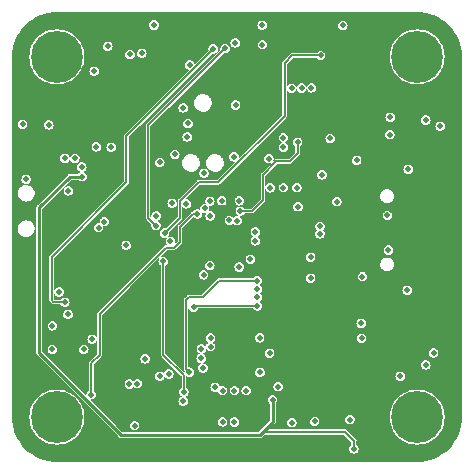
<source format=gbr>
%TF.GenerationSoftware,KiCad,Pcbnew,(6.0.4)*%
%TF.CreationDate,2023-01-18T22:00:33-06:00*%
%TF.ProjectId,Flight_Controller,466c6967-6874-45f4-936f-6e74726f6c6c,rev?*%
%TF.SameCoordinates,Original*%
%TF.FileFunction,Copper,L6,Inr*%
%TF.FilePolarity,Positive*%
%FSLAX46Y46*%
G04 Gerber Fmt 4.6, Leading zero omitted, Abs format (unit mm)*
G04 Created by KiCad (PCBNEW (6.0.4)) date 2023-01-18 22:00:33*
%MOMM*%
%LPD*%
G01*
G04 APERTURE LIST*
%TA.AperFunction,ComponentPad*%
%ADD10C,0.700000*%
%TD*%
%TA.AperFunction,ComponentPad*%
%ADD11C,4.400000*%
%TD*%
%TA.AperFunction,ViaPad*%
%ADD12C,0.508000*%
%TD*%
%TA.AperFunction,Conductor*%
%ADD13C,0.254000*%
%TD*%
%TA.AperFunction,Conductor*%
%ADD14C,0.203200*%
%TD*%
%TA.AperFunction,Conductor*%
%ADD15C,0.127000*%
%TD*%
G04 APERTURE END LIST*
D10*
%TO.N,N/C*%
%TO.C,H3*%
X122510000Y-94110000D03*
D11*
X122510000Y-92460000D03*
D10*
X123676726Y-91293274D03*
X121343274Y-93626726D03*
X123676726Y-93626726D03*
X124160000Y-92460000D03*
X121343274Y-91293274D03*
X122510000Y-90810000D03*
X120860000Y-92460000D03*
%TD*%
%TO.N,N/C*%
%TO.C,H4*%
X121343274Y-63126726D03*
X123676726Y-60793274D03*
X121343274Y-60793274D03*
X122510000Y-60310000D03*
X122510000Y-63610000D03*
D11*
X122510000Y-61960000D03*
D10*
X124160000Y-61960000D03*
X120860000Y-61960000D03*
X123676726Y-63126726D03*
%TD*%
%TO.N,N/C*%
%TO.C,H1*%
X154176732Y-60793272D03*
X151843280Y-60793272D03*
X151843280Y-63126724D03*
X153010006Y-63609998D03*
X154660006Y-61959998D03*
X154176732Y-63126724D03*
D11*
X153010006Y-61959998D03*
D10*
X151360006Y-61959998D03*
X153010006Y-60309998D03*
%TD*%
%TO.N,N/C*%
%TO.C,H2*%
X154176726Y-93626726D03*
X153010000Y-90810000D03*
X154176726Y-91293274D03*
X154660000Y-92460000D03*
X151843274Y-91293274D03*
X153010000Y-94110000D03*
X151360000Y-92460000D03*
D11*
X153010000Y-92460000D03*
D10*
X151843274Y-93626726D03*
%TD*%
D12*
%TO.N,GND*%
X129600000Y-73625000D03*
X137300000Y-86100000D03*
X123300000Y-80775000D03*
X129750000Y-67980000D03*
X153750000Y-66330000D03*
X145690000Y-62840000D03*
X151360000Y-80260000D03*
X130120000Y-84900000D03*
X125970000Y-67290000D03*
X123690000Y-81890000D03*
X142925000Y-75475000D03*
X131600000Y-67975000D03*
X124275000Y-73525000D03*
X123380000Y-69250000D03*
X144520000Y-85070000D03*
X128440000Y-64850000D03*
X127980000Y-89280000D03*
X133550000Y-69860000D03*
X134940000Y-81320000D03*
X127150000Y-71300000D03*
X151930000Y-95610000D03*
X146250000Y-88120000D03*
X129240000Y-85770000D03*
X146330000Y-92640000D03*
X139530000Y-92880000D03*
X145874994Y-76049988D03*
X128340000Y-59280000D03*
X147000000Y-78375000D03*
X142170000Y-59270000D03*
X144540000Y-88070000D03*
X123930000Y-88850000D03*
X144840000Y-62850000D03*
X138710000Y-78100000D03*
X134400000Y-76020000D03*
X128300000Y-79690000D03*
X122120000Y-85720000D03*
X150910000Y-69590000D03*
X126860000Y-67290000D03*
X137570000Y-59270000D03*
X140225000Y-84525000D03*
X139530000Y-87980000D03*
X151390000Y-73350000D03*
X150070000Y-63280000D03*
X135530000Y-92880000D03*
X135800000Y-80500000D03*
X140520000Y-66730000D03*
X151610000Y-70260000D03*
X146200000Y-85080000D03*
X119940000Y-77750000D03*
X143980000Y-78040000D03*
X154390000Y-86040000D03*
X132030000Y-70910000D03*
X140530000Y-66110000D03*
X146920000Y-61200000D03*
X147690000Y-80570000D03*
X154120000Y-68400000D03*
X148270000Y-67360000D03*
X145850000Y-77350010D03*
X151590000Y-89960000D03*
X130950000Y-85750000D03*
X148860000Y-61860000D03*
X129730000Y-92820000D03*
X138530000Y-92880000D03*
X127140000Y-72150000D03*
X141010000Y-61340000D03*
X148860000Y-61120000D03*
X148850000Y-64750000D03*
X127820000Y-67290000D03*
X140520000Y-67410000D03*
%TO.N,+3V3*%
X142820000Y-73030000D03*
X141690000Y-68790000D03*
X142925000Y-74650000D03*
X148380000Y-80570000D03*
X135450000Y-79620000D03*
X119900000Y-72330000D03*
X133610000Y-67600000D03*
X140580000Y-73040000D03*
X141250000Y-89880000D03*
X132120000Y-77570000D03*
X139880000Y-59270000D03*
X143990000Y-78920000D03*
X141690000Y-69600000D03*
X143990000Y-80700000D03*
X140450000Y-70580000D03*
X137940000Y-79750000D03*
X146710000Y-59300000D03*
X151580000Y-88990000D03*
X137500000Y-70430000D03*
X139675000Y-85750000D03*
X141690000Y-73030000D03*
X131220000Y-70900000D03*
%TO.N,+5V*%
X134930000Y-80420000D03*
X122120000Y-86730000D03*
X121830000Y-67710000D03*
X125490000Y-85870000D03*
X147890000Y-70720000D03*
X154400000Y-87030000D03*
X153740000Y-67310000D03*
X125670000Y-63170000D03*
X144950000Y-71940000D03*
X146200000Y-74220000D03*
X129090000Y-93180000D03*
X122130000Y-84730000D03*
X147320000Y-92670000D03*
X133210000Y-91110000D03*
X130730000Y-59260000D03*
%TO.N,+BATT*%
X142380000Y-64610000D03*
X143220000Y-64600000D03*
X144060000Y-64590000D03*
%TO.N,Net-(C24-Pad1)*%
X150730000Y-67070000D03*
X145650000Y-68870000D03*
%TO.N,Net-(C25-Pad1)*%
X127100000Y-69610000D03*
%TO.N,+9V*%
X123180000Y-70550000D03*
X126810000Y-61060000D03*
X124630000Y-72100000D03*
X140770000Y-91000000D03*
X124030000Y-70560000D03*
X147644500Y-95150000D03*
X124610000Y-71290000D03*
%TO.N,NRST*%
X128370000Y-77910000D03*
X133530000Y-68740000D03*
%TO.N,ESC_TEL_RX*%
X135750000Y-61280000D03*
X123170000Y-82730000D03*
%TO.N,ADC_Current*%
X136750000Y-61250000D03*
X130900000Y-76240000D03*
%TO.N,RADIO_RX*%
X129330000Y-89630000D03*
%TO.N,RADIO_TX*%
X128640000Y-89656000D03*
%TO.N,Net-(P1-PadA5)*%
X150490000Y-75390000D03*
X152250000Y-71480000D03*
%TO.N,Net-(P1-PadB5)*%
X152160000Y-81710000D03*
X150580000Y-78316979D03*
%TO.N,VIDEO_IN*%
X124780000Y-86730000D03*
%TO.N,V_SENSE1*%
X125850000Y-69569500D03*
X132260000Y-74350000D03*
%TO.N,V_SENSE2*%
X150690000Y-68550000D03*
%TO.N,BOOT0*%
X133460000Y-74410000D03*
X123480000Y-73310000D03*
%TO.N,GPS_TX*%
X128700000Y-61760000D03*
X139310000Y-77530000D03*
%TO.N,GYRO_CS*%
X136460000Y-74140000D03*
%TO.N,GYRO_SCK*%
X137960000Y-74150000D03*
%TO.N,GYRO_MOSI*%
X137112500Y-75810000D03*
%TO.N,GYRO_MISO*%
X137780000Y-75830000D03*
%TO.N,GYRO_INT1*%
X138889994Y-79090012D03*
X130910000Y-75430000D03*
%TO.N,OSD_CS*%
X139480000Y-83050000D03*
X134076044Y-83173956D03*
%TO.N,OSD_MOSI*%
X139470000Y-80910000D03*
X133720000Y-88650000D03*
%TO.N,OSD_CLK*%
X139470000Y-82310000D03*
X131220000Y-89000000D03*
%TO.N,OSD_MISO*%
X139470000Y-81610000D03*
X131980000Y-88810000D03*
%TO.N,Flash_CS*%
X139700000Y-88650000D03*
X134880000Y-88330000D03*
%TO.N,Flash_MISO*%
X134740000Y-86690000D03*
X140520000Y-87060000D03*
%TO.N,Flash_MOSI*%
X135516000Y-86484948D03*
X148280000Y-84520000D03*
%TO.N,Flash_CLK*%
X134730000Y-87490000D03*
X148300000Y-85790000D03*
%TO.N,ADC_BATT*%
X131630000Y-76880000D03*
X144830000Y-61840000D03*
%TO.N,/Connectors/D-*%
X144778656Y-76952500D03*
%TO.N,LED_STRIP*%
X119600000Y-67660000D03*
X153740000Y-88030000D03*
X123450000Y-83760000D03*
X129980000Y-87520000D03*
X154960000Y-67830000D03*
%TO.N,DJI_TX*%
X142390000Y-92930000D03*
X137530000Y-92880000D03*
%TO.N,DJI_RX*%
X136530000Y-92870000D03*
%TO.N,DJI_SBUS*%
X135900000Y-89940000D03*
%TO.N,GPS_RX*%
X129700000Y-61650000D03*
X139310000Y-76780000D03*
%TO.N,GPS_I2C_SDA*%
X139910000Y-60920000D03*
X132500000Y-70220000D03*
%TO.N,GPS_I2C_SCL*%
X137610000Y-60780000D03*
X133210000Y-66280000D03*
%TO.N,/Connectors/D+*%
X144778656Y-76317500D03*
%TO.N,VIDEO_OUT*%
X122690000Y-81870000D03*
X144330000Y-92830000D03*
%TO.N,Motor 1*%
X138040000Y-75030000D03*
X142880000Y-69180000D03*
%TO.N,Motor 2*%
X135480000Y-75430000D03*
X137640000Y-66040000D03*
%TO.N,Motor 3*%
X135460000Y-74190000D03*
%TO.N,Motor 4*%
X134960000Y-71810000D03*
%TO.N,Motor 5*%
X133751044Y-62651044D03*
X135020000Y-74800000D03*
%TO.N,GPIO_3*%
X137540000Y-90210000D03*
X126530000Y-75910000D03*
%TO.N,GPIO_4*%
X126044000Y-76410000D03*
X138530000Y-90210000D03*
%TO.N,GPIO_1*%
X133250000Y-90330000D03*
X131500000Y-79280000D03*
%TO.N,GPIO_2*%
X136530000Y-90210000D03*
X135516000Y-85740000D03*
%TO.N,Net-(R27-Pad1)*%
X125420000Y-90550000D03*
X134400000Y-75260000D03*
%TD*%
D13*
%TO.N,+9V*%
X139700000Y-93950000D02*
X127960000Y-93950000D01*
X127960000Y-93950000D02*
X121030000Y-87020000D01*
X139795000Y-93855000D02*
X139700000Y-93950000D01*
D14*
X147644500Y-94474500D02*
X146900000Y-93730000D01*
D13*
X121030000Y-74680000D02*
X123610000Y-72100000D01*
D14*
X146900000Y-93730000D02*
X139920000Y-93730000D01*
X139920000Y-93730000D02*
X139795000Y-93855000D01*
D13*
X121030000Y-87020000D02*
X121030000Y-74680000D01*
X123610000Y-72100000D02*
X124630000Y-72100000D01*
X140770000Y-91000000D02*
X140770000Y-92880000D01*
X140770000Y-92880000D02*
X139795000Y-93855000D01*
D14*
X147644500Y-95150000D02*
X147644500Y-94474500D01*
D15*
%TO.N,ESC_TEL_RX*%
X128400000Y-68630000D02*
X128400000Y-72590000D01*
X122060000Y-78930000D02*
X122060000Y-82570000D01*
X128400000Y-72590000D02*
X122060000Y-78930000D01*
X135750000Y-61280000D02*
X128400000Y-68630000D01*
X122060000Y-82570000D02*
X122220000Y-82730000D01*
X122220000Y-82730000D02*
X123170000Y-82730000D01*
%TO.N,ADC_Current*%
X130240000Y-75580000D02*
X130240000Y-67760000D01*
X130900000Y-76240000D02*
X130240000Y-75580000D01*
X130240000Y-67760000D02*
X136750000Y-61250000D01*
%TO.N,OSD_CS*%
X134076044Y-83173956D02*
X134200000Y-83050000D01*
X134200000Y-83050000D02*
X139480000Y-83050000D01*
%TO.N,OSD_MOSI*%
X133440000Y-82510000D02*
X133670000Y-82280000D01*
X136230000Y-80910000D02*
X139470000Y-80910000D01*
X134860000Y-82280000D02*
X136230000Y-80910000D01*
X133440000Y-88370000D02*
X133440000Y-82510000D01*
X133720000Y-88650000D02*
X133440000Y-88370000D01*
X133670000Y-82280000D02*
X134860000Y-82280000D01*
%TO.N,ADC_BATT*%
X142410000Y-61840000D02*
X144830000Y-61840000D01*
X141790000Y-62460000D02*
X142410000Y-61840000D01*
X132930000Y-74170000D02*
X134520000Y-72580000D01*
X141790000Y-66960000D02*
X141790000Y-62460000D01*
X131630000Y-76880000D02*
X132930000Y-75580000D01*
X136170000Y-72580000D02*
X141790000Y-66960000D01*
X132930000Y-75580000D02*
X132930000Y-74170000D01*
X134520000Y-72580000D02*
X136170000Y-72580000D01*
%TO.N,Motor 1*%
X139950000Y-71960000D02*
X141100000Y-70810000D01*
X141100000Y-70810000D02*
X142210000Y-70810000D01*
X139950000Y-74100000D02*
X139950000Y-71960000D01*
X139020000Y-75030000D02*
X139950000Y-74100000D01*
X138040000Y-75030000D02*
X139020000Y-75030000D01*
X142880000Y-70140000D02*
X142880000Y-69180000D01*
X142210000Y-70810000D02*
X142880000Y-70140000D01*
%TO.N,GPIO_1*%
X131500000Y-87170000D02*
X131500000Y-79280000D01*
X133250000Y-88920000D02*
X131500000Y-87170000D01*
X133250000Y-90330000D02*
X133250000Y-88920000D01*
%TO.N,Net-(R27-Pad1)*%
X126120000Y-87220000D02*
X125420000Y-87920000D01*
X134400000Y-75260000D02*
X134040000Y-75260000D01*
X132430000Y-78120000D02*
X131730000Y-78120000D01*
X125420000Y-87920000D02*
X125420000Y-90550000D01*
X134040000Y-75260000D02*
X132940000Y-76360000D01*
X132940000Y-76360000D02*
X132940000Y-77610000D01*
X131730000Y-78120000D02*
X126120000Y-83730000D01*
X126120000Y-83730000D02*
X126120000Y-87220000D01*
X132940000Y-77610000D02*
X132430000Y-78120000D01*
%TD*%
%TA.AperFunction,Conductor*%
%TO.N,GND*%
G36*
X152991324Y-58161444D02*
G01*
X153009641Y-58165656D01*
X153013715Y-58164734D01*
X153013718Y-58164734D01*
X153023483Y-58162524D01*
X153033491Y-58161654D01*
X153380596Y-58178707D01*
X153384220Y-58179064D01*
X153672116Y-58221768D01*
X153749442Y-58233238D01*
X153753009Y-58233948D01*
X154111177Y-58323664D01*
X154114647Y-58324717D01*
X154282702Y-58384848D01*
X154462290Y-58449106D01*
X154465653Y-58450499D01*
X154799422Y-58608360D01*
X154802633Y-58610076D01*
X155119329Y-58799896D01*
X155122356Y-58801919D01*
X155418911Y-59021860D01*
X155421726Y-59024170D01*
X155432202Y-59033665D01*
X155692959Y-59270000D01*
X155695302Y-59272124D01*
X155697871Y-59274693D01*
X155720808Y-59300000D01*
X155945830Y-59548274D01*
X155948140Y-59551089D01*
X156168081Y-59847644D01*
X156170104Y-59850671D01*
X156359924Y-60167367D01*
X156361640Y-60170578D01*
X156519501Y-60504347D01*
X156520894Y-60507710D01*
X156641041Y-60843495D01*
X156645281Y-60855346D01*
X156646336Y-60858823D01*
X156712203Y-61121780D01*
X156736052Y-61216989D01*
X156736762Y-61220560D01*
X156790936Y-61585780D01*
X156791293Y-61589403D01*
X156808326Y-61936099D01*
X156807427Y-61946234D01*
X156804344Y-61959641D01*
X156805266Y-61963716D01*
X156805266Y-61963717D01*
X156808585Y-61978383D01*
X156809500Y-61986571D01*
X156809500Y-92433010D01*
X156808556Y-92441324D01*
X156804344Y-92459641D01*
X156805266Y-92463715D01*
X156805266Y-92463718D01*
X156807476Y-92473483D01*
X156808346Y-92483491D01*
X156791293Y-92830596D01*
X156790936Y-92834220D01*
X156750186Y-93108938D01*
X156740074Y-93177115D01*
X156736762Y-93199440D01*
X156736052Y-93203009D01*
X156651910Y-93538927D01*
X156646338Y-93561170D01*
X156645283Y-93564647D01*
X156622880Y-93627259D01*
X156520894Y-93912290D01*
X156519501Y-93915653D01*
X156361640Y-94249422D01*
X156359924Y-94252633D01*
X156170104Y-94569329D01*
X156168081Y-94572356D01*
X155948140Y-94868911D01*
X155945830Y-94871726D01*
X155697876Y-95145302D01*
X155695307Y-95147871D01*
X155689775Y-95152885D01*
X155421726Y-95395830D01*
X155418911Y-95398140D01*
X155122356Y-95618081D01*
X155119329Y-95620104D01*
X154802633Y-95809924D01*
X154799422Y-95811640D01*
X154465653Y-95969501D01*
X154462290Y-95970894D01*
X154114647Y-96095283D01*
X154111177Y-96096336D01*
X153753011Y-96186052D01*
X153749442Y-96186762D01*
X153672116Y-96198232D01*
X153384220Y-96240936D01*
X153380597Y-96241293D01*
X153059046Y-96257091D01*
X153033901Y-96258326D01*
X153023766Y-96257427D01*
X153022551Y-96257148D01*
X153010359Y-96254344D01*
X153006284Y-96255266D01*
X153006283Y-96255266D01*
X152991617Y-96258585D01*
X152983429Y-96259500D01*
X122536990Y-96259500D01*
X122528676Y-96258556D01*
X122523766Y-96257427D01*
X122510359Y-96254344D01*
X122506285Y-96255266D01*
X122506282Y-96255266D01*
X122496517Y-96257476D01*
X122486509Y-96258346D01*
X122139404Y-96241293D01*
X122135780Y-96240936D01*
X121847884Y-96198232D01*
X121770558Y-96186762D01*
X121766989Y-96186052D01*
X121408823Y-96096336D01*
X121405353Y-96095283D01*
X121057710Y-95970894D01*
X121054347Y-95969501D01*
X120720578Y-95811640D01*
X120717367Y-95809924D01*
X120400671Y-95620104D01*
X120397644Y-95618081D01*
X120101089Y-95398140D01*
X120098274Y-95395830D01*
X119830225Y-95152885D01*
X119824693Y-95147871D01*
X119822124Y-95145302D01*
X119574170Y-94871726D01*
X119571860Y-94868911D01*
X119351919Y-94572356D01*
X119349896Y-94569329D01*
X119160076Y-94252633D01*
X119158360Y-94249422D01*
X119000499Y-93915653D01*
X118999106Y-93912290D01*
X118897120Y-93627259D01*
X118874717Y-93564647D01*
X118873662Y-93561170D01*
X118868091Y-93538927D01*
X118783948Y-93203009D01*
X118783238Y-93199440D01*
X118779927Y-93177115D01*
X118769814Y-93108938D01*
X118729064Y-92834220D01*
X118728707Y-92830596D01*
X118711685Y-92484106D01*
X118712598Y-92473910D01*
X118715180Y-92462769D01*
X118715180Y-92462766D01*
X118715655Y-92460718D01*
X118715656Y-92460000D01*
X120177506Y-92460000D01*
X120197461Y-92764452D01*
X120197696Y-92765633D01*
X120197697Y-92765641D01*
X120219732Y-92876415D01*
X120256984Y-93063694D01*
X120257377Y-93064851D01*
X120257377Y-93064852D01*
X120258764Y-93068938D01*
X120355057Y-93352607D01*
X120355591Y-93353690D01*
X120355594Y-93353697D01*
X120447722Y-93540514D01*
X120490001Y-93626247D01*
X120659508Y-93879932D01*
X120860678Y-94109322D01*
X120861597Y-94110128D01*
X120878686Y-94125114D01*
X121090068Y-94310492D01*
X121091067Y-94311160D01*
X121091069Y-94311161D01*
X121241923Y-94411958D01*
X121343753Y-94479999D01*
X121344848Y-94480539D01*
X121616303Y-94614406D01*
X121616310Y-94614409D01*
X121617393Y-94614943D01*
X121906306Y-94713016D01*
X122017219Y-94735078D01*
X122204359Y-94772303D01*
X122204367Y-94772304D01*
X122205548Y-94772539D01*
X122510000Y-94792494D01*
X122814452Y-94772539D01*
X122815633Y-94772304D01*
X122815641Y-94772303D01*
X123002781Y-94735078D01*
X123113694Y-94713016D01*
X123402607Y-94614943D01*
X123403690Y-94614409D01*
X123403697Y-94614406D01*
X123675152Y-94480539D01*
X123676247Y-94479999D01*
X123778078Y-94411958D01*
X123928931Y-94311161D01*
X123928933Y-94311160D01*
X123929932Y-94310492D01*
X124141314Y-94125114D01*
X124158403Y-94110128D01*
X124159322Y-94109322D01*
X124360492Y-93879932D01*
X124529999Y-93626247D01*
X124572278Y-93540514D01*
X124664406Y-93353697D01*
X124664409Y-93353690D01*
X124664943Y-93352607D01*
X124761236Y-93068938D01*
X124762623Y-93064852D01*
X124762623Y-93064851D01*
X124763016Y-93063694D01*
X124800268Y-92876415D01*
X124822303Y-92765641D01*
X124822304Y-92765633D01*
X124822539Y-92764452D01*
X124842494Y-92460000D01*
X124822539Y-92155548D01*
X124822304Y-92154367D01*
X124822303Y-92154359D01*
X124763254Y-91857504D01*
X124763016Y-91856306D01*
X124664943Y-91567393D01*
X124664409Y-91566310D01*
X124664406Y-91566303D01*
X124530539Y-91294848D01*
X124529999Y-91293753D01*
X124491634Y-91236335D01*
X124361161Y-91041069D01*
X124361160Y-91041067D01*
X124360492Y-91040068D01*
X124159322Y-90810678D01*
X123929932Y-90609508D01*
X123911311Y-90597066D01*
X123677259Y-90440677D01*
X123677257Y-90440676D01*
X123676247Y-90440001D01*
X123644577Y-90424383D01*
X123403697Y-90305594D01*
X123403690Y-90305591D01*
X123402607Y-90305057D01*
X123113694Y-90206984D01*
X122983074Y-90181002D01*
X122815641Y-90147697D01*
X122815633Y-90147696D01*
X122814452Y-90147461D01*
X122510000Y-90127506D01*
X122205548Y-90147461D01*
X122204367Y-90147696D01*
X122204359Y-90147697D01*
X122036926Y-90181002D01*
X121906306Y-90206984D01*
X121617393Y-90305057D01*
X121616310Y-90305591D01*
X121616303Y-90305594D01*
X121375423Y-90424383D01*
X121343753Y-90440001D01*
X121342743Y-90440676D01*
X121342741Y-90440677D01*
X121108689Y-90597066D01*
X121090068Y-90609508D01*
X120860678Y-90810678D01*
X120659508Y-91040068D01*
X120658840Y-91041067D01*
X120658839Y-91041069D01*
X120528367Y-91236335D01*
X120490001Y-91293753D01*
X120489461Y-91294848D01*
X120355594Y-91566303D01*
X120355591Y-91566310D01*
X120355057Y-91567393D01*
X120256984Y-91856306D01*
X120256746Y-91857504D01*
X120197697Y-92154359D01*
X120197696Y-92154367D01*
X120197461Y-92155548D01*
X120177506Y-92460000D01*
X118715656Y-92460000D01*
X118711429Y-92441469D01*
X118710500Y-92433219D01*
X118710500Y-87020000D01*
X120770514Y-87020000D01*
X120771227Y-87023585D01*
X120789467Y-87115283D01*
X120790266Y-87119301D01*
X120792295Y-87122337D01*
X120792295Y-87122338D01*
X120832313Y-87182230D01*
X120832322Y-87182242D01*
X120834577Y-87185617D01*
X120846516Y-87203484D01*
X120849557Y-87205516D01*
X120864722Y-87215649D01*
X120870344Y-87220262D01*
X127759738Y-94109656D01*
X127764351Y-94115278D01*
X127776516Y-94133484D01*
X127779557Y-94135516D01*
X127797758Y-94147678D01*
X127797766Y-94147684D01*
X127860699Y-94189734D01*
X127864281Y-94190446D01*
X127864282Y-94190447D01*
X127956415Y-94208773D01*
X127960000Y-94209486D01*
X127981483Y-94205213D01*
X127988720Y-94204500D01*
X139671280Y-94204500D01*
X139678517Y-94205213D01*
X139700000Y-94209486D01*
X139703585Y-94208773D01*
X139795718Y-94190447D01*
X139795719Y-94190446D01*
X139799301Y-94189734D01*
X139862234Y-94147684D01*
X139862242Y-94147678D01*
X139880443Y-94135516D01*
X139883484Y-94133484D01*
X139895649Y-94115278D01*
X139900262Y-94109656D01*
X140039952Y-93969966D01*
X140066186Y-93959100D01*
X146789736Y-93959100D01*
X146815970Y-93969966D01*
X147404534Y-94558531D01*
X147415400Y-94584765D01*
X147415400Y-94795925D01*
X147404534Y-94822159D01*
X147315631Y-94911062D01*
X147257891Y-95024383D01*
X147237995Y-95150000D01*
X147257891Y-95275617D01*
X147315631Y-95388938D01*
X147405562Y-95478869D01*
X147462222Y-95507739D01*
X147516280Y-95535283D01*
X147516282Y-95535284D01*
X147518883Y-95536609D01*
X147644500Y-95556505D01*
X147647385Y-95556048D01*
X147767232Y-95537066D01*
X147770117Y-95536609D01*
X147772718Y-95535284D01*
X147772720Y-95535283D01*
X147826777Y-95507739D01*
X147883438Y-95478869D01*
X147973369Y-95388938D01*
X148031109Y-95275617D01*
X148051005Y-95150000D01*
X148031109Y-95024383D01*
X147973369Y-94911062D01*
X147884466Y-94822159D01*
X147873600Y-94795925D01*
X147873600Y-94481458D01*
X147873651Y-94479516D01*
X147875630Y-94441754D01*
X147875834Y-94437861D01*
X147874437Y-94434222D01*
X147874437Y-94434220D01*
X147865892Y-94411958D01*
X147864239Y-94406378D01*
X147859280Y-94383050D01*
X147858469Y-94379235D01*
X147850443Y-94368189D01*
X147845824Y-94359681D01*
X147842329Y-94350574D01*
X147842328Y-94350572D01*
X147840932Y-94346936D01*
X147821308Y-94327312D01*
X147817528Y-94322885D01*
X147803515Y-94303598D01*
X147801222Y-94300442D01*
X147797844Y-94298492D01*
X147797841Y-94298489D01*
X147789401Y-94293616D01*
X147781717Y-94287721D01*
X147066917Y-93572920D01*
X147065580Y-93571511D01*
X147040279Y-93543412D01*
X147037670Y-93540514D01*
X147012323Y-93529228D01*
X147007209Y-93526452D01*
X146987207Y-93513463D01*
X146983936Y-93511339D01*
X146974418Y-93509832D01*
X146970456Y-93509204D01*
X146961170Y-93506453D01*
X146952261Y-93502487D01*
X146948697Y-93500900D01*
X146920947Y-93500900D01*
X146915143Y-93500443D01*
X146891593Y-93496713D01*
X146887742Y-93496103D01*
X146883976Y-93497112D01*
X146874556Y-93499636D01*
X146864954Y-93500900D01*
X140598586Y-93500900D01*
X140572352Y-93490034D01*
X140561486Y-93463800D01*
X140572352Y-93437566D01*
X140929656Y-93080262D01*
X140935278Y-93075649D01*
X140950443Y-93065516D01*
X140953484Y-93063484D01*
X140957001Y-93058220D01*
X140967678Y-93042242D01*
X140967687Y-93042230D01*
X141007705Y-92982338D01*
X141007705Y-92982337D01*
X141009734Y-92979301D01*
X141014445Y-92955617D01*
X141019541Y-92930000D01*
X141983495Y-92930000D01*
X142003391Y-93055617D01*
X142061131Y-93168938D01*
X142151062Y-93258869D01*
X142184778Y-93276048D01*
X142261780Y-93315283D01*
X142261782Y-93315284D01*
X142264383Y-93316609D01*
X142390000Y-93336505D01*
X142392885Y-93336048D01*
X142512732Y-93317066D01*
X142515617Y-93316609D01*
X142518218Y-93315284D01*
X142518220Y-93315283D01*
X142595222Y-93276048D01*
X142628938Y-93258869D01*
X142718869Y-93168938D01*
X142776609Y-93055617D01*
X142796505Y-92930000D01*
X142780666Y-92830000D01*
X143923495Y-92830000D01*
X143943391Y-92955617D01*
X143944716Y-92958218D01*
X143944717Y-92958220D01*
X143957006Y-92982338D01*
X144001131Y-93068938D01*
X144091062Y-93158869D01*
X144126872Y-93177115D01*
X144201780Y-93215283D01*
X144201782Y-93215284D01*
X144204383Y-93216609D01*
X144330000Y-93236505D01*
X144332885Y-93236048D01*
X144452732Y-93217066D01*
X144455617Y-93216609D01*
X144458218Y-93215284D01*
X144458220Y-93215283D01*
X144533128Y-93177115D01*
X144568938Y-93158869D01*
X144658869Y-93068938D01*
X144702994Y-92982338D01*
X144715283Y-92958220D01*
X144715284Y-92958218D01*
X144716609Y-92955617D01*
X144736505Y-92830000D01*
X144716609Y-92704383D01*
X144699090Y-92670000D01*
X146913495Y-92670000D01*
X146933391Y-92795617D01*
X146934716Y-92798218D01*
X146934717Y-92798220D01*
X146939327Y-92807268D01*
X146991131Y-92908938D01*
X147081062Y-92998869D01*
X147137722Y-93027739D01*
X147191780Y-93055283D01*
X147191782Y-93055284D01*
X147194383Y-93056609D01*
X147197268Y-93057066D01*
X147239115Y-93063694D01*
X147320000Y-93076505D01*
X147322885Y-93076048D01*
X147325405Y-93075649D01*
X147400885Y-93063694D01*
X147442732Y-93057066D01*
X147445617Y-93056609D01*
X147448218Y-93055284D01*
X147448220Y-93055283D01*
X147502277Y-93027739D01*
X147558938Y-92998869D01*
X147648869Y-92908938D01*
X147700673Y-92807268D01*
X147705283Y-92798220D01*
X147705284Y-92798218D01*
X147706609Y-92795617D01*
X147726505Y-92670000D01*
X147706609Y-92544383D01*
X147704277Y-92539805D01*
X147673002Y-92478426D01*
X147663614Y-92460000D01*
X150677506Y-92460000D01*
X150697461Y-92764452D01*
X150697696Y-92765633D01*
X150697697Y-92765641D01*
X150719732Y-92876415D01*
X150756984Y-93063694D01*
X150757377Y-93064851D01*
X150757377Y-93064852D01*
X150758764Y-93068938D01*
X150855057Y-93352607D01*
X150855591Y-93353690D01*
X150855594Y-93353697D01*
X150947722Y-93540514D01*
X150990001Y-93626247D01*
X151159508Y-93879932D01*
X151360678Y-94109322D01*
X151361597Y-94110128D01*
X151378686Y-94125114D01*
X151590068Y-94310492D01*
X151591067Y-94311160D01*
X151591069Y-94311161D01*
X151741923Y-94411958D01*
X151843753Y-94479999D01*
X151844848Y-94480539D01*
X152116303Y-94614406D01*
X152116310Y-94614409D01*
X152117393Y-94614943D01*
X152406306Y-94713016D01*
X152517219Y-94735078D01*
X152704359Y-94772303D01*
X152704367Y-94772304D01*
X152705548Y-94772539D01*
X153010000Y-94792494D01*
X153314452Y-94772539D01*
X153315633Y-94772304D01*
X153315641Y-94772303D01*
X153502781Y-94735078D01*
X153613694Y-94713016D01*
X153902607Y-94614943D01*
X153903690Y-94614409D01*
X153903697Y-94614406D01*
X154175152Y-94480539D01*
X154176247Y-94479999D01*
X154278078Y-94411958D01*
X154428931Y-94311161D01*
X154428933Y-94311160D01*
X154429932Y-94310492D01*
X154641314Y-94125114D01*
X154658403Y-94110128D01*
X154659322Y-94109322D01*
X154860492Y-93879932D01*
X155029999Y-93626247D01*
X155072278Y-93540514D01*
X155164406Y-93353697D01*
X155164409Y-93353690D01*
X155164943Y-93352607D01*
X155261236Y-93068938D01*
X155262623Y-93064852D01*
X155262623Y-93064851D01*
X155263016Y-93063694D01*
X155300268Y-92876415D01*
X155322303Y-92765641D01*
X155322304Y-92765633D01*
X155322539Y-92764452D01*
X155342494Y-92460000D01*
X155322539Y-92155548D01*
X155322304Y-92154367D01*
X155322303Y-92154359D01*
X155263254Y-91857504D01*
X155263016Y-91856306D01*
X155164943Y-91567393D01*
X155164409Y-91566310D01*
X155164406Y-91566303D01*
X155030539Y-91294848D01*
X155029999Y-91293753D01*
X154991634Y-91236335D01*
X154861161Y-91041069D01*
X154861160Y-91041067D01*
X154860492Y-91040068D01*
X154659322Y-90810678D01*
X154429932Y-90609508D01*
X154411311Y-90597066D01*
X154177259Y-90440677D01*
X154177257Y-90440676D01*
X154176247Y-90440001D01*
X154144577Y-90424383D01*
X153903697Y-90305594D01*
X153903690Y-90305591D01*
X153902607Y-90305057D01*
X153613694Y-90206984D01*
X153483074Y-90181002D01*
X153315641Y-90147697D01*
X153315633Y-90147696D01*
X153314452Y-90147461D01*
X153010000Y-90127506D01*
X152705548Y-90147461D01*
X152704367Y-90147696D01*
X152704359Y-90147697D01*
X152536926Y-90181002D01*
X152406306Y-90206984D01*
X152117393Y-90305057D01*
X152116310Y-90305591D01*
X152116303Y-90305594D01*
X151875423Y-90424383D01*
X151843753Y-90440001D01*
X151842743Y-90440676D01*
X151842741Y-90440677D01*
X151608689Y-90597066D01*
X151590068Y-90609508D01*
X151360678Y-90810678D01*
X151159508Y-91040068D01*
X151158840Y-91041067D01*
X151158839Y-91041069D01*
X151028367Y-91236335D01*
X150990001Y-91293753D01*
X150989461Y-91294848D01*
X150855594Y-91566303D01*
X150855591Y-91566310D01*
X150855057Y-91567393D01*
X150756984Y-91856306D01*
X150756746Y-91857504D01*
X150697697Y-92154359D01*
X150697696Y-92154367D01*
X150697461Y-92155548D01*
X150677506Y-92460000D01*
X147663614Y-92460000D01*
X147648869Y-92431062D01*
X147558938Y-92341131D01*
X147502277Y-92312261D01*
X147448220Y-92284717D01*
X147448218Y-92284716D01*
X147445617Y-92283391D01*
X147320000Y-92263495D01*
X147194383Y-92283391D01*
X147191782Y-92284716D01*
X147191780Y-92284717D01*
X147137722Y-92312261D01*
X147081062Y-92341131D01*
X146991131Y-92431062D01*
X146966998Y-92478426D01*
X146935724Y-92539805D01*
X146933391Y-92544383D01*
X146913495Y-92670000D01*
X144699090Y-92670000D01*
X144658869Y-92591062D01*
X144568938Y-92501131D01*
X144494620Y-92463264D01*
X144458220Y-92444717D01*
X144458218Y-92444716D01*
X144455617Y-92443391D01*
X144443489Y-92441470D01*
X144332885Y-92423952D01*
X144330000Y-92423495D01*
X144327115Y-92423952D01*
X144216512Y-92441470D01*
X144204383Y-92443391D01*
X144201782Y-92444716D01*
X144201780Y-92444717D01*
X144165380Y-92463264D01*
X144091062Y-92501131D01*
X144001131Y-92591062D01*
X143943391Y-92704383D01*
X143923495Y-92830000D01*
X142780666Y-92830000D01*
X142776609Y-92804383D01*
X142772143Y-92795617D01*
X142720195Y-92693665D01*
X142718869Y-92691062D01*
X142628938Y-92601131D01*
X142572278Y-92572261D01*
X142518220Y-92544717D01*
X142518218Y-92544716D01*
X142515617Y-92543391D01*
X142390000Y-92523495D01*
X142264383Y-92543391D01*
X142261782Y-92544716D01*
X142261780Y-92544717D01*
X142207723Y-92572261D01*
X142151062Y-92601131D01*
X142061131Y-92691062D01*
X142059805Y-92693665D01*
X142007858Y-92795617D01*
X142003391Y-92804383D01*
X141983495Y-92930000D01*
X141019541Y-92930000D01*
X141024500Y-92905067D01*
X141024500Y-92905063D01*
X141029485Y-92880000D01*
X141025213Y-92858521D01*
X141024500Y-92851285D01*
X141024500Y-91328675D01*
X141035366Y-91302441D01*
X141098869Y-91238938D01*
X141156609Y-91125617D01*
X141159540Y-91107115D01*
X141176048Y-91002885D01*
X141176505Y-91000000D01*
X141156609Y-90874383D01*
X141098869Y-90761062D01*
X141008938Y-90671131D01*
X140900832Y-90616048D01*
X140898220Y-90614717D01*
X140898218Y-90614716D01*
X140895617Y-90613391D01*
X140770000Y-90593495D01*
X140644383Y-90613391D01*
X140641782Y-90614716D01*
X140641780Y-90614717D01*
X140639168Y-90616048D01*
X140531062Y-90671131D01*
X140441131Y-90761062D01*
X140383391Y-90874383D01*
X140363495Y-91000000D01*
X140363952Y-91002885D01*
X140380461Y-91107115D01*
X140383391Y-91125617D01*
X140441131Y-91238938D01*
X140504634Y-91302441D01*
X140515500Y-91328675D01*
X140515500Y-92759214D01*
X140504634Y-92785448D01*
X139605448Y-93684634D01*
X139579214Y-93695500D01*
X128080786Y-93695500D01*
X128054552Y-93684634D01*
X127549918Y-93180000D01*
X128683495Y-93180000D01*
X128703391Y-93305617D01*
X128704716Y-93308218D01*
X128704717Y-93308220D01*
X128718896Y-93336048D01*
X128761131Y-93418938D01*
X128851062Y-93508869D01*
X128885571Y-93526452D01*
X128961780Y-93565283D01*
X128961782Y-93565284D01*
X128964383Y-93566609D01*
X128967268Y-93567066D01*
X128999897Y-93572234D01*
X129090000Y-93586505D01*
X129092885Y-93586048D01*
X129212732Y-93567066D01*
X129215617Y-93566609D01*
X129218218Y-93565284D01*
X129218220Y-93565283D01*
X129294429Y-93526452D01*
X129328938Y-93508869D01*
X129418869Y-93418938D01*
X129461104Y-93336048D01*
X129475283Y-93308220D01*
X129475284Y-93308218D01*
X129476609Y-93305617D01*
X129496505Y-93180000D01*
X129478084Y-93063694D01*
X129477066Y-93057268D01*
X129476609Y-93054383D01*
X129470421Y-93042237D01*
X129420195Y-92943665D01*
X129418869Y-92941062D01*
X129347807Y-92870000D01*
X136123495Y-92870000D01*
X136143391Y-92995617D01*
X136144716Y-92998218D01*
X136144717Y-92998220D01*
X136167144Y-93042234D01*
X136201131Y-93108938D01*
X136291062Y-93198869D01*
X136325879Y-93216609D01*
X136401780Y-93255283D01*
X136401782Y-93255284D01*
X136404383Y-93256609D01*
X136530000Y-93276505D01*
X136532885Y-93276048D01*
X136652732Y-93257066D01*
X136655617Y-93256609D01*
X136658218Y-93255284D01*
X136658220Y-93255283D01*
X136734121Y-93216609D01*
X136768938Y-93198869D01*
X136858869Y-93108938D01*
X136892856Y-93042234D01*
X136915283Y-92998220D01*
X136915284Y-92998218D01*
X136916609Y-92995617D01*
X136934921Y-92880000D01*
X137123495Y-92880000D01*
X137143391Y-93005617D01*
X137201131Y-93118938D01*
X137291062Y-93208869D01*
X137337762Y-93232664D01*
X137401780Y-93265283D01*
X137401782Y-93265284D01*
X137404383Y-93266609D01*
X137530000Y-93286505D01*
X137532885Y-93286048D01*
X137652732Y-93267066D01*
X137655617Y-93266609D01*
X137658218Y-93265284D01*
X137658220Y-93265283D01*
X137722238Y-93232664D01*
X137768938Y-93208869D01*
X137858869Y-93118938D01*
X137916609Y-93005617D01*
X137936505Y-92880000D01*
X137916609Y-92754383D01*
X137910188Y-92741780D01*
X137860195Y-92643665D01*
X137858869Y-92641062D01*
X137768938Y-92551131D01*
X137712277Y-92522261D01*
X137658220Y-92494717D01*
X137658218Y-92494716D01*
X137655617Y-92493391D01*
X137530000Y-92473495D01*
X137404383Y-92493391D01*
X137401782Y-92494716D01*
X137401780Y-92494717D01*
X137347723Y-92522261D01*
X137291062Y-92551131D01*
X137201131Y-92641062D01*
X137199805Y-92643665D01*
X137149813Y-92741780D01*
X137143391Y-92754383D01*
X137123495Y-92880000D01*
X136934921Y-92880000D01*
X136936505Y-92870000D01*
X136916609Y-92744383D01*
X136858869Y-92631062D01*
X136768938Y-92541131D01*
X136712278Y-92512261D01*
X136658220Y-92484717D01*
X136658218Y-92484716D01*
X136655617Y-92483391D01*
X136530000Y-92463495D01*
X136404383Y-92483391D01*
X136401782Y-92484716D01*
X136401780Y-92484717D01*
X136347723Y-92512261D01*
X136291062Y-92541131D01*
X136201131Y-92631062D01*
X136143391Y-92744383D01*
X136123495Y-92870000D01*
X129347807Y-92870000D01*
X129328938Y-92851131D01*
X129237190Y-92804383D01*
X129218220Y-92794717D01*
X129218218Y-92794716D01*
X129215617Y-92793391D01*
X129211457Y-92792732D01*
X129092885Y-92773952D01*
X129090000Y-92773495D01*
X129087115Y-92773952D01*
X128968544Y-92792732D01*
X128964383Y-92793391D01*
X128961782Y-92794716D01*
X128961780Y-92794717D01*
X128942810Y-92804383D01*
X128851062Y-92851131D01*
X128761131Y-92941062D01*
X128759805Y-92943665D01*
X128709580Y-93042237D01*
X128703391Y-93054383D01*
X128702934Y-93057268D01*
X128701916Y-93063694D01*
X128683495Y-93180000D01*
X127549918Y-93180000D01*
X125389300Y-91019382D01*
X125378434Y-90993148D01*
X125389300Y-90966914D01*
X125415534Y-90956048D01*
X125417115Y-90956048D01*
X125420000Y-90956505D01*
X125422885Y-90956048D01*
X125542732Y-90937066D01*
X125545617Y-90936609D01*
X125548218Y-90935284D01*
X125548220Y-90935283D01*
X125602277Y-90907739D01*
X125658938Y-90878869D01*
X125748869Y-90788938D01*
X125806609Y-90675617D01*
X125826505Y-90550000D01*
X125806609Y-90424383D01*
X125748869Y-90311062D01*
X125658938Y-90221131D01*
X125631256Y-90207026D01*
X125612816Y-90185436D01*
X125611000Y-90173971D01*
X125611000Y-89656000D01*
X128233495Y-89656000D01*
X128233952Y-89658885D01*
X128249078Y-89754383D01*
X128253391Y-89781617D01*
X128254716Y-89784218D01*
X128254717Y-89784220D01*
X128282261Y-89838277D01*
X128311131Y-89894938D01*
X128401062Y-89984869D01*
X128430376Y-89999805D01*
X128511780Y-90041283D01*
X128511782Y-90041284D01*
X128514383Y-90042609D01*
X128640000Y-90062505D01*
X128642885Y-90062048D01*
X128762732Y-90043066D01*
X128765617Y-90042609D01*
X128768218Y-90041284D01*
X128768220Y-90041283D01*
X128849624Y-89999805D01*
X128878938Y-89984869D01*
X128968869Y-89894938D01*
X128969024Y-89895093D01*
X128991735Y-89881173D01*
X129019346Y-89887800D01*
X129023775Y-89891582D01*
X129091062Y-89958869D01*
X129114992Y-89971062D01*
X129201780Y-90015283D01*
X129201782Y-90015284D01*
X129204383Y-90016609D01*
X129330000Y-90036505D01*
X129332885Y-90036048D01*
X129452732Y-90017066D01*
X129455617Y-90016609D01*
X129458218Y-90015284D01*
X129458220Y-90015283D01*
X129545008Y-89971062D01*
X129568938Y-89958869D01*
X129658869Y-89868938D01*
X129716609Y-89755617D01*
X129736505Y-89630000D01*
X129716609Y-89504383D01*
X129711009Y-89493391D01*
X129671065Y-89414998D01*
X129658869Y-89391062D01*
X129568938Y-89301131D01*
X129467597Y-89249495D01*
X129458220Y-89244717D01*
X129458218Y-89244716D01*
X129455617Y-89243391D01*
X129330000Y-89223495D01*
X129204383Y-89243391D01*
X129201782Y-89244716D01*
X129201780Y-89244717D01*
X129192403Y-89249495D01*
X129091062Y-89301131D01*
X129001131Y-89391062D01*
X129000976Y-89390907D01*
X128978265Y-89404827D01*
X128950654Y-89398200D01*
X128946225Y-89394418D01*
X128878938Y-89327131D01*
X128822278Y-89298261D01*
X128768220Y-89270717D01*
X128768218Y-89270716D01*
X128765617Y-89269391D01*
X128640000Y-89249495D01*
X128514383Y-89269391D01*
X128511782Y-89270716D01*
X128511780Y-89270717D01*
X128457723Y-89298261D01*
X128401062Y-89327131D01*
X128311131Y-89417062D01*
X128253391Y-89530383D01*
X128233495Y-89656000D01*
X125611000Y-89656000D01*
X125611000Y-89000000D01*
X130813495Y-89000000D01*
X130833391Y-89125617D01*
X130834716Y-89128218D01*
X130834717Y-89128220D01*
X130840143Y-89138869D01*
X130891131Y-89238938D01*
X130981062Y-89328869D01*
X131037722Y-89357739D01*
X131091780Y-89385283D01*
X131091782Y-89385284D01*
X131094383Y-89386609D01*
X131097268Y-89387066D01*
X131153978Y-89396048D01*
X131220000Y-89406505D01*
X131222885Y-89406048D01*
X131342732Y-89387066D01*
X131345617Y-89386609D01*
X131348218Y-89385284D01*
X131348220Y-89385283D01*
X131402278Y-89357739D01*
X131458938Y-89328869D01*
X131548869Y-89238938D01*
X131599857Y-89138869D01*
X131605283Y-89128220D01*
X131605284Y-89128218D01*
X131606609Y-89125617D01*
X131611790Y-89092905D01*
X131626626Y-89068694D01*
X131654236Y-89062065D01*
X131674667Y-89072474D01*
X131741062Y-89138869D01*
X131797722Y-89167739D01*
X131851780Y-89195283D01*
X131851782Y-89195284D01*
X131854383Y-89196609D01*
X131980000Y-89216505D01*
X131982885Y-89216048D01*
X132102732Y-89197066D01*
X132105617Y-89196609D01*
X132108218Y-89195284D01*
X132108220Y-89195283D01*
X132162278Y-89167739D01*
X132218938Y-89138869D01*
X132308869Y-89048938D01*
X132366609Y-88935617D01*
X132386505Y-88810000D01*
X132366609Y-88684383D01*
X132360909Y-88673195D01*
X132325341Y-88603391D01*
X132308869Y-88571062D01*
X132218938Y-88481131D01*
X132158015Y-88450089D01*
X132108220Y-88424717D01*
X132108218Y-88424716D01*
X132105617Y-88423391D01*
X131980000Y-88403495D01*
X131854383Y-88423391D01*
X131851782Y-88424716D01*
X131851780Y-88424717D01*
X131801985Y-88450089D01*
X131741062Y-88481131D01*
X131651131Y-88571062D01*
X131634659Y-88603391D01*
X131599092Y-88673195D01*
X131593391Y-88684383D01*
X131588215Y-88717066D01*
X131588210Y-88717095D01*
X131573374Y-88741306D01*
X131545764Y-88747935D01*
X131525333Y-88737526D01*
X131458938Y-88671131D01*
X131402277Y-88642261D01*
X131348220Y-88614717D01*
X131348218Y-88614716D01*
X131345617Y-88613391D01*
X131220000Y-88593495D01*
X131094383Y-88613391D01*
X131091782Y-88614716D01*
X131091780Y-88614717D01*
X131037723Y-88642261D01*
X130981062Y-88671131D01*
X130891131Y-88761062D01*
X130889805Y-88763665D01*
X130839813Y-88861780D01*
X130833391Y-88874383D01*
X130813495Y-89000000D01*
X125611000Y-89000000D01*
X125611000Y-88014483D01*
X125621866Y-87988249D01*
X126090115Y-87520000D01*
X129573495Y-87520000D01*
X129593391Y-87645617D01*
X129651131Y-87758938D01*
X129741062Y-87848869D01*
X129764152Y-87860634D01*
X129851780Y-87905283D01*
X129851782Y-87905284D01*
X129854383Y-87906609D01*
X129857268Y-87907066D01*
X129860286Y-87907544D01*
X129980000Y-87926505D01*
X129982885Y-87926048D01*
X130102732Y-87907066D01*
X130105617Y-87906609D01*
X130108218Y-87905284D01*
X130108220Y-87905283D01*
X130195848Y-87860634D01*
X130218938Y-87848869D01*
X130308869Y-87758938D01*
X130366609Y-87645617D01*
X130386505Y-87520000D01*
X130366609Y-87394383D01*
X130363800Y-87388869D01*
X130337739Y-87337723D01*
X130308869Y-87281062D01*
X130218938Y-87191131D01*
X130142096Y-87151978D01*
X130108220Y-87134717D01*
X130108218Y-87134716D01*
X130105617Y-87133391D01*
X129980000Y-87113495D01*
X129854383Y-87133391D01*
X129851782Y-87134716D01*
X129851780Y-87134717D01*
X129817904Y-87151978D01*
X129741062Y-87191131D01*
X129651131Y-87281062D01*
X129622261Y-87337723D01*
X129596201Y-87388869D01*
X129593391Y-87394383D01*
X129573495Y-87520000D01*
X126090115Y-87520000D01*
X126227551Y-87382564D01*
X126237724Y-87375355D01*
X126241958Y-87373322D01*
X126261292Y-87349145D01*
X126264032Y-87346083D01*
X126270283Y-87339832D01*
X126271392Y-87338068D01*
X126274826Y-87332605D01*
X126277262Y-87329177D01*
X126293773Y-87308531D01*
X126293774Y-87308530D01*
X126296383Y-87305267D01*
X126297319Y-87301196D01*
X126297321Y-87301192D01*
X126297502Y-87300405D01*
X126302247Y-87288976D01*
X126302680Y-87288287D01*
X126304902Y-87284752D01*
X126308341Y-87254328D01*
X126309047Y-87250194D01*
X126311000Y-87241703D01*
X126311000Y-87232894D01*
X126311235Y-87228727D01*
X126314221Y-87202314D01*
X126314221Y-87202313D01*
X126314690Y-87198162D01*
X126313085Y-87193566D01*
X126313075Y-87193536D01*
X126311000Y-87181303D01*
X126311000Y-83824483D01*
X126321866Y-83798249D01*
X128656620Y-81463495D01*
X131101153Y-79018961D01*
X131127387Y-79008095D01*
X131153621Y-79018961D01*
X131164487Y-79045195D01*
X131160443Y-79062038D01*
X131132594Y-79116696D01*
X131113391Y-79154383D01*
X131112934Y-79157268D01*
X131112343Y-79161002D01*
X131093495Y-79280000D01*
X131113391Y-79405617D01*
X131114716Y-79408218D01*
X131114717Y-79408220D01*
X131120149Y-79418881D01*
X131171131Y-79518938D01*
X131261062Y-79608869D01*
X131288744Y-79622974D01*
X131307184Y-79644564D01*
X131309000Y-79656029D01*
X131309000Y-87131098D01*
X131306904Y-87143390D01*
X131305348Y-87147822D01*
X131305810Y-87151976D01*
X131305810Y-87151978D01*
X131308772Y-87178590D01*
X131309000Y-87182693D01*
X131309000Y-87191533D01*
X131309462Y-87193560D01*
X131309463Y-87193566D01*
X131310899Y-87199861D01*
X131311600Y-87204006D01*
X131314986Y-87234429D01*
X131317633Y-87238657D01*
X131322356Y-87250089D01*
X131322537Y-87250883D01*
X131322539Y-87250887D01*
X131323468Y-87254959D01*
X131334608Y-87268938D01*
X131342544Y-87278897D01*
X131344976Y-87282332D01*
X131348479Y-87287928D01*
X131348482Y-87287932D01*
X131349596Y-87289711D01*
X131355827Y-87295942D01*
X131358607Y-87299055D01*
X131377775Y-87323109D01*
X131381536Y-87324923D01*
X131382189Y-87325238D01*
X131392305Y-87332420D01*
X133048134Y-88988249D01*
X133059000Y-89014483D01*
X133059000Y-89953971D01*
X133048134Y-89980205D01*
X133038745Y-89987026D01*
X133011062Y-90001131D01*
X132921131Y-90091062D01*
X132863391Y-90204383D01*
X132843495Y-90330000D01*
X132863391Y-90455617D01*
X132921131Y-90568938D01*
X133011062Y-90658869D01*
X133046163Y-90676754D01*
X133064603Y-90698344D01*
X133062375Y-90726652D01*
X133046162Y-90742865D01*
X133006161Y-90763247D01*
X132971062Y-90781131D01*
X132881131Y-90871062D01*
X132852261Y-90927723D01*
X132837596Y-90956505D01*
X132823391Y-90984383D01*
X132822934Y-90987268D01*
X132817848Y-91019382D01*
X132803495Y-91110000D01*
X132823391Y-91235617D01*
X132881131Y-91348938D01*
X132971062Y-91438869D01*
X133027723Y-91467739D01*
X133081780Y-91495283D01*
X133081782Y-91495284D01*
X133084383Y-91496609D01*
X133210000Y-91516505D01*
X133212885Y-91516048D01*
X133332732Y-91497066D01*
X133335617Y-91496609D01*
X133338218Y-91495284D01*
X133338220Y-91495283D01*
X133392277Y-91467739D01*
X133448938Y-91438869D01*
X133538869Y-91348938D01*
X133596609Y-91235617D01*
X133616505Y-91110000D01*
X133602152Y-91019382D01*
X133597066Y-90987268D01*
X133596609Y-90984383D01*
X133582405Y-90956505D01*
X133567739Y-90927723D01*
X133538869Y-90871062D01*
X133448938Y-90781131D01*
X133413837Y-90763246D01*
X133395397Y-90741656D01*
X133397625Y-90713348D01*
X133413838Y-90697135D01*
X133467475Y-90669805D01*
X133488938Y-90658869D01*
X133578869Y-90568938D01*
X133636609Y-90455617D01*
X133656505Y-90330000D01*
X133636609Y-90204383D01*
X133578869Y-90091062D01*
X133488938Y-90001131D01*
X133461256Y-89987026D01*
X133442816Y-89965436D01*
X133441000Y-89953971D01*
X133441000Y-89940000D01*
X135493495Y-89940000D01*
X135513391Y-90065617D01*
X135571131Y-90178938D01*
X135661062Y-90268869D01*
X135694778Y-90286048D01*
X135771780Y-90325283D01*
X135771782Y-90325284D01*
X135774383Y-90326609D01*
X135777268Y-90327066D01*
X135813042Y-90332732D01*
X135900000Y-90346505D01*
X135902885Y-90346048D01*
X136022732Y-90327066D01*
X136025617Y-90326609D01*
X136028218Y-90325284D01*
X136028220Y-90325283D01*
X136056130Y-90311062D01*
X136087779Y-90294936D01*
X136116085Y-90292708D01*
X136137677Y-90311149D01*
X136141264Y-90322188D01*
X136143391Y-90335617D01*
X136144716Y-90338218D01*
X136144717Y-90338220D01*
X136172261Y-90392278D01*
X136201131Y-90448938D01*
X136291062Y-90538869D01*
X136307246Y-90547115D01*
X136401780Y-90595283D01*
X136401782Y-90595284D01*
X136404383Y-90596609D01*
X136530000Y-90616505D01*
X136532885Y-90616048D01*
X136652732Y-90597066D01*
X136655617Y-90596609D01*
X136658218Y-90595284D01*
X136658220Y-90595283D01*
X136752754Y-90547115D01*
X136768938Y-90538869D01*
X136858869Y-90448938D01*
X136887739Y-90392278D01*
X136915283Y-90338220D01*
X136915284Y-90338218D01*
X136916609Y-90335617D01*
X136936505Y-90210000D01*
X137133495Y-90210000D01*
X137153391Y-90335617D01*
X137154716Y-90338218D01*
X137154717Y-90338220D01*
X137182261Y-90392278D01*
X137211131Y-90448938D01*
X137301062Y-90538869D01*
X137317246Y-90547115D01*
X137411780Y-90595283D01*
X137411782Y-90595284D01*
X137414383Y-90596609D01*
X137540000Y-90616505D01*
X137542885Y-90616048D01*
X137662732Y-90597066D01*
X137665617Y-90596609D01*
X137668218Y-90595284D01*
X137668220Y-90595283D01*
X137762754Y-90547115D01*
X137778938Y-90538869D01*
X137868869Y-90448938D01*
X137897739Y-90392278D01*
X137925283Y-90338220D01*
X137925284Y-90338218D01*
X137926609Y-90335617D01*
X137946505Y-90210000D01*
X138123495Y-90210000D01*
X138143391Y-90335617D01*
X138144716Y-90338218D01*
X138144717Y-90338220D01*
X138172261Y-90392278D01*
X138201131Y-90448938D01*
X138291062Y-90538869D01*
X138307246Y-90547115D01*
X138401780Y-90595283D01*
X138401782Y-90595284D01*
X138404383Y-90596609D01*
X138530000Y-90616505D01*
X138532885Y-90616048D01*
X138652732Y-90597066D01*
X138655617Y-90596609D01*
X138658218Y-90595284D01*
X138658220Y-90595283D01*
X138752754Y-90547115D01*
X138768938Y-90538869D01*
X138858869Y-90448938D01*
X138887739Y-90392278D01*
X138915283Y-90338220D01*
X138915284Y-90338218D01*
X138916609Y-90335617D01*
X138936505Y-90210000D01*
X138916609Y-90084383D01*
X138894649Y-90041283D01*
X138876476Y-90005617D01*
X138858869Y-89971062D01*
X138768938Y-89881131D01*
X138766718Y-89880000D01*
X140843495Y-89880000D01*
X140863391Y-90005617D01*
X140864716Y-90008218D01*
X140864717Y-90008220D01*
X140878896Y-90036048D01*
X140921131Y-90118938D01*
X141011062Y-90208869D01*
X141067723Y-90237739D01*
X141121780Y-90265283D01*
X141121782Y-90265284D01*
X141124383Y-90266609D01*
X141250000Y-90286505D01*
X141252885Y-90286048D01*
X141372732Y-90267066D01*
X141375617Y-90266609D01*
X141378218Y-90265284D01*
X141378220Y-90265283D01*
X141432277Y-90237739D01*
X141488938Y-90208869D01*
X141578869Y-90118938D01*
X141621104Y-90036048D01*
X141635283Y-90008220D01*
X141635284Y-90008218D01*
X141636609Y-90005617D01*
X141656505Y-89880000D01*
X141641335Y-89784220D01*
X141637066Y-89757268D01*
X141636609Y-89754383D01*
X141578869Y-89641062D01*
X141488938Y-89551131D01*
X141397190Y-89504383D01*
X141378220Y-89494717D01*
X141378218Y-89494716D01*
X141375617Y-89493391D01*
X141250000Y-89473495D01*
X141124383Y-89493391D01*
X141121782Y-89494716D01*
X141121780Y-89494717D01*
X141102810Y-89504383D01*
X141011062Y-89551131D01*
X140921131Y-89641062D01*
X140863391Y-89754383D01*
X140862934Y-89757268D01*
X140858665Y-89784220D01*
X140843495Y-89880000D01*
X138766718Y-89880000D01*
X138664294Y-89827812D01*
X138658220Y-89824717D01*
X138658218Y-89824716D01*
X138655617Y-89823391D01*
X138530000Y-89803495D01*
X138404383Y-89823391D01*
X138401782Y-89824716D01*
X138401780Y-89824717D01*
X138395706Y-89827812D01*
X138291062Y-89881131D01*
X138201131Y-89971062D01*
X138183524Y-90005617D01*
X138165352Y-90041283D01*
X138143391Y-90084383D01*
X138123495Y-90210000D01*
X137946505Y-90210000D01*
X137926609Y-90084383D01*
X137904649Y-90041283D01*
X137886476Y-90005617D01*
X137868869Y-89971062D01*
X137778938Y-89881131D01*
X137674294Y-89827812D01*
X137668220Y-89824717D01*
X137668218Y-89824716D01*
X137665617Y-89823391D01*
X137540000Y-89803495D01*
X137414383Y-89823391D01*
X137411782Y-89824716D01*
X137411780Y-89824717D01*
X137405706Y-89827812D01*
X137301062Y-89881131D01*
X137211131Y-89971062D01*
X137193524Y-90005617D01*
X137175352Y-90041283D01*
X137153391Y-90084383D01*
X137133495Y-90210000D01*
X136936505Y-90210000D01*
X136916609Y-90084383D01*
X136894649Y-90041283D01*
X136876476Y-90005617D01*
X136858869Y-89971062D01*
X136768938Y-89881131D01*
X136664294Y-89827812D01*
X136658220Y-89824717D01*
X136658218Y-89824716D01*
X136655617Y-89823391D01*
X136530000Y-89803495D01*
X136404383Y-89823391D01*
X136401782Y-89824716D01*
X136401780Y-89824717D01*
X136395706Y-89827812D01*
X136342221Y-89855064D01*
X136313915Y-89857292D01*
X136292323Y-89838851D01*
X136288736Y-89827812D01*
X136287066Y-89817268D01*
X136286609Y-89814383D01*
X136281062Y-89803495D01*
X136230195Y-89703665D01*
X136228869Y-89701062D01*
X136138938Y-89611131D01*
X136082277Y-89582261D01*
X136028220Y-89554717D01*
X136028218Y-89554716D01*
X136025617Y-89553391D01*
X135900000Y-89533495D01*
X135774383Y-89553391D01*
X135771782Y-89554716D01*
X135771780Y-89554717D01*
X135717723Y-89582261D01*
X135661062Y-89611131D01*
X135571131Y-89701062D01*
X135569805Y-89703665D01*
X135518939Y-89803495D01*
X135513391Y-89814383D01*
X135493495Y-89940000D01*
X133441000Y-89940000D01*
X133441000Y-89018998D01*
X133451866Y-88992764D01*
X133478100Y-88981898D01*
X133494943Y-88985942D01*
X133591780Y-89035283D01*
X133591782Y-89035284D01*
X133594383Y-89036609D01*
X133720000Y-89056505D01*
X133722885Y-89056048D01*
X133842732Y-89037066D01*
X133845617Y-89036609D01*
X133848218Y-89035284D01*
X133848220Y-89035283D01*
X133931430Y-88992885D01*
X133958938Y-88978869D01*
X134048869Y-88888938D01*
X134106609Y-88775617D01*
X134126505Y-88650000D01*
X134109819Y-88544652D01*
X134107066Y-88527268D01*
X134106609Y-88524383D01*
X134084275Y-88480549D01*
X134060775Y-88434429D01*
X134048869Y-88411062D01*
X133958938Y-88321131D01*
X133902278Y-88292261D01*
X133848220Y-88264717D01*
X133848218Y-88264716D01*
X133845617Y-88263391D01*
X133720000Y-88243495D01*
X133673903Y-88250796D01*
X133646293Y-88244168D01*
X133631457Y-88219957D01*
X133631000Y-88214153D01*
X133631000Y-87490000D01*
X134323495Y-87490000D01*
X134343391Y-87615617D01*
X134344716Y-87618218D01*
X134344717Y-87618220D01*
X134358218Y-87644717D01*
X134401131Y-87728938D01*
X134491062Y-87818869D01*
X134531739Y-87839595D01*
X134601780Y-87875283D01*
X134601782Y-87875284D01*
X134604383Y-87876609D01*
X134607268Y-87877066D01*
X134706024Y-87892708D01*
X134730235Y-87907544D01*
X134736863Y-87935155D01*
X134722027Y-87959366D01*
X134717068Y-87962404D01*
X134641062Y-88001131D01*
X134551131Y-88091062D01*
X134493391Y-88204383D01*
X134473495Y-88330000D01*
X134493391Y-88455617D01*
X134494716Y-88458218D01*
X134494717Y-88458220D01*
X134506391Y-88481131D01*
X134551131Y-88568938D01*
X134641062Y-88658869D01*
X134686027Y-88681780D01*
X134751780Y-88715283D01*
X134751782Y-88715284D01*
X134754383Y-88716609D01*
X134880000Y-88736505D01*
X134882885Y-88736048D01*
X135002732Y-88717066D01*
X135005617Y-88716609D01*
X135008218Y-88715284D01*
X135008220Y-88715283D01*
X135073973Y-88681780D01*
X135118938Y-88658869D01*
X135127807Y-88650000D01*
X139293495Y-88650000D01*
X139313391Y-88775617D01*
X139371131Y-88888938D01*
X139461062Y-88978869D01*
X139488570Y-88992885D01*
X139571780Y-89035283D01*
X139571782Y-89035284D01*
X139574383Y-89036609D01*
X139700000Y-89056505D01*
X139702885Y-89056048D01*
X139822732Y-89037066D01*
X139825617Y-89036609D01*
X139828218Y-89035284D01*
X139828220Y-89035283D01*
X139911430Y-88992885D01*
X139917092Y-88990000D01*
X151173495Y-88990000D01*
X151193391Y-89115617D01*
X151194716Y-89118218D01*
X151194717Y-89118220D01*
X151204187Y-89136805D01*
X151251131Y-89228938D01*
X151341062Y-89318869D01*
X151360688Y-89328869D01*
X151451780Y-89375283D01*
X151451782Y-89375284D01*
X151454383Y-89376609D01*
X151580000Y-89396505D01*
X151582885Y-89396048D01*
X151593177Y-89394418D01*
X151705617Y-89376609D01*
X151708218Y-89375284D01*
X151708220Y-89375283D01*
X151799312Y-89328869D01*
X151818938Y-89318869D01*
X151908869Y-89228938D01*
X151955813Y-89136805D01*
X151965283Y-89118220D01*
X151965284Y-89118218D01*
X151966609Y-89115617D01*
X151986505Y-88990000D01*
X151966609Y-88864383D01*
X151908869Y-88751062D01*
X151818938Y-88661131D01*
X151725243Y-88613391D01*
X151708220Y-88604717D01*
X151708218Y-88604716D01*
X151705617Y-88603391D01*
X151580000Y-88583495D01*
X151454383Y-88603391D01*
X151451782Y-88604716D01*
X151451780Y-88604717D01*
X151434757Y-88613391D01*
X151341062Y-88661131D01*
X151251131Y-88751062D01*
X151193391Y-88864383D01*
X151173495Y-88990000D01*
X139917092Y-88990000D01*
X139938938Y-88978869D01*
X140028869Y-88888938D01*
X140086609Y-88775617D01*
X140106505Y-88650000D01*
X140089819Y-88544652D01*
X140087066Y-88527268D01*
X140086609Y-88524383D01*
X140064275Y-88480549D01*
X140040775Y-88434429D01*
X140028869Y-88411062D01*
X139938938Y-88321131D01*
X139882278Y-88292261D01*
X139828220Y-88264717D01*
X139828218Y-88264716D01*
X139825617Y-88263391D01*
X139700000Y-88243495D01*
X139574383Y-88263391D01*
X139571782Y-88264716D01*
X139571780Y-88264717D01*
X139517722Y-88292261D01*
X139461062Y-88321131D01*
X139371131Y-88411062D01*
X139359225Y-88434429D01*
X139335726Y-88480549D01*
X139313391Y-88524383D01*
X139312934Y-88527268D01*
X139310181Y-88544652D01*
X139293495Y-88650000D01*
X135127807Y-88650000D01*
X135208869Y-88568938D01*
X135253609Y-88481131D01*
X135265283Y-88458220D01*
X135265284Y-88458218D01*
X135266609Y-88455617D01*
X135286505Y-88330000D01*
X135266609Y-88204383D01*
X135208869Y-88091062D01*
X135147807Y-88030000D01*
X153333495Y-88030000D01*
X153353391Y-88155617D01*
X153411131Y-88268938D01*
X153501062Y-88358869D01*
X153539767Y-88378590D01*
X153611780Y-88415283D01*
X153611782Y-88415284D01*
X153614383Y-88416609D01*
X153740000Y-88436505D01*
X153742885Y-88436048D01*
X153862732Y-88417066D01*
X153865617Y-88416609D01*
X153868218Y-88415284D01*
X153868220Y-88415283D01*
X153940233Y-88378590D01*
X153978938Y-88358869D01*
X154068869Y-88268938D01*
X154126609Y-88155617D01*
X154146505Y-88030000D01*
X154131483Y-87935155D01*
X154127066Y-87907268D01*
X154126609Y-87904383D01*
X154120661Y-87892708D01*
X154093197Y-87838808D01*
X154068869Y-87791062D01*
X153978938Y-87701131D01*
X153922277Y-87672261D01*
X153868220Y-87644717D01*
X153868218Y-87644716D01*
X153865617Y-87643391D01*
X153861457Y-87642732D01*
X153742885Y-87623952D01*
X153740000Y-87623495D01*
X153737115Y-87623952D01*
X153618544Y-87642732D01*
X153614383Y-87643391D01*
X153611782Y-87644716D01*
X153611780Y-87644717D01*
X153557722Y-87672261D01*
X153501062Y-87701131D01*
X153411131Y-87791062D01*
X153386803Y-87838808D01*
X153359340Y-87892708D01*
X153353391Y-87904383D01*
X153352934Y-87907268D01*
X153348517Y-87935155D01*
X153333495Y-88030000D01*
X135147807Y-88030000D01*
X135118938Y-88001131D01*
X135011656Y-87946468D01*
X135008220Y-87944717D01*
X135008218Y-87944716D01*
X135005617Y-87943391D01*
X134995812Y-87941838D01*
X134903976Y-87927292D01*
X134879765Y-87912456D01*
X134873137Y-87884845D01*
X134887973Y-87860634D01*
X134892932Y-87857596D01*
X134968938Y-87818869D01*
X135058869Y-87728938D01*
X135101782Y-87644717D01*
X135115283Y-87618220D01*
X135115284Y-87618218D01*
X135116609Y-87615617D01*
X135136505Y-87490000D01*
X135119489Y-87382564D01*
X135117066Y-87367268D01*
X135116609Y-87364383D01*
X135113800Y-87358869D01*
X135081937Y-87296335D01*
X135058869Y-87251062D01*
X134968938Y-87161131D01*
X134899212Y-87125604D01*
X134880771Y-87104013D01*
X134882999Y-87075705D01*
X134898704Y-87060000D01*
X140113495Y-87060000D01*
X140113952Y-87062885D01*
X140132855Y-87182230D01*
X140133391Y-87185617D01*
X140134716Y-87188218D01*
X140134717Y-87188220D01*
X140155357Y-87228727D01*
X140191131Y-87298938D01*
X140281062Y-87388869D01*
X140291884Y-87394383D01*
X140391780Y-87445283D01*
X140391782Y-87445284D01*
X140394383Y-87446609D01*
X140520000Y-87466505D01*
X140522885Y-87466048D01*
X140642732Y-87447066D01*
X140645617Y-87446609D01*
X140648218Y-87445284D01*
X140648220Y-87445283D01*
X140748116Y-87394383D01*
X140758938Y-87388869D01*
X140848869Y-87298938D01*
X140884643Y-87228727D01*
X140905283Y-87188220D01*
X140905284Y-87188218D01*
X140906609Y-87185617D01*
X140907146Y-87182230D01*
X140926048Y-87062885D01*
X140926505Y-87060000D01*
X140921753Y-87030000D01*
X153993495Y-87030000D01*
X153998704Y-87062885D01*
X154009508Y-87131098D01*
X154013391Y-87155617D01*
X154014716Y-87158218D01*
X154014717Y-87158220D01*
X154026957Y-87182242D01*
X154071131Y-87268938D01*
X154161062Y-87358869D01*
X154171884Y-87364383D01*
X154271780Y-87415283D01*
X154271782Y-87415284D01*
X154274383Y-87416609D01*
X154400000Y-87436505D01*
X154402885Y-87436048D01*
X154522732Y-87417066D01*
X154525617Y-87416609D01*
X154528218Y-87415284D01*
X154528220Y-87415283D01*
X154628116Y-87364383D01*
X154638938Y-87358869D01*
X154728869Y-87268938D01*
X154773043Y-87182242D01*
X154785283Y-87158220D01*
X154785284Y-87158218D01*
X154786609Y-87155617D01*
X154790493Y-87131098D01*
X154801296Y-87062885D01*
X154806505Y-87030000D01*
X154786609Y-86904383D01*
X154783976Y-86899214D01*
X154739910Y-86812732D01*
X154728869Y-86791062D01*
X154638938Y-86701131D01*
X154546344Y-86653952D01*
X154528220Y-86644717D01*
X154528218Y-86644716D01*
X154525617Y-86643391D01*
X154400000Y-86623495D01*
X154274383Y-86643391D01*
X154271782Y-86644716D01*
X154271780Y-86644717D01*
X154253656Y-86653952D01*
X154161062Y-86701131D01*
X154071131Y-86791062D01*
X154060090Y-86812732D01*
X154016025Y-86899214D01*
X154013391Y-86904383D01*
X153993495Y-87030000D01*
X140921753Y-87030000D01*
X140906609Y-86934383D01*
X140904887Y-86931002D01*
X140874830Y-86872014D01*
X140848869Y-86821062D01*
X140758938Y-86731131D01*
X140672552Y-86687115D01*
X140648220Y-86674717D01*
X140648218Y-86674716D01*
X140645617Y-86673391D01*
X140520000Y-86653495D01*
X140394383Y-86673391D01*
X140391782Y-86674716D01*
X140391780Y-86674717D01*
X140367448Y-86687115D01*
X140281062Y-86731131D01*
X140191131Y-86821062D01*
X140165170Y-86872014D01*
X140135114Y-86931002D01*
X140133391Y-86934383D01*
X140113495Y-87060000D01*
X134898704Y-87060000D01*
X134899212Y-87059492D01*
X134969682Y-87023585D01*
X134978938Y-87018869D01*
X135068869Y-86928938D01*
X135107698Y-86852732D01*
X135125283Y-86818220D01*
X135125284Y-86818218D01*
X135126609Y-86815617D01*
X135136036Y-86756098D01*
X135150872Y-86731887D01*
X135178483Y-86725259D01*
X135198913Y-86735668D01*
X135277062Y-86813817D01*
X135296390Y-86823665D01*
X135387780Y-86870231D01*
X135387782Y-86870232D01*
X135390383Y-86871557D01*
X135516000Y-86891453D01*
X135518885Y-86890996D01*
X135638732Y-86872014D01*
X135641617Y-86871557D01*
X135644218Y-86870232D01*
X135644220Y-86870231D01*
X135735610Y-86823665D01*
X135754938Y-86813817D01*
X135844869Y-86723886D01*
X135902609Y-86610565D01*
X135922505Y-86484948D01*
X135902609Y-86359331D01*
X135894255Y-86342934D01*
X135864201Y-86283952D01*
X135844869Y-86246010D01*
X135754938Y-86156079D01*
X135734234Y-86145530D01*
X135715793Y-86123939D01*
X135718021Y-86095631D01*
X135734234Y-86079418D01*
X135754938Y-86068869D01*
X135844869Y-85978938D01*
X135878603Y-85912732D01*
X135901283Y-85868220D01*
X135901284Y-85868218D01*
X135902609Y-85865617D01*
X135920921Y-85750000D01*
X139268495Y-85750000D01*
X139288391Y-85875617D01*
X139346131Y-85988938D01*
X139436062Y-86078869D01*
X139468959Y-86095631D01*
X139546780Y-86135283D01*
X139546782Y-86135284D01*
X139549383Y-86136609D01*
X139675000Y-86156505D01*
X139677885Y-86156048D01*
X139686062Y-86154753D01*
X139800617Y-86136609D01*
X139803218Y-86135284D01*
X139803220Y-86135283D01*
X139881041Y-86095631D01*
X139913938Y-86078869D01*
X140003869Y-85988938D01*
X140061609Y-85875617D01*
X140075170Y-85790000D01*
X147893495Y-85790000D01*
X147913391Y-85915617D01*
X147971131Y-86028938D01*
X148061062Y-86118869D01*
X148095879Y-86136609D01*
X148171780Y-86175283D01*
X148171782Y-86175284D01*
X148174383Y-86176609D01*
X148300000Y-86196505D01*
X148302885Y-86196048D01*
X148422732Y-86177066D01*
X148425617Y-86176609D01*
X148428218Y-86175284D01*
X148428220Y-86175283D01*
X148504121Y-86136609D01*
X148538938Y-86118869D01*
X148628869Y-86028938D01*
X148686609Y-85915617D01*
X148706505Y-85790000D01*
X148686609Y-85664383D01*
X148670958Y-85633665D01*
X148630195Y-85553665D01*
X148628869Y-85551062D01*
X148538938Y-85461131D01*
X148482277Y-85432261D01*
X148428220Y-85404717D01*
X148428218Y-85404716D01*
X148425617Y-85403391D01*
X148300000Y-85383495D01*
X148174383Y-85403391D01*
X148171782Y-85404716D01*
X148171780Y-85404717D01*
X148117722Y-85432261D01*
X148061062Y-85461131D01*
X147971131Y-85551062D01*
X147969805Y-85553665D01*
X147929043Y-85633665D01*
X147913391Y-85664383D01*
X147893495Y-85790000D01*
X140075170Y-85790000D01*
X140081505Y-85750000D01*
X140061609Y-85624383D01*
X140055188Y-85611780D01*
X140023198Y-85548998D01*
X140003869Y-85511062D01*
X139913938Y-85421131D01*
X139840073Y-85383495D01*
X139803220Y-85364717D01*
X139803218Y-85364716D01*
X139800617Y-85363391D01*
X139675000Y-85343495D01*
X139549383Y-85363391D01*
X139546782Y-85364716D01*
X139546780Y-85364717D01*
X139509927Y-85383495D01*
X139436062Y-85421131D01*
X139346131Y-85511062D01*
X139326802Y-85548998D01*
X139294813Y-85611780D01*
X139288391Y-85624383D01*
X139268495Y-85750000D01*
X135920921Y-85750000D01*
X135922505Y-85740000D01*
X135902609Y-85614383D01*
X135844869Y-85501062D01*
X135754938Y-85411131D01*
X135661243Y-85363391D01*
X135644220Y-85354717D01*
X135644218Y-85354716D01*
X135641617Y-85353391D01*
X135516000Y-85333495D01*
X135390383Y-85353391D01*
X135387782Y-85354716D01*
X135387780Y-85354717D01*
X135370757Y-85363391D01*
X135277062Y-85411131D01*
X135187131Y-85501062D01*
X135129391Y-85614383D01*
X135109495Y-85740000D01*
X135129391Y-85865617D01*
X135130716Y-85868218D01*
X135130717Y-85868220D01*
X135153397Y-85912732D01*
X135187131Y-85978938D01*
X135277062Y-86068869D01*
X135297766Y-86079418D01*
X135316207Y-86101009D01*
X135313979Y-86129317D01*
X135297766Y-86145530D01*
X135277062Y-86156079D01*
X135187131Y-86246010D01*
X135167799Y-86283952D01*
X135137746Y-86342934D01*
X135129391Y-86359331D01*
X135128934Y-86362216D01*
X135119964Y-86418850D01*
X135105128Y-86443061D01*
X135077517Y-86449689D01*
X135057087Y-86439280D01*
X134978938Y-86361131D01*
X134905073Y-86323495D01*
X134868220Y-86304717D01*
X134868218Y-86304716D01*
X134865617Y-86303391D01*
X134740000Y-86283495D01*
X134614383Y-86303391D01*
X134611782Y-86304716D01*
X134611780Y-86304717D01*
X134574927Y-86323495D01*
X134501062Y-86361131D01*
X134411131Y-86451062D01*
X134353391Y-86564383D01*
X134333495Y-86690000D01*
X134353391Y-86815617D01*
X134354716Y-86818218D01*
X134354717Y-86818220D01*
X134372302Y-86852732D01*
X134411131Y-86928938D01*
X134501062Y-87018869D01*
X134510318Y-87023585D01*
X134570788Y-87054396D01*
X134589229Y-87075987D01*
X134587001Y-87104295D01*
X134570788Y-87120508D01*
X134530795Y-87140886D01*
X134491062Y-87161131D01*
X134401131Y-87251062D01*
X134378063Y-87296335D01*
X134346201Y-87358869D01*
X134343391Y-87364383D01*
X134342934Y-87367268D01*
X134340511Y-87382564D01*
X134323495Y-87490000D01*
X133631000Y-87490000D01*
X133631000Y-84520000D01*
X147873495Y-84520000D01*
X147893391Y-84645617D01*
X147951131Y-84758938D01*
X148041062Y-84848869D01*
X148097722Y-84877739D01*
X148151780Y-84905283D01*
X148151782Y-84905284D01*
X148154383Y-84906609D01*
X148280000Y-84926505D01*
X148282885Y-84926048D01*
X148402732Y-84907066D01*
X148405617Y-84906609D01*
X148408218Y-84905284D01*
X148408220Y-84905283D01*
X148462277Y-84877739D01*
X148518938Y-84848869D01*
X148608869Y-84758938D01*
X148666609Y-84645617D01*
X148686505Y-84520000D01*
X148666609Y-84394383D01*
X148608869Y-84281062D01*
X148518938Y-84191131D01*
X148431559Y-84146609D01*
X148408220Y-84134717D01*
X148408218Y-84134716D01*
X148405617Y-84133391D01*
X148280000Y-84113495D01*
X148154383Y-84133391D01*
X148151782Y-84134716D01*
X148151780Y-84134717D01*
X148128441Y-84146609D01*
X148041062Y-84191131D01*
X147951131Y-84281062D01*
X147893391Y-84394383D01*
X147873495Y-84520000D01*
X133631000Y-84520000D01*
X133631000Y-83339420D01*
X133641866Y-83313186D01*
X133668100Y-83302320D01*
X133694334Y-83313186D01*
X133701156Y-83322577D01*
X133747175Y-83412894D01*
X133837106Y-83502825D01*
X133872898Y-83521062D01*
X133947824Y-83559239D01*
X133947826Y-83559240D01*
X133950427Y-83560565D01*
X134076044Y-83580461D01*
X134078929Y-83580004D01*
X134079321Y-83579942D01*
X134201661Y-83560565D01*
X134204262Y-83559240D01*
X134204264Y-83559239D01*
X134279190Y-83521062D01*
X134314982Y-83502825D01*
X134404913Y-83412894D01*
X134455717Y-83313186D01*
X134461327Y-83302176D01*
X134461328Y-83302174D01*
X134462653Y-83299573D01*
X134466973Y-83272297D01*
X134481809Y-83248086D01*
X134503616Y-83241000D01*
X139103971Y-83241000D01*
X139130205Y-83251866D01*
X139137026Y-83261255D01*
X139151131Y-83288938D01*
X139241062Y-83378869D01*
X139297723Y-83407739D01*
X139351780Y-83435283D01*
X139351782Y-83435284D01*
X139354383Y-83436609D01*
X139480000Y-83456505D01*
X139482885Y-83456048D01*
X139602732Y-83437066D01*
X139605617Y-83436609D01*
X139608218Y-83435284D01*
X139608220Y-83435283D01*
X139662277Y-83407739D01*
X139718938Y-83378869D01*
X139808869Y-83288938D01*
X139866609Y-83175617D01*
X139886505Y-83050000D01*
X139866609Y-82924383D01*
X139864886Y-82921000D01*
X139830101Y-82852732D01*
X139808869Y-82811062D01*
X139718938Y-82721131D01*
X139698089Y-82710508D01*
X139679649Y-82688916D01*
X139681877Y-82660608D01*
X139698089Y-82644397D01*
X139708938Y-82638869D01*
X139798869Y-82548938D01*
X139834086Y-82479820D01*
X139855283Y-82438220D01*
X139855284Y-82438218D01*
X139856609Y-82435617D01*
X139857688Y-82428808D01*
X139869434Y-82354647D01*
X139876505Y-82310000D01*
X139858903Y-82198869D01*
X139857066Y-82187268D01*
X139856609Y-82184383D01*
X139832620Y-82137301D01*
X139822023Y-82116505D01*
X139798869Y-82071062D01*
X139714041Y-81986234D01*
X139703175Y-81960000D01*
X139714041Y-81933766D01*
X139798869Y-81848938D01*
X139850673Y-81747268D01*
X139855283Y-81738220D01*
X139855284Y-81738218D01*
X139856609Y-81735617D01*
X139860666Y-81710000D01*
X151753495Y-81710000D01*
X151773391Y-81835617D01*
X151831131Y-81948938D01*
X151921062Y-82038869D01*
X151937660Y-82047326D01*
X152031780Y-82095283D01*
X152031782Y-82095284D01*
X152034383Y-82096609D01*
X152037268Y-82097066D01*
X152094129Y-82106072D01*
X152160000Y-82116505D01*
X152162885Y-82116048D01*
X152282732Y-82097066D01*
X152285617Y-82096609D01*
X152288218Y-82095284D01*
X152288220Y-82095283D01*
X152382340Y-82047326D01*
X152398938Y-82038869D01*
X152488869Y-81948938D01*
X152546609Y-81835617D01*
X152566505Y-81710000D01*
X152546609Y-81584383D01*
X152488869Y-81471062D01*
X152398938Y-81381131D01*
X152342277Y-81352261D01*
X152288220Y-81324717D01*
X152288218Y-81324716D01*
X152285617Y-81323391D01*
X152160000Y-81303495D01*
X152034383Y-81323391D01*
X152031782Y-81324716D01*
X152031780Y-81324717D01*
X151977723Y-81352261D01*
X151921062Y-81381131D01*
X151831131Y-81471062D01*
X151773391Y-81584383D01*
X151753495Y-81710000D01*
X139860666Y-81710000D01*
X139876505Y-81610000D01*
X139856609Y-81484383D01*
X139798869Y-81371062D01*
X139714041Y-81286234D01*
X139703175Y-81260000D01*
X139714041Y-81233766D01*
X139798869Y-81148938D01*
X139856609Y-81035617D01*
X139876505Y-80910000D01*
X139856609Y-80784383D01*
X139843980Y-80759596D01*
X139813614Y-80700000D01*
X143583495Y-80700000D01*
X143603391Y-80825617D01*
X143661131Y-80938938D01*
X143751062Y-81028869D01*
X143807723Y-81057739D01*
X143861780Y-81085283D01*
X143861782Y-81085284D01*
X143864383Y-81086609D01*
X143990000Y-81106505D01*
X143992885Y-81106048D01*
X144112732Y-81087066D01*
X144115617Y-81086609D01*
X144118218Y-81085284D01*
X144118220Y-81085283D01*
X144172278Y-81057739D01*
X144228938Y-81028869D01*
X144318869Y-80938938D01*
X144376609Y-80825617D01*
X144396505Y-80700000D01*
X144376609Y-80574383D01*
X144374376Y-80570000D01*
X147973495Y-80570000D01*
X147993391Y-80695617D01*
X147994716Y-80698218D01*
X147994717Y-80698220D01*
X148012204Y-80732540D01*
X148051131Y-80808938D01*
X148141062Y-80898869D01*
X148157246Y-80907115D01*
X148251780Y-80955283D01*
X148251782Y-80955284D01*
X148254383Y-80956609D01*
X148380000Y-80976505D01*
X148382885Y-80976048D01*
X148502732Y-80957066D01*
X148505617Y-80956609D01*
X148508218Y-80955284D01*
X148508220Y-80955283D01*
X148602754Y-80907115D01*
X148618938Y-80898869D01*
X148708869Y-80808938D01*
X148747796Y-80732540D01*
X148765283Y-80698220D01*
X148765284Y-80698218D01*
X148766609Y-80695617D01*
X148786505Y-80570000D01*
X148766609Y-80444383D01*
X148708869Y-80331062D01*
X148618938Y-80241131D01*
X148562278Y-80212261D01*
X148508220Y-80184717D01*
X148508218Y-80184716D01*
X148505617Y-80183391D01*
X148490913Y-80181062D01*
X148382885Y-80163952D01*
X148380000Y-80163495D01*
X148377115Y-80163952D01*
X148269088Y-80181062D01*
X148254383Y-80183391D01*
X148251782Y-80184716D01*
X148251780Y-80184717D01*
X148197723Y-80212261D01*
X148141062Y-80241131D01*
X148051131Y-80331062D01*
X147993391Y-80444383D01*
X147973495Y-80570000D01*
X144374376Y-80570000D01*
X144318869Y-80461062D01*
X144228938Y-80371131D01*
X144150298Y-80331062D01*
X144118220Y-80314717D01*
X144118218Y-80314716D01*
X144115617Y-80313391D01*
X143990000Y-80293495D01*
X143864383Y-80313391D01*
X143861782Y-80314716D01*
X143861780Y-80314717D01*
X143829702Y-80331062D01*
X143751062Y-80371131D01*
X143661131Y-80461062D01*
X143603391Y-80574383D01*
X143583495Y-80700000D01*
X139813614Y-80700000D01*
X139800195Y-80673665D01*
X139798869Y-80671062D01*
X139708938Y-80581131D01*
X139633576Y-80542732D01*
X139598220Y-80524717D01*
X139598218Y-80524716D01*
X139595617Y-80523391D01*
X139470000Y-80503495D01*
X139344383Y-80523391D01*
X139341782Y-80524716D01*
X139341780Y-80524717D01*
X139306424Y-80542732D01*
X139231062Y-80581131D01*
X139141131Y-80671062D01*
X139127857Y-80697115D01*
X139127027Y-80698743D01*
X139105436Y-80717184D01*
X139093971Y-80719000D01*
X136268905Y-80719000D01*
X136256616Y-80716905D01*
X136252178Y-80715347D01*
X136248024Y-80715809D01*
X136248022Y-80715809D01*
X136221402Y-80718772D01*
X136217299Y-80719000D01*
X136208467Y-80719000D01*
X136200144Y-80720898D01*
X136196008Y-80721598D01*
X136165572Y-80724985D01*
X136162031Y-80727202D01*
X136161344Y-80727632D01*
X136149906Y-80732358D01*
X136145041Y-80733468D01*
X136121098Y-80752547D01*
X136117668Y-80754976D01*
X136112072Y-80758479D01*
X136112068Y-80758482D01*
X136110289Y-80759596D01*
X136104058Y-80765827D01*
X136100945Y-80768607D01*
X136076891Y-80787775D01*
X136075077Y-80791536D01*
X136074762Y-80792189D01*
X136067580Y-80802305D01*
X134791751Y-82078134D01*
X134765517Y-82089000D01*
X133708902Y-82089000D01*
X133696610Y-82086904D01*
X133696125Y-82086734D01*
X133696124Y-82086734D01*
X133692178Y-82085348D01*
X133688024Y-82085810D01*
X133688022Y-82085810D01*
X133661410Y-82088772D01*
X133657307Y-82089000D01*
X133648467Y-82089000D01*
X133646440Y-82089462D01*
X133646434Y-82089463D01*
X133640139Y-82090899D01*
X133635994Y-82091600D01*
X133627115Y-82092588D01*
X133605571Y-82094986D01*
X133601343Y-82097633D01*
X133589911Y-82102356D01*
X133589117Y-82102537D01*
X133589113Y-82102539D01*
X133585041Y-82103468D01*
X133561098Y-82122547D01*
X133557668Y-82124976D01*
X133552072Y-82128479D01*
X133552068Y-82128482D01*
X133550289Y-82129596D01*
X133544058Y-82135827D01*
X133540945Y-82138607D01*
X133516891Y-82157775D01*
X133515077Y-82161536D01*
X133514762Y-82162189D01*
X133507580Y-82172305D01*
X133332449Y-82347436D01*
X133322276Y-82354645D01*
X133318042Y-82356678D01*
X133315432Y-82359942D01*
X133298708Y-82380854D01*
X133295968Y-82383917D01*
X133289716Y-82390169D01*
X133285169Y-82397404D01*
X133282740Y-82400821D01*
X133263617Y-82424733D01*
X133262681Y-82428804D01*
X133262679Y-82428808D01*
X133262498Y-82429595D01*
X133257753Y-82441024D01*
X133255098Y-82445248D01*
X133252402Y-82469101D01*
X133251659Y-82475671D01*
X133250952Y-82479810D01*
X133249000Y-82488297D01*
X133249000Y-82497100D01*
X133248765Y-82501267D01*
X133245309Y-82531838D01*
X133246687Y-82535783D01*
X133246687Y-82535785D01*
X133246925Y-82536468D01*
X133249000Y-82548700D01*
X133249000Y-88331098D01*
X133246904Y-88343390D01*
X133245348Y-88347822D01*
X133245810Y-88351976D01*
X133245810Y-88351978D01*
X133248772Y-88378590D01*
X133249000Y-88382693D01*
X133249000Y-88391533D01*
X133249462Y-88393560D01*
X133249463Y-88393566D01*
X133250899Y-88399861D01*
X133251600Y-88404006D01*
X133254986Y-88434429D01*
X133257633Y-88438657D01*
X133262356Y-88450089D01*
X133262537Y-88450883D01*
X133262539Y-88450887D01*
X133263468Y-88454959D01*
X133266072Y-88458226D01*
X133266072Y-88458227D01*
X133282544Y-88478897D01*
X133284976Y-88482332D01*
X133288479Y-88487928D01*
X133288482Y-88487932D01*
X133289596Y-88489711D01*
X133295827Y-88495942D01*
X133298607Y-88499055D01*
X133317775Y-88523109D01*
X133317195Y-88523571D01*
X133328833Y-88544652D01*
X133328607Y-88554590D01*
X133319084Y-88614717D01*
X133316220Y-88632798D01*
X133301384Y-88657009D01*
X133273773Y-88663637D01*
X133253343Y-88653228D01*
X131701866Y-87101751D01*
X131691000Y-87075517D01*
X131691000Y-80420000D01*
X134523495Y-80420000D01*
X134543391Y-80545617D01*
X134601131Y-80658938D01*
X134691062Y-80748869D01*
X134724344Y-80765827D01*
X134801780Y-80805283D01*
X134801782Y-80805284D01*
X134804383Y-80806609D01*
X134807268Y-80807066D01*
X134832119Y-80811002D01*
X134930000Y-80826505D01*
X134932885Y-80826048D01*
X134935607Y-80825617D01*
X135027881Y-80811002D01*
X135052732Y-80807066D01*
X135055617Y-80806609D01*
X135058218Y-80805284D01*
X135058220Y-80805283D01*
X135135656Y-80765827D01*
X135168938Y-80748869D01*
X135258869Y-80658938D01*
X135316609Y-80545617D01*
X135336505Y-80420000D01*
X135316609Y-80294383D01*
X135258869Y-80181062D01*
X135168938Y-80091131D01*
X135062938Y-80037121D01*
X135058220Y-80034717D01*
X135058218Y-80034716D01*
X135055617Y-80033391D01*
X134930000Y-80013495D01*
X134804383Y-80033391D01*
X134801782Y-80034716D01*
X134801780Y-80034717D01*
X134797062Y-80037121D01*
X134691062Y-80091131D01*
X134601131Y-80181062D01*
X134543391Y-80294383D01*
X134523495Y-80420000D01*
X131691000Y-80420000D01*
X131691000Y-79656029D01*
X131701866Y-79629795D01*
X131711255Y-79622974D01*
X131717092Y-79620000D01*
X135043495Y-79620000D01*
X135063391Y-79745617D01*
X135121131Y-79858938D01*
X135211062Y-79948869D01*
X135267722Y-79977739D01*
X135321780Y-80005283D01*
X135321782Y-80005284D01*
X135324383Y-80006609D01*
X135450000Y-80026505D01*
X135452885Y-80026048D01*
X135572732Y-80007066D01*
X135575617Y-80006609D01*
X135578218Y-80005284D01*
X135578220Y-80005283D01*
X135632278Y-79977739D01*
X135688938Y-79948869D01*
X135778869Y-79858938D01*
X135834376Y-79750000D01*
X137533495Y-79750000D01*
X137553391Y-79875617D01*
X137611131Y-79988938D01*
X137701062Y-80078869D01*
X137732527Y-80094901D01*
X137811780Y-80135283D01*
X137811782Y-80135284D01*
X137814383Y-80136609D01*
X137940000Y-80156505D01*
X137942885Y-80156048D01*
X138062732Y-80137066D01*
X138065617Y-80136609D01*
X138068218Y-80135284D01*
X138068220Y-80135283D01*
X138147473Y-80094901D01*
X138178938Y-80078869D01*
X138268869Y-79988938D01*
X138326609Y-79875617D01*
X138346505Y-79750000D01*
X138326609Y-79624383D01*
X138278518Y-79530000D01*
X149882500Y-79530000D01*
X149902416Y-79681280D01*
X149903345Y-79683524D01*
X149903346Y-79683526D01*
X149930881Y-79750000D01*
X149960808Y-79822250D01*
X150053696Y-79943304D01*
X150174750Y-80036192D01*
X150176994Y-80037121D01*
X150176993Y-80037121D01*
X150313474Y-80093654D01*
X150313476Y-80093655D01*
X150315720Y-80094584D01*
X150429020Y-80109500D01*
X150504980Y-80109500D01*
X150618280Y-80094584D01*
X150620524Y-80093655D01*
X150620526Y-80093654D01*
X150757007Y-80037121D01*
X150757006Y-80037121D01*
X150759250Y-80036192D01*
X150880304Y-79943304D01*
X150973192Y-79822250D01*
X151003119Y-79750000D01*
X151030654Y-79683526D01*
X151030655Y-79683524D01*
X151031584Y-79681280D01*
X151051500Y-79530000D01*
X151031584Y-79378720D01*
X151025235Y-79363391D01*
X150974121Y-79239993D01*
X150973192Y-79237750D01*
X150880304Y-79116696D01*
X150759250Y-79023808D01*
X150721316Y-79008095D01*
X150620526Y-78966346D01*
X150620524Y-78966345D01*
X150618280Y-78965416D01*
X150504980Y-78950500D01*
X150429020Y-78950500D01*
X150315720Y-78965416D01*
X150313476Y-78966345D01*
X150313474Y-78966346D01*
X150212684Y-79008095D01*
X150174750Y-79023808D01*
X150053696Y-79116696D01*
X149960808Y-79237750D01*
X149959879Y-79239993D01*
X149908766Y-79363391D01*
X149902416Y-79378720D01*
X149882500Y-79530000D01*
X138278518Y-79530000D01*
X138268869Y-79511062D01*
X138178938Y-79421131D01*
X138100298Y-79381062D01*
X138068220Y-79364717D01*
X138068218Y-79364716D01*
X138065617Y-79363391D01*
X137940000Y-79343495D01*
X137814383Y-79363391D01*
X137811782Y-79364716D01*
X137811780Y-79364717D01*
X137779702Y-79381062D01*
X137701062Y-79421131D01*
X137611131Y-79511062D01*
X137553391Y-79624383D01*
X137533495Y-79750000D01*
X135834376Y-79750000D01*
X135836609Y-79745617D01*
X135856505Y-79620000D01*
X135836609Y-79494383D01*
X135778869Y-79381062D01*
X135688938Y-79291131D01*
X135608597Y-79250195D01*
X135578220Y-79234717D01*
X135578218Y-79234716D01*
X135575617Y-79233391D01*
X135450000Y-79213495D01*
X135324383Y-79233391D01*
X135321782Y-79234716D01*
X135321780Y-79234717D01*
X135291403Y-79250195D01*
X135211062Y-79291131D01*
X135121131Y-79381062D01*
X135063391Y-79494383D01*
X135043495Y-79620000D01*
X131717092Y-79620000D01*
X131738938Y-79608869D01*
X131828869Y-79518938D01*
X131879851Y-79418881D01*
X131885283Y-79408220D01*
X131885284Y-79408218D01*
X131886609Y-79405617D01*
X131906505Y-79280000D01*
X131887657Y-79161002D01*
X131887066Y-79157268D01*
X131886609Y-79154383D01*
X131867407Y-79116696D01*
X131853811Y-79090012D01*
X138483489Y-79090012D01*
X138503385Y-79215629D01*
X138561125Y-79328950D01*
X138651056Y-79418881D01*
X138655472Y-79421131D01*
X138761774Y-79475295D01*
X138761776Y-79475296D01*
X138764377Y-79476621D01*
X138889994Y-79496517D01*
X138892879Y-79496060D01*
X139012726Y-79477078D01*
X139015611Y-79476621D01*
X139018212Y-79475296D01*
X139018214Y-79475295D01*
X139124516Y-79421131D01*
X139128932Y-79418881D01*
X139218863Y-79328950D01*
X139276603Y-79215629D01*
X139296499Y-79090012D01*
X139276603Y-78964395D01*
X139270897Y-78953195D01*
X139253983Y-78920000D01*
X143583495Y-78920000D01*
X143591208Y-78968700D01*
X143602670Y-79041062D01*
X143603391Y-79045617D01*
X143661131Y-79158938D01*
X143751062Y-79248869D01*
X143806498Y-79277115D01*
X143861780Y-79305283D01*
X143861782Y-79305284D01*
X143864383Y-79306609D01*
X143990000Y-79326505D01*
X143992885Y-79326048D01*
X144112732Y-79307066D01*
X144115617Y-79306609D01*
X144118218Y-79305284D01*
X144118220Y-79305283D01*
X144173502Y-79277115D01*
X144228938Y-79248869D01*
X144318869Y-79158938D01*
X144376609Y-79045617D01*
X144377331Y-79041062D01*
X144388792Y-78968700D01*
X144396505Y-78920000D01*
X144376609Y-78794383D01*
X144318869Y-78681062D01*
X144228938Y-78591131D01*
X144154718Y-78553314D01*
X144118220Y-78534717D01*
X144118218Y-78534716D01*
X144115617Y-78533391D01*
X143990000Y-78513495D01*
X143864383Y-78533391D01*
X143861782Y-78534716D01*
X143861780Y-78534717D01*
X143825282Y-78553314D01*
X143751062Y-78591131D01*
X143661131Y-78681062D01*
X143603391Y-78794383D01*
X143583495Y-78920000D01*
X139253983Y-78920000D01*
X139220189Y-78853677D01*
X139218863Y-78851074D01*
X139128932Y-78761143D01*
X139054125Y-78723027D01*
X139018214Y-78704729D01*
X139018212Y-78704728D01*
X139015611Y-78703403D01*
X138889994Y-78683507D01*
X138764377Y-78703403D01*
X138761776Y-78704728D01*
X138761774Y-78704729D01*
X138725863Y-78723027D01*
X138651056Y-78761143D01*
X138561125Y-78851074D01*
X138559799Y-78853677D01*
X138509092Y-78953195D01*
X138503385Y-78964395D01*
X138483489Y-79090012D01*
X131853811Y-79090012D01*
X131830195Y-79043665D01*
X131828869Y-79041062D01*
X131738938Y-78951131D01*
X131672178Y-78917115D01*
X131628220Y-78894717D01*
X131628218Y-78894716D01*
X131625617Y-78893391D01*
X131500000Y-78873495D01*
X131374383Y-78893391D01*
X131371782Y-78894716D01*
X131371780Y-78894717D01*
X131282038Y-78940443D01*
X131253730Y-78942671D01*
X131232139Y-78924230D01*
X131229911Y-78895922D01*
X131238961Y-78881153D01*
X131798248Y-78321866D01*
X131810047Y-78316979D01*
X150173495Y-78316979D01*
X150193391Y-78442596D01*
X150251131Y-78555917D01*
X150341062Y-78645848D01*
X150397723Y-78674718D01*
X150451780Y-78702262D01*
X150451782Y-78702263D01*
X150454383Y-78703588D01*
X150580000Y-78723484D01*
X150582885Y-78723027D01*
X150702732Y-78704045D01*
X150705617Y-78703588D01*
X150708218Y-78702263D01*
X150708220Y-78702262D01*
X150762278Y-78674718D01*
X150818938Y-78645848D01*
X150908869Y-78555917D01*
X150966609Y-78442596D01*
X150986505Y-78316979D01*
X150966609Y-78191362D01*
X150908869Y-78078041D01*
X150818938Y-77988110D01*
X150736434Y-77946072D01*
X150708220Y-77931696D01*
X150708218Y-77931695D01*
X150705617Y-77930370D01*
X150699891Y-77929463D01*
X150582885Y-77910931D01*
X150580000Y-77910474D01*
X150577115Y-77910931D01*
X150460110Y-77929463D01*
X150454383Y-77930370D01*
X150451782Y-77931695D01*
X150451780Y-77931696D01*
X150423566Y-77946072D01*
X150341062Y-77988110D01*
X150251131Y-78078041D01*
X150193391Y-78191362D01*
X150173495Y-78316979D01*
X131810047Y-78316979D01*
X131824482Y-78311000D01*
X132391098Y-78311000D01*
X132403390Y-78313096D01*
X132403875Y-78313266D01*
X132407822Y-78314652D01*
X132411976Y-78314190D01*
X132411978Y-78314190D01*
X132438590Y-78311228D01*
X132442693Y-78311000D01*
X132451533Y-78311000D01*
X132453560Y-78310538D01*
X132453566Y-78310537D01*
X132459861Y-78309101D01*
X132464006Y-78308400D01*
X132472885Y-78307412D01*
X132494429Y-78305014D01*
X132498658Y-78302367D01*
X132510089Y-78297644D01*
X132510883Y-78297463D01*
X132510887Y-78297461D01*
X132514959Y-78296532D01*
X132538902Y-78277453D01*
X132542332Y-78275024D01*
X132547928Y-78271521D01*
X132547932Y-78271518D01*
X132549711Y-78270404D01*
X132555942Y-78264173D01*
X132559055Y-78261393D01*
X132579842Y-78244828D01*
X132583109Y-78242225D01*
X132585238Y-78237811D01*
X132592420Y-78227695D01*
X133047551Y-77772564D01*
X133057724Y-77765355D01*
X133061958Y-77763322D01*
X133081292Y-77739145D01*
X133084032Y-77736083D01*
X133090284Y-77729831D01*
X133094831Y-77722596D01*
X133097263Y-77719175D01*
X133116383Y-77695267D01*
X133117319Y-77691196D01*
X133117321Y-77691192D01*
X133117502Y-77690405D01*
X133122247Y-77678976D01*
X133122679Y-77678288D01*
X133124902Y-77674752D01*
X133128342Y-77644324D01*
X133129048Y-77640190D01*
X133131000Y-77631703D01*
X133131000Y-77622900D01*
X133131235Y-77618732D01*
X133134222Y-77592314D01*
X133134222Y-77592312D01*
X133134691Y-77588162D01*
X133133313Y-77584215D01*
X133133075Y-77583532D01*
X133131000Y-77571300D01*
X133131000Y-77530000D01*
X138903495Y-77530000D01*
X138923391Y-77655617D01*
X138924716Y-77658218D01*
X138924717Y-77658220D01*
X138941116Y-77690405D01*
X138981131Y-77768938D01*
X139071062Y-77858869D01*
X139084402Y-77865666D01*
X139181780Y-77915283D01*
X139181782Y-77915284D01*
X139184383Y-77916609D01*
X139310000Y-77936505D01*
X139312885Y-77936048D01*
X139340969Y-77931600D01*
X139435617Y-77916609D01*
X139438218Y-77915284D01*
X139438220Y-77915283D01*
X139535598Y-77865666D01*
X139548938Y-77858869D01*
X139638869Y-77768938D01*
X139678884Y-77690405D01*
X139695283Y-77658220D01*
X139695284Y-77658218D01*
X139696609Y-77655617D01*
X139716505Y-77530000D01*
X139696609Y-77404383D01*
X139638869Y-77291062D01*
X139548938Y-77201131D01*
X139523277Y-77188056D01*
X139504836Y-77166464D01*
X139507064Y-77138157D01*
X139523277Y-77121944D01*
X139526052Y-77120530D01*
X139548938Y-77108869D01*
X139638869Y-77018938D01*
X139672721Y-76952500D01*
X144372151Y-76952500D01*
X144392047Y-77078117D01*
X144393372Y-77080718D01*
X144393373Y-77080720D01*
X144419674Y-77132338D01*
X144449787Y-77191438D01*
X144539718Y-77281369D01*
X144596379Y-77310239D01*
X144650436Y-77337783D01*
X144650438Y-77337784D01*
X144653039Y-77339109D01*
X144778656Y-77359005D01*
X144781541Y-77358548D01*
X144901388Y-77339566D01*
X144904273Y-77339109D01*
X144906874Y-77337784D01*
X144906876Y-77337783D01*
X144960933Y-77310239D01*
X145017594Y-77281369D01*
X145107525Y-77191438D01*
X145137638Y-77132338D01*
X145163939Y-77080720D01*
X145163940Y-77080718D01*
X145165265Y-77078117D01*
X145185161Y-76952500D01*
X145165265Y-76826883D01*
X145159745Y-76816048D01*
X145121095Y-76740195D01*
X145107525Y-76713562D01*
X145055197Y-76661234D01*
X145044331Y-76635000D01*
X145055197Y-76608766D01*
X145107525Y-76556438D01*
X145139882Y-76492934D01*
X145163939Y-76445720D01*
X145163940Y-76445718D01*
X145165265Y-76443117D01*
X145168760Y-76421054D01*
X145184704Y-76320385D01*
X145185161Y-76317500D01*
X145165265Y-76191883D01*
X145155983Y-76173665D01*
X145122979Y-76108893D01*
X145107525Y-76078562D01*
X145017594Y-75988631D01*
X144957909Y-75958220D01*
X144906876Y-75932217D01*
X144906874Y-75932216D01*
X144904273Y-75930891D01*
X144778656Y-75910995D01*
X144653039Y-75930891D01*
X144650438Y-75932216D01*
X144650436Y-75932217D01*
X144599403Y-75958220D01*
X144539718Y-75988631D01*
X144449787Y-76078562D01*
X144434333Y-76108893D01*
X144401330Y-76173665D01*
X144392047Y-76191883D01*
X144372151Y-76317500D01*
X144372608Y-76320385D01*
X144388553Y-76421054D01*
X144392047Y-76443117D01*
X144393372Y-76445718D01*
X144393373Y-76445720D01*
X144417430Y-76492934D01*
X144449787Y-76556438D01*
X144502115Y-76608766D01*
X144512981Y-76635000D01*
X144502115Y-76661234D01*
X144449787Y-76713562D01*
X144436217Y-76740195D01*
X144397568Y-76816048D01*
X144392047Y-76826883D01*
X144372151Y-76952500D01*
X139672721Y-76952500D01*
X139690965Y-76916694D01*
X139695283Y-76908220D01*
X139695284Y-76908218D01*
X139696609Y-76905617D01*
X139716505Y-76780000D01*
X139696609Y-76654383D01*
X139694887Y-76651002D01*
X139640195Y-76543665D01*
X139638869Y-76541062D01*
X139548938Y-76451131D01*
X139462552Y-76407115D01*
X139438220Y-76394717D01*
X139438218Y-76394716D01*
X139435617Y-76393391D01*
X139429405Y-76392407D01*
X139362675Y-76381838D01*
X139310000Y-76373495D01*
X139257325Y-76381838D01*
X139190596Y-76392407D01*
X139184383Y-76393391D01*
X139181782Y-76394716D01*
X139181780Y-76394717D01*
X139157448Y-76407115D01*
X139071062Y-76451131D01*
X138981131Y-76541062D01*
X138979805Y-76543665D01*
X138925114Y-76651002D01*
X138923391Y-76654383D01*
X138903495Y-76780000D01*
X138923391Y-76905617D01*
X138924716Y-76908218D01*
X138924717Y-76908220D01*
X138929035Y-76916694D01*
X138981131Y-77018938D01*
X139071062Y-77108869D01*
X139093948Y-77120530D01*
X139096723Y-77121944D01*
X139115164Y-77143536D01*
X139112936Y-77171843D01*
X139096723Y-77188056D01*
X139071062Y-77201131D01*
X138981131Y-77291062D01*
X138923391Y-77404383D01*
X138903495Y-77530000D01*
X133131000Y-77530000D01*
X133131000Y-76454483D01*
X133141866Y-76428249D01*
X134044920Y-75525195D01*
X134071154Y-75514329D01*
X134097388Y-75525195D01*
X134161062Y-75588869D01*
X134206922Y-75612236D01*
X134271780Y-75645283D01*
X134271782Y-75645284D01*
X134274383Y-75646609D01*
X134277268Y-75647066D01*
X134322878Y-75654290D01*
X134400000Y-75666505D01*
X134402885Y-75666048D01*
X134433545Y-75661192D01*
X134477122Y-75654290D01*
X134522732Y-75647066D01*
X134525617Y-75646609D01*
X134528218Y-75645284D01*
X134528220Y-75645283D01*
X134593078Y-75612236D01*
X134638938Y-75588869D01*
X134728869Y-75498938D01*
X134762525Y-75432885D01*
X134785283Y-75388220D01*
X134785284Y-75388218D01*
X134786609Y-75385617D01*
X134787334Y-75381043D01*
X134806048Y-75262885D01*
X134806505Y-75260000D01*
X134804944Y-75250145D01*
X134797537Y-75203375D01*
X134804166Y-75175765D01*
X134828377Y-75160929D01*
X134851023Y-75164516D01*
X134891780Y-75185283D01*
X134891782Y-75185284D01*
X134894383Y-75186609D01*
X134897268Y-75187066D01*
X134909466Y-75188998D01*
X135020000Y-75206505D01*
X135022885Y-75206048D01*
X135082167Y-75196659D01*
X135109778Y-75203288D01*
X135124614Y-75227498D01*
X135121027Y-75250144D01*
X135093391Y-75304383D01*
X135073495Y-75430000D01*
X135093391Y-75555617D01*
X135094716Y-75558218D01*
X135094717Y-75558220D01*
X135116786Y-75601533D01*
X135151131Y-75668938D01*
X135241062Y-75758869D01*
X135275879Y-75776609D01*
X135351780Y-75815283D01*
X135351782Y-75815284D01*
X135354383Y-75816609D01*
X135357268Y-75817066D01*
X135390510Y-75822331D01*
X135480000Y-75836505D01*
X135482885Y-75836048D01*
X135484502Y-75835792D01*
X135569490Y-75822331D01*
X135602732Y-75817066D01*
X135605617Y-75816609D01*
X135608218Y-75815284D01*
X135608220Y-75815283D01*
X135618588Y-75810000D01*
X136705995Y-75810000D01*
X136725891Y-75935617D01*
X136727216Y-75938218D01*
X136727217Y-75938220D01*
X136737408Y-75958220D01*
X136783631Y-76048938D01*
X136873562Y-76138869D01*
X136912814Y-76158869D01*
X136984280Y-76195283D01*
X136984282Y-76195284D01*
X136986883Y-76196609D01*
X137112500Y-76216505D01*
X137115385Y-76216048D01*
X137235232Y-76197066D01*
X137238117Y-76196609D01*
X137240718Y-76195284D01*
X137240720Y-76195283D01*
X137312186Y-76158869D01*
X137351438Y-76138869D01*
X137410016Y-76080291D01*
X137436250Y-76069425D01*
X137462484Y-76080291D01*
X137541062Y-76158869D01*
X137564992Y-76171062D01*
X137651780Y-76215283D01*
X137651782Y-76215284D01*
X137654383Y-76216609D01*
X137780000Y-76236505D01*
X137782885Y-76236048D01*
X137805495Y-76232467D01*
X137905617Y-76216609D01*
X137908218Y-76215284D01*
X137908220Y-76215283D01*
X137995008Y-76171062D01*
X138018938Y-76158869D01*
X138108869Y-76068938D01*
X138154523Y-75979337D01*
X138165283Y-75958220D01*
X138165284Y-75958218D01*
X138166609Y-75955617D01*
X138186505Y-75830000D01*
X138168903Y-75718869D01*
X138167066Y-75707268D01*
X138166609Y-75704383D01*
X138164229Y-75699711D01*
X138128168Y-75628938D01*
X138108869Y-75591062D01*
X138018938Y-75501131D01*
X138019419Y-75500650D01*
X138006122Y-75478957D01*
X138012746Y-75451345D01*
X138036955Y-75436506D01*
X138038992Y-75436345D01*
X138040000Y-75436505D01*
X138042885Y-75436048D01*
X138062856Y-75432885D01*
X138165617Y-75416609D01*
X138168218Y-75415284D01*
X138168220Y-75415283D01*
X138217840Y-75390000D01*
X150083495Y-75390000D01*
X150087782Y-75417066D01*
X150101424Y-75503195D01*
X150103391Y-75515617D01*
X150104716Y-75518218D01*
X150104717Y-75518220D01*
X150125068Y-75558161D01*
X150161131Y-75628938D01*
X150251062Y-75718869D01*
X150272598Y-75729842D01*
X150361780Y-75775283D01*
X150361782Y-75775284D01*
X150364383Y-75776609D01*
X150367268Y-75777066D01*
X150427191Y-75786557D01*
X150490000Y-75796505D01*
X150492885Y-75796048D01*
X150612732Y-75777066D01*
X150615617Y-75776609D01*
X150618218Y-75775284D01*
X150618220Y-75775283D01*
X150707402Y-75729842D01*
X150728938Y-75718869D01*
X150818869Y-75628938D01*
X150854932Y-75558161D01*
X150875283Y-75518220D01*
X150875284Y-75518218D01*
X150876609Y-75515617D01*
X150878577Y-75503195D01*
X150892218Y-75417066D01*
X150896505Y-75390000D01*
X150877657Y-75271002D01*
X150877066Y-75267268D01*
X150876609Y-75264383D01*
X150869355Y-75250145D01*
X150845524Y-75203375D01*
X150818869Y-75151062D01*
X150728938Y-75061131D01*
X150650298Y-75021062D01*
X150618220Y-75004717D01*
X150618218Y-75004716D01*
X150615617Y-75003391D01*
X150490000Y-74983495D01*
X150364383Y-75003391D01*
X150361782Y-75004716D01*
X150361780Y-75004717D01*
X150329702Y-75021062D01*
X150251062Y-75061131D01*
X150161131Y-75151062D01*
X150134476Y-75203375D01*
X150110646Y-75250145D01*
X150103391Y-75264383D01*
X150102934Y-75267268D01*
X150102343Y-75271002D01*
X150083495Y-75390000D01*
X138217840Y-75390000D01*
X138235419Y-75381043D01*
X138278938Y-75358869D01*
X138368869Y-75268938D01*
X138382974Y-75241256D01*
X138404564Y-75222816D01*
X138416029Y-75221000D01*
X138981098Y-75221000D01*
X138993390Y-75223096D01*
X138993875Y-75223266D01*
X138997822Y-75224652D01*
X139001976Y-75224190D01*
X139001978Y-75224190D01*
X139028590Y-75221228D01*
X139032693Y-75221000D01*
X139041533Y-75221000D01*
X139043560Y-75220538D01*
X139043566Y-75220537D01*
X139049861Y-75219101D01*
X139054006Y-75218400D01*
X139062885Y-75217412D01*
X139084429Y-75215014D01*
X139088658Y-75212367D01*
X139100089Y-75207644D01*
X139100883Y-75207463D01*
X139100887Y-75207461D01*
X139104959Y-75206532D01*
X139128902Y-75187453D01*
X139132332Y-75185024D01*
X139137928Y-75181521D01*
X139137932Y-75181518D01*
X139139711Y-75180404D01*
X139145942Y-75174173D01*
X139149055Y-75171393D01*
X139162186Y-75160929D01*
X139173109Y-75152225D01*
X139175238Y-75147811D01*
X139182420Y-75137695D01*
X139670115Y-74650000D01*
X142518495Y-74650000D01*
X142538391Y-74775617D01*
X142539716Y-74778218D01*
X142539717Y-74778220D01*
X142560365Y-74818743D01*
X142596131Y-74888938D01*
X142686062Y-74978869D01*
X142742722Y-75007739D01*
X142796780Y-75035283D01*
X142796782Y-75035284D01*
X142799383Y-75036609D01*
X142802268Y-75037066D01*
X142839317Y-75042934D01*
X142925000Y-75056505D01*
X142927885Y-75056048D01*
X142942426Y-75053745D01*
X143010683Y-75042934D01*
X143047732Y-75037066D01*
X143050617Y-75036609D01*
X143053218Y-75035284D01*
X143053220Y-75035283D01*
X143107277Y-75007739D01*
X143163938Y-74978869D01*
X143253869Y-74888938D01*
X143289635Y-74818743D01*
X143310283Y-74778220D01*
X143310284Y-74778218D01*
X143311609Y-74775617D01*
X143331505Y-74650000D01*
X143311609Y-74524383D01*
X143308800Y-74518869D01*
X143255195Y-74413665D01*
X143253869Y-74411062D01*
X143163938Y-74321131D01*
X143091816Y-74284383D01*
X143053220Y-74264717D01*
X143053218Y-74264716D01*
X143050617Y-74263391D01*
X143046457Y-74262732D01*
X142927885Y-74243952D01*
X142925000Y-74243495D01*
X142922115Y-74243952D01*
X142803544Y-74262732D01*
X142799383Y-74263391D01*
X142796782Y-74264716D01*
X142796780Y-74264717D01*
X142758184Y-74284383D01*
X142686062Y-74321131D01*
X142596131Y-74411062D01*
X142594805Y-74413665D01*
X142541201Y-74518869D01*
X142538391Y-74524383D01*
X142518495Y-74650000D01*
X139670115Y-74650000D01*
X140057551Y-74262564D01*
X140067724Y-74255355D01*
X140071958Y-74253322D01*
X140091292Y-74229145D01*
X140094032Y-74226083D01*
X140100115Y-74220000D01*
X145793495Y-74220000D01*
X145794646Y-74227268D01*
X145808329Y-74313654D01*
X145813391Y-74345617D01*
X145814716Y-74348218D01*
X145814717Y-74348220D01*
X145834138Y-74386335D01*
X145871131Y-74458938D01*
X145961062Y-74548869D01*
X145984992Y-74561062D01*
X146071780Y-74605283D01*
X146071782Y-74605284D01*
X146074383Y-74606609D01*
X146200000Y-74626505D01*
X146202885Y-74626048D01*
X146322732Y-74607066D01*
X146325617Y-74606609D01*
X146328218Y-74605284D01*
X146328220Y-74605283D01*
X146415008Y-74561062D01*
X146438938Y-74548869D01*
X146528869Y-74458938D01*
X146565862Y-74386335D01*
X146585283Y-74348220D01*
X146585284Y-74348218D01*
X146586609Y-74345617D01*
X146591672Y-74313654D01*
X146605354Y-74227268D01*
X146606505Y-74220000D01*
X146586609Y-74094383D01*
X146584170Y-74089595D01*
X146548679Y-74019942D01*
X146528869Y-73981062D01*
X146438938Y-73891131D01*
X146377457Y-73859805D01*
X146328220Y-73834717D01*
X146328218Y-73834716D01*
X146325617Y-73833391D01*
X146200000Y-73813495D01*
X146074383Y-73833391D01*
X146071782Y-73834716D01*
X146071780Y-73834717D01*
X146022543Y-73859805D01*
X145961062Y-73891131D01*
X145871131Y-73981062D01*
X145851321Y-74019942D01*
X145815831Y-74089595D01*
X145813391Y-74094383D01*
X145793495Y-74220000D01*
X140100115Y-74220000D01*
X140100284Y-74219831D01*
X140104831Y-74212596D01*
X140107263Y-74209175D01*
X140107643Y-74208700D01*
X140126383Y-74185267D01*
X140127319Y-74181196D01*
X140127321Y-74181192D01*
X140127502Y-74180405D01*
X140132247Y-74168976D01*
X140132679Y-74168288D01*
X140134902Y-74164752D01*
X140137966Y-74137651D01*
X140138342Y-74134326D01*
X140139048Y-74130190D01*
X140141000Y-74121703D01*
X140141000Y-74112900D01*
X140141235Y-74108732D01*
X140144222Y-74082313D01*
X140144222Y-74082311D01*
X140144691Y-74078161D01*
X140143313Y-74074214D01*
X140143075Y-74073531D01*
X140141000Y-74061299D01*
X140141000Y-73750000D01*
X149882500Y-73750000D01*
X149902416Y-73901280D01*
X149903345Y-73903524D01*
X149903346Y-73903526D01*
X149929577Y-73966852D01*
X149960808Y-74042250D01*
X150053696Y-74163304D01*
X150174750Y-74256192D01*
X150190133Y-74262564D01*
X150313474Y-74313654D01*
X150313476Y-74313655D01*
X150315720Y-74314584D01*
X150429020Y-74329500D01*
X150504980Y-74329500D01*
X150618280Y-74314584D01*
X150620524Y-74313655D01*
X150620526Y-74313654D01*
X150743867Y-74262564D01*
X150759250Y-74256192D01*
X150880304Y-74163304D01*
X150973192Y-74042250D01*
X151004423Y-73966852D01*
X151030654Y-73903526D01*
X151030655Y-73903524D01*
X151031584Y-73901280D01*
X151051500Y-73750000D01*
X151031584Y-73598720D01*
X151029522Y-73593740D01*
X150974121Y-73459993D01*
X150973192Y-73457750D01*
X150880304Y-73336696D01*
X150759250Y-73243808D01*
X150654655Y-73200483D01*
X150620526Y-73186346D01*
X150620524Y-73186345D01*
X150618280Y-73185416D01*
X150504980Y-73170500D01*
X150429020Y-73170500D01*
X150315720Y-73185416D01*
X150313476Y-73186345D01*
X150313474Y-73186346D01*
X150279345Y-73200483D01*
X150174750Y-73243808D01*
X150053696Y-73336696D01*
X149960808Y-73457750D01*
X149959879Y-73459993D01*
X149904479Y-73593740D01*
X149902416Y-73598720D01*
X149882500Y-73750000D01*
X140141000Y-73750000D01*
X140141000Y-73217326D01*
X140151866Y-73191092D01*
X140178100Y-73180226D01*
X140204334Y-73191092D01*
X140211156Y-73200483D01*
X140251131Y-73278938D01*
X140341062Y-73368869D01*
X140397723Y-73397739D01*
X140451780Y-73425283D01*
X140451782Y-73425284D01*
X140454383Y-73426609D01*
X140580000Y-73446505D01*
X140582885Y-73446048D01*
X140702732Y-73427066D01*
X140705617Y-73426609D01*
X140708218Y-73425284D01*
X140708220Y-73425283D01*
X140762278Y-73397739D01*
X140818938Y-73368869D01*
X140908869Y-73278938D01*
X140956521Y-73185416D01*
X140965283Y-73168220D01*
X140965284Y-73168218D01*
X140966609Y-73165617D01*
X140986505Y-73040000D01*
X140984921Y-73030000D01*
X141283495Y-73030000D01*
X141303391Y-73155617D01*
X141304716Y-73158218D01*
X141304717Y-73158220D01*
X141310974Y-73170500D01*
X141361131Y-73268938D01*
X141451062Y-73358869D01*
X141470688Y-73368869D01*
X141561780Y-73415283D01*
X141561782Y-73415284D01*
X141564383Y-73416609D01*
X141690000Y-73436505D01*
X141692885Y-73436048D01*
X141695607Y-73435617D01*
X141815617Y-73416609D01*
X141818218Y-73415284D01*
X141818220Y-73415283D01*
X141909312Y-73368869D01*
X141928938Y-73358869D01*
X142018869Y-73268938D01*
X142069026Y-73170500D01*
X142075283Y-73158220D01*
X142075284Y-73158218D01*
X142076609Y-73155617D01*
X142096505Y-73030000D01*
X142413495Y-73030000D01*
X142433391Y-73155617D01*
X142434716Y-73158218D01*
X142434717Y-73158220D01*
X142440974Y-73170500D01*
X142491131Y-73268938D01*
X142581062Y-73358869D01*
X142600688Y-73368869D01*
X142691780Y-73415283D01*
X142691782Y-73415284D01*
X142694383Y-73416609D01*
X142820000Y-73436505D01*
X142822885Y-73436048D01*
X142825607Y-73435617D01*
X142945617Y-73416609D01*
X142948218Y-73415284D01*
X142948220Y-73415283D01*
X143039312Y-73368869D01*
X143058938Y-73358869D01*
X143148869Y-73268938D01*
X143199026Y-73170500D01*
X143205283Y-73158220D01*
X143205284Y-73158218D01*
X143206609Y-73155617D01*
X143226505Y-73030000D01*
X143206609Y-72904383D01*
X143203336Y-72897958D01*
X143156258Y-72805564D01*
X143148869Y-72791062D01*
X143058938Y-72701131D01*
X142978597Y-72660195D01*
X142948220Y-72644717D01*
X142948218Y-72644716D01*
X142945617Y-72643391D01*
X142820000Y-72623495D01*
X142694383Y-72643391D01*
X142691782Y-72644716D01*
X142691780Y-72644717D01*
X142661403Y-72660195D01*
X142581062Y-72701131D01*
X142491131Y-72791062D01*
X142483742Y-72805564D01*
X142436665Y-72897958D01*
X142433391Y-72904383D01*
X142413495Y-73030000D01*
X142096505Y-73030000D01*
X142076609Y-72904383D01*
X142073336Y-72897958D01*
X142026258Y-72805564D01*
X142018869Y-72791062D01*
X141928938Y-72701131D01*
X141848597Y-72660195D01*
X141818220Y-72644717D01*
X141818218Y-72644716D01*
X141815617Y-72643391D01*
X141690000Y-72623495D01*
X141564383Y-72643391D01*
X141561782Y-72644716D01*
X141561780Y-72644717D01*
X141531403Y-72660195D01*
X141451062Y-72701131D01*
X141361131Y-72791062D01*
X141353742Y-72805564D01*
X141306665Y-72897958D01*
X141303391Y-72904383D01*
X141283495Y-73030000D01*
X140984921Y-73030000D01*
X140966609Y-72914383D01*
X140961062Y-72903495D01*
X140919706Y-72822331D01*
X140908869Y-72801062D01*
X140818938Y-72711131D01*
X140748551Y-72675267D01*
X140708220Y-72654717D01*
X140708218Y-72654716D01*
X140705617Y-72653391D01*
X140580000Y-72633495D01*
X140454383Y-72653391D01*
X140451782Y-72654716D01*
X140451780Y-72654717D01*
X140411449Y-72675267D01*
X140341062Y-72711131D01*
X140251131Y-72801062D01*
X140240294Y-72822331D01*
X140211156Y-72879517D01*
X140189564Y-72897958D01*
X140161257Y-72895730D01*
X140142816Y-72874138D01*
X140141000Y-72862674D01*
X140141000Y-72054483D01*
X140151866Y-72028249D01*
X140240115Y-71940000D01*
X144543495Y-71940000D01*
X144543952Y-71942885D01*
X144561628Y-72054483D01*
X144563391Y-72065617D01*
X144621131Y-72178938D01*
X144711062Y-72268869D01*
X144767723Y-72297739D01*
X144821780Y-72325283D01*
X144821782Y-72325284D01*
X144824383Y-72326609D01*
X144827268Y-72327066D01*
X144864008Y-72332885D01*
X144950000Y-72346505D01*
X144952885Y-72346048D01*
X145072732Y-72327066D01*
X145075617Y-72326609D01*
X145078218Y-72325284D01*
X145078220Y-72325283D01*
X145132278Y-72297739D01*
X145188938Y-72268869D01*
X145278869Y-72178938D01*
X145336609Y-72065617D01*
X145338373Y-72054483D01*
X145356048Y-71942885D01*
X145356505Y-71940000D01*
X145340693Y-71840169D01*
X145337066Y-71817268D01*
X145336609Y-71814383D01*
X145333800Y-71808869D01*
X145280195Y-71703665D01*
X145278869Y-71701062D01*
X145188938Y-71611131D01*
X145110298Y-71571062D01*
X145078220Y-71554717D01*
X145078218Y-71554716D01*
X145075617Y-71553391D01*
X144950000Y-71533495D01*
X144824383Y-71553391D01*
X144821782Y-71554716D01*
X144821780Y-71554717D01*
X144789702Y-71571062D01*
X144711062Y-71611131D01*
X144621131Y-71701062D01*
X144619805Y-71703665D01*
X144566201Y-71808869D01*
X144563391Y-71814383D01*
X144562934Y-71817268D01*
X144559307Y-71840169D01*
X144543495Y-71940000D01*
X140240115Y-71940000D01*
X140700115Y-71480000D01*
X151843495Y-71480000D01*
X151863391Y-71605617D01*
X151864716Y-71608218D01*
X151864717Y-71608220D01*
X151870143Y-71618869D01*
X151921131Y-71718938D01*
X152011062Y-71808869D01*
X152018944Y-71812885D01*
X152121780Y-71865283D01*
X152121782Y-71865284D01*
X152124383Y-71866609D01*
X152250000Y-71886505D01*
X152252885Y-71886048D01*
X152293628Y-71879595D01*
X152375617Y-71866609D01*
X152378218Y-71865284D01*
X152378220Y-71865283D01*
X152481056Y-71812885D01*
X152488938Y-71808869D01*
X152578869Y-71718938D01*
X152629857Y-71618869D01*
X152635283Y-71608220D01*
X152635284Y-71608218D01*
X152636609Y-71605617D01*
X152656505Y-71480000D01*
X152642847Y-71393770D01*
X152637066Y-71357268D01*
X152636609Y-71354383D01*
X152578869Y-71241062D01*
X152488938Y-71151131D01*
X152401559Y-71106609D01*
X152378220Y-71094717D01*
X152378218Y-71094716D01*
X152375617Y-71093391D01*
X152250000Y-71073495D01*
X152124383Y-71093391D01*
X152121782Y-71094716D01*
X152121780Y-71094717D01*
X152098441Y-71106609D01*
X152011062Y-71151131D01*
X151921131Y-71241062D01*
X151863391Y-71354383D01*
X151862934Y-71357268D01*
X151857153Y-71393770D01*
X151843495Y-71480000D01*
X140700115Y-71480000D01*
X141168249Y-71011866D01*
X141194483Y-71001000D01*
X142171098Y-71001000D01*
X142183390Y-71003096D01*
X142183875Y-71003266D01*
X142187822Y-71004652D01*
X142191976Y-71004190D01*
X142191978Y-71004190D01*
X142218590Y-71001228D01*
X142222693Y-71001000D01*
X142231533Y-71001000D01*
X142233560Y-71000538D01*
X142233566Y-71000537D01*
X142239861Y-70999101D01*
X142244006Y-70998400D01*
X142252885Y-70997412D01*
X142274429Y-70995014D01*
X142278658Y-70992367D01*
X142290089Y-70987644D01*
X142290883Y-70987463D01*
X142290887Y-70987461D01*
X142294959Y-70986532D01*
X142318902Y-70967453D01*
X142322332Y-70965024D01*
X142327928Y-70961521D01*
X142327932Y-70961518D01*
X142329711Y-70960404D01*
X142335941Y-70954174D01*
X142339054Y-70951394D01*
X142345059Y-70946609D01*
X142363109Y-70932225D01*
X142365238Y-70927811D01*
X142372420Y-70917695D01*
X142570115Y-70720000D01*
X147483495Y-70720000D01*
X147483952Y-70722885D01*
X147498587Y-70815283D01*
X147503391Y-70845617D01*
X147561131Y-70958938D01*
X147651062Y-71048869D01*
X147699393Y-71073495D01*
X147761780Y-71105283D01*
X147761782Y-71105284D01*
X147764383Y-71106609D01*
X147890000Y-71126505D01*
X147892885Y-71126048D01*
X148012732Y-71107066D01*
X148015617Y-71106609D01*
X148018218Y-71105284D01*
X148018220Y-71105283D01*
X148080607Y-71073495D01*
X148128938Y-71048869D01*
X148218869Y-70958938D01*
X148276609Y-70845617D01*
X148281414Y-70815283D01*
X148296048Y-70722885D01*
X148296505Y-70720000D01*
X148281383Y-70624523D01*
X148277066Y-70597268D01*
X148276609Y-70594383D01*
X148270751Y-70582885D01*
X148235341Y-70513391D01*
X148218869Y-70481062D01*
X148128938Y-70391131D01*
X148033950Y-70342732D01*
X148018220Y-70334717D01*
X148018218Y-70334716D01*
X148015617Y-70333391D01*
X147890000Y-70313495D01*
X147764383Y-70333391D01*
X147761782Y-70334716D01*
X147761780Y-70334717D01*
X147746050Y-70342732D01*
X147651062Y-70391131D01*
X147561131Y-70481062D01*
X147544659Y-70513391D01*
X147509250Y-70582885D01*
X147503391Y-70594383D01*
X147502934Y-70597268D01*
X147498617Y-70624523D01*
X147483495Y-70720000D01*
X142570115Y-70720000D01*
X142987549Y-70302565D01*
X142997724Y-70295355D01*
X142998191Y-70295131D01*
X142998192Y-70295131D01*
X143001958Y-70293322D01*
X143021296Y-70269140D01*
X143024036Y-70266078D01*
X143030283Y-70259831D01*
X143031389Y-70258072D01*
X143031391Y-70258069D01*
X143034824Y-70252606D01*
X143037251Y-70249190D01*
X143056383Y-70225267D01*
X143057319Y-70221196D01*
X143057321Y-70221192D01*
X143057502Y-70220405D01*
X143062247Y-70208976D01*
X143062680Y-70208287D01*
X143064902Y-70204752D01*
X143068341Y-70174328D01*
X143069047Y-70170194D01*
X143071000Y-70161703D01*
X143071000Y-70152894D01*
X143071235Y-70148727D01*
X143074221Y-70122314D01*
X143074221Y-70122313D01*
X143074690Y-70118162D01*
X143073074Y-70113533D01*
X143071000Y-70101303D01*
X143071000Y-69556029D01*
X143081866Y-69529795D01*
X143091255Y-69522974D01*
X143118938Y-69508869D01*
X143208869Y-69418938D01*
X143266609Y-69305617D01*
X143286505Y-69180000D01*
X143268903Y-69068869D01*
X143267066Y-69057268D01*
X143266609Y-69054383D01*
X143208869Y-68941062D01*
X143137807Y-68870000D01*
X145243495Y-68870000D01*
X145263391Y-68995617D01*
X145264716Y-68998218D01*
X145264717Y-68998220D01*
X145292008Y-69051780D01*
X145321131Y-69108938D01*
X145411062Y-69198869D01*
X145467722Y-69227739D01*
X145521780Y-69255283D01*
X145521782Y-69255284D01*
X145524383Y-69256609D01*
X145650000Y-69276505D01*
X145652885Y-69276048D01*
X145772732Y-69257066D01*
X145775617Y-69256609D01*
X145778218Y-69255284D01*
X145778220Y-69255283D01*
X145832278Y-69227739D01*
X145888938Y-69198869D01*
X145978869Y-69108938D01*
X146007992Y-69051780D01*
X146035283Y-68998220D01*
X146035284Y-68998218D01*
X146036609Y-68995617D01*
X146056505Y-68870000D01*
X146036609Y-68744383D01*
X146026470Y-68724483D01*
X146000101Y-68672732D01*
X145978869Y-68631062D01*
X145897807Y-68550000D01*
X150283495Y-68550000D01*
X150303391Y-68675617D01*
X150304716Y-68678218D01*
X150304717Y-68678220D01*
X150320459Y-68709115D01*
X150361131Y-68788938D01*
X150451062Y-68878869D01*
X150507723Y-68907739D01*
X150561780Y-68935283D01*
X150561782Y-68935284D01*
X150564383Y-68936609D01*
X150690000Y-68956505D01*
X150692885Y-68956048D01*
X150812732Y-68937066D01*
X150815617Y-68936609D01*
X150818218Y-68935284D01*
X150818220Y-68935283D01*
X150872278Y-68907739D01*
X150928938Y-68878869D01*
X151018869Y-68788938D01*
X151059541Y-68709115D01*
X151075283Y-68678220D01*
X151075284Y-68678218D01*
X151076609Y-68675617D01*
X151096505Y-68550000D01*
X151076609Y-68424383D01*
X151070909Y-68413195D01*
X151020195Y-68313665D01*
X151018869Y-68311062D01*
X150928938Y-68221131D01*
X150872277Y-68192261D01*
X150818220Y-68164717D01*
X150818218Y-68164716D01*
X150815617Y-68163391D01*
X150795439Y-68160195D01*
X150692885Y-68143952D01*
X150690000Y-68143495D01*
X150687115Y-68143952D01*
X150584562Y-68160195D01*
X150564383Y-68163391D01*
X150561782Y-68164716D01*
X150561780Y-68164717D01*
X150507723Y-68192261D01*
X150451062Y-68221131D01*
X150361131Y-68311062D01*
X150359805Y-68313665D01*
X150309092Y-68413195D01*
X150303391Y-68424383D01*
X150283495Y-68550000D01*
X145897807Y-68550000D01*
X145888938Y-68541131D01*
X145825289Y-68508700D01*
X145778220Y-68484717D01*
X145778218Y-68484716D01*
X145775617Y-68483391D01*
X145650000Y-68463495D01*
X145524383Y-68483391D01*
X145521782Y-68484716D01*
X145521780Y-68484717D01*
X145474711Y-68508700D01*
X145411062Y-68541131D01*
X145321131Y-68631062D01*
X145299899Y-68672732D01*
X145273531Y-68724483D01*
X145263391Y-68744383D01*
X145243495Y-68870000D01*
X143137807Y-68870000D01*
X143118938Y-68851131D01*
X143062278Y-68822261D01*
X143008220Y-68794717D01*
X143008218Y-68794716D01*
X143005617Y-68793391D01*
X143002423Y-68792885D01*
X142882885Y-68773952D01*
X142880000Y-68773495D01*
X142877115Y-68773952D01*
X142757578Y-68792885D01*
X142754383Y-68793391D01*
X142751782Y-68794716D01*
X142751780Y-68794717D01*
X142697722Y-68822261D01*
X142641062Y-68851131D01*
X142551131Y-68941062D01*
X142493391Y-69054383D01*
X142492934Y-69057268D01*
X142491097Y-69068869D01*
X142473495Y-69180000D01*
X142493391Y-69305617D01*
X142551131Y-69418938D01*
X142641062Y-69508869D01*
X142668744Y-69522974D01*
X142687184Y-69544564D01*
X142689000Y-69556029D01*
X142689000Y-70045517D01*
X142678134Y-70071751D01*
X142141751Y-70608134D01*
X142115517Y-70619000D01*
X141138905Y-70619000D01*
X141126616Y-70616905D01*
X141122178Y-70615347D01*
X141118024Y-70615809D01*
X141118022Y-70615809D01*
X141091402Y-70618772D01*
X141087299Y-70619000D01*
X141078467Y-70619000D01*
X141070144Y-70620898D01*
X141066008Y-70621598D01*
X141035572Y-70624985D01*
X141032031Y-70627202D01*
X141031344Y-70627632D01*
X141019906Y-70632358D01*
X141015041Y-70633468D01*
X140991098Y-70652547D01*
X140987668Y-70654976D01*
X140982072Y-70658479D01*
X140982068Y-70658482D01*
X140980289Y-70659596D01*
X140974058Y-70665827D01*
X140970945Y-70668607D01*
X140946891Y-70687775D01*
X140945077Y-70691536D01*
X140944762Y-70692189D01*
X140937580Y-70702305D01*
X140898165Y-70741720D01*
X140871931Y-70752586D01*
X140845697Y-70741720D01*
X140834831Y-70715486D01*
X140836297Y-70706229D01*
X140836609Y-70705617D01*
X140856505Y-70580000D01*
X140837657Y-70461002D01*
X140837066Y-70457268D01*
X140836609Y-70454383D01*
X140827889Y-70437268D01*
X140803705Y-70389805D01*
X140778869Y-70341062D01*
X140688938Y-70251131D01*
X140616634Y-70214290D01*
X140578220Y-70194717D01*
X140578218Y-70194716D01*
X140575617Y-70193391D01*
X140560913Y-70191062D01*
X140452885Y-70173952D01*
X140450000Y-70173495D01*
X140447115Y-70173952D01*
X140339088Y-70191062D01*
X140324383Y-70193391D01*
X140321782Y-70194716D01*
X140321780Y-70194717D01*
X140283366Y-70214290D01*
X140211062Y-70251131D01*
X140121131Y-70341062D01*
X140096295Y-70389805D01*
X140072112Y-70437268D01*
X140063391Y-70454383D01*
X140062934Y-70457268D01*
X140062343Y-70461002D01*
X140043495Y-70580000D01*
X140063391Y-70705617D01*
X140064716Y-70708218D01*
X140064717Y-70708220D01*
X140072189Y-70722885D01*
X140121131Y-70818938D01*
X140211062Y-70908869D01*
X140256901Y-70932225D01*
X140321780Y-70965283D01*
X140321782Y-70965284D01*
X140324383Y-70966609D01*
X140327268Y-70967066D01*
X140338683Y-70968874D01*
X140450000Y-70986505D01*
X140575617Y-70966609D01*
X140575643Y-70966775D01*
X140602328Y-70968874D01*
X140620770Y-70990465D01*
X140618543Y-71018773D01*
X140611720Y-71028165D01*
X139842449Y-71797436D01*
X139832276Y-71804645D01*
X139828042Y-71806678D01*
X139823962Y-71811780D01*
X139808708Y-71830854D01*
X139805968Y-71833917D01*
X139799716Y-71840169D01*
X139795169Y-71847404D01*
X139792740Y-71850821D01*
X139773617Y-71874733D01*
X139772681Y-71878804D01*
X139772679Y-71878808D01*
X139772498Y-71879595D01*
X139767753Y-71891024D01*
X139765098Y-71895248D01*
X139762924Y-71914484D01*
X139761659Y-71925671D01*
X139760952Y-71929810D01*
X139759000Y-71938297D01*
X139759000Y-71947100D01*
X139758765Y-71951268D01*
X139755826Y-71977268D01*
X139755309Y-71981838D01*
X139756687Y-71985783D01*
X139756687Y-71985785D01*
X139756925Y-71986468D01*
X139759000Y-71998700D01*
X139759000Y-74005517D01*
X139748134Y-74031751D01*
X138951751Y-74828134D01*
X138925517Y-74839000D01*
X138416029Y-74839000D01*
X138389795Y-74828134D01*
X138382973Y-74818743D01*
X138373824Y-74800786D01*
X138368869Y-74791062D01*
X138278938Y-74701131D01*
X138184250Y-74652885D01*
X138168220Y-74644717D01*
X138168218Y-74644716D01*
X138165617Y-74643391D01*
X138040000Y-74623495D01*
X137914383Y-74643391D01*
X137911782Y-74644716D01*
X137911780Y-74644717D01*
X137895750Y-74652885D01*
X137801062Y-74701131D01*
X137711131Y-74791062D01*
X137705107Y-74802885D01*
X137656098Y-74899071D01*
X137653391Y-74904383D01*
X137652934Y-74907268D01*
X137649154Y-74931131D01*
X137633495Y-75030000D01*
X137633952Y-75032885D01*
X137652670Y-75151062D01*
X137653391Y-75155617D01*
X137654716Y-75158218D01*
X137654717Y-75158220D01*
X137679808Y-75207463D01*
X137711131Y-75268938D01*
X137801062Y-75358869D01*
X137800581Y-75359350D01*
X137813878Y-75381043D01*
X137807254Y-75408655D01*
X137783045Y-75423494D01*
X137781008Y-75423655D01*
X137780000Y-75423495D01*
X137654383Y-75443391D01*
X137651782Y-75444716D01*
X137651780Y-75444717D01*
X137638772Y-75451345D01*
X137541062Y-75501131D01*
X137482484Y-75559709D01*
X137456250Y-75570575D01*
X137430016Y-75559709D01*
X137351438Y-75481131D01*
X137276472Y-75442934D01*
X137240720Y-75424717D01*
X137240718Y-75424716D01*
X137238117Y-75423391D01*
X137112500Y-75403495D01*
X136986883Y-75423391D01*
X136984282Y-75424716D01*
X136984280Y-75424717D01*
X136948528Y-75442934D01*
X136873562Y-75481131D01*
X136783631Y-75571062D01*
X136772504Y-75592900D01*
X136733761Y-75668938D01*
X136725891Y-75684383D01*
X136705995Y-75810000D01*
X135618588Y-75810000D01*
X135684121Y-75776609D01*
X135718938Y-75758869D01*
X135808869Y-75668938D01*
X135843214Y-75601533D01*
X135865283Y-75558220D01*
X135865284Y-75558218D01*
X135866609Y-75555617D01*
X135886505Y-75430000D01*
X135866609Y-75304383D01*
X135808869Y-75191062D01*
X135718938Y-75101131D01*
X135656786Y-75069463D01*
X135608220Y-75044717D01*
X135608218Y-75044716D01*
X135605617Y-75043391D01*
X135480000Y-75023495D01*
X135477115Y-75023952D01*
X135417833Y-75033341D01*
X135390222Y-75026712D01*
X135375386Y-75002502D01*
X135378973Y-74979855D01*
X135379476Y-74978869D01*
X135402748Y-74933195D01*
X135405283Y-74928220D01*
X135405284Y-74928218D01*
X135406609Y-74925617D01*
X135426505Y-74800000D01*
X135411172Y-74703195D01*
X135407066Y-74677268D01*
X135406609Y-74674383D01*
X135391814Y-74645346D01*
X135389586Y-74617038D01*
X135408027Y-74595447D01*
X135430673Y-74591860D01*
X135460000Y-74596505D01*
X135462885Y-74596048D01*
X135582732Y-74577066D01*
X135585617Y-74576609D01*
X135588218Y-74575284D01*
X135588220Y-74575283D01*
X135645596Y-74546048D01*
X135698938Y-74518869D01*
X135788869Y-74428938D01*
X135842748Y-74323195D01*
X135845283Y-74318220D01*
X135845284Y-74318218D01*
X135846609Y-74315617D01*
X135866505Y-74190000D01*
X135858586Y-74140000D01*
X136053495Y-74140000D01*
X136073391Y-74265617D01*
X136074716Y-74268218D01*
X136074717Y-74268220D01*
X136081626Y-74281780D01*
X136131131Y-74378938D01*
X136221062Y-74468869D01*
X136240688Y-74478869D01*
X136331780Y-74525283D01*
X136331782Y-74525284D01*
X136334383Y-74526609D01*
X136337268Y-74527066D01*
X136373042Y-74532732D01*
X136460000Y-74546505D01*
X136462885Y-74546048D01*
X136582732Y-74527066D01*
X136585617Y-74526609D01*
X136588218Y-74525284D01*
X136588220Y-74525283D01*
X136679312Y-74478869D01*
X136698938Y-74468869D01*
X136788869Y-74378938D01*
X136838374Y-74281780D01*
X136845283Y-74268220D01*
X136845284Y-74268218D01*
X136846609Y-74265617D01*
X136864921Y-74150000D01*
X137553495Y-74150000D01*
X137573391Y-74275617D01*
X137574716Y-74278218D01*
X137574717Y-74278220D01*
X137579327Y-74287268D01*
X137631131Y-74388938D01*
X137721062Y-74478869D01*
X137777723Y-74507739D01*
X137831780Y-74535283D01*
X137831782Y-74535284D01*
X137834383Y-74536609D01*
X137960000Y-74556505D01*
X137962885Y-74556048D01*
X138082732Y-74537066D01*
X138085617Y-74536609D01*
X138088218Y-74535284D01*
X138088220Y-74535283D01*
X138142277Y-74507739D01*
X138198938Y-74478869D01*
X138288869Y-74388938D01*
X138340673Y-74287268D01*
X138345283Y-74278220D01*
X138345284Y-74278218D01*
X138346609Y-74275617D01*
X138366505Y-74150000D01*
X138350693Y-74050169D01*
X138347066Y-74027268D01*
X138346609Y-74024383D01*
X138344921Y-74021069D01*
X138305394Y-73943495D01*
X138288869Y-73911062D01*
X138198938Y-73821131D01*
X138125073Y-73783495D01*
X138088220Y-73764717D01*
X138088218Y-73764716D01*
X138085617Y-73763391D01*
X138077776Y-73762149D01*
X137962885Y-73743952D01*
X137960000Y-73743495D01*
X137957115Y-73743952D01*
X137842225Y-73762149D01*
X137834383Y-73763391D01*
X137831782Y-73764716D01*
X137831780Y-73764717D01*
X137794927Y-73783495D01*
X137721062Y-73821131D01*
X137631131Y-73911062D01*
X137614606Y-73943495D01*
X137575080Y-74021069D01*
X137573391Y-74024383D01*
X137572934Y-74027268D01*
X137569307Y-74050169D01*
X137553495Y-74150000D01*
X136864921Y-74150000D01*
X136866505Y-74140000D01*
X136850771Y-74040663D01*
X136847066Y-74017268D01*
X136846609Y-74014383D01*
X136843070Y-74007436D01*
X136813294Y-73948998D01*
X136788869Y-73901062D01*
X136698938Y-73811131D01*
X136607846Y-73764717D01*
X136588220Y-73754717D01*
X136588218Y-73754716D01*
X136585617Y-73753391D01*
X136564208Y-73750000D01*
X136462885Y-73733952D01*
X136460000Y-73733495D01*
X136457115Y-73733952D01*
X136355793Y-73750000D01*
X136334383Y-73753391D01*
X136331782Y-73754716D01*
X136331780Y-73754717D01*
X136312154Y-73764717D01*
X136221062Y-73811131D01*
X136131131Y-73901062D01*
X136106706Y-73948998D01*
X136076931Y-74007436D01*
X136073391Y-74014383D01*
X136072934Y-74017268D01*
X136069229Y-74040663D01*
X136053495Y-74140000D01*
X135858586Y-74140000D01*
X135846609Y-74064383D01*
X135843958Y-74059179D01*
X135796914Y-73966852D01*
X135788869Y-73951062D01*
X135698938Y-73861131D01*
X135642277Y-73832261D01*
X135588220Y-73804717D01*
X135588218Y-73804716D01*
X135585617Y-73803391D01*
X135460000Y-73783495D01*
X135334383Y-73803391D01*
X135331782Y-73804716D01*
X135331780Y-73804717D01*
X135277723Y-73832261D01*
X135221062Y-73861131D01*
X135131131Y-73951062D01*
X135123086Y-73966852D01*
X135076043Y-74059179D01*
X135073391Y-74064383D01*
X135053495Y-74190000D01*
X135073391Y-74315617D01*
X135074716Y-74318218D01*
X135074717Y-74318220D01*
X135088186Y-74344654D01*
X135090414Y-74372962D01*
X135071973Y-74394553D01*
X135049327Y-74398140D01*
X135020000Y-74393495D01*
X135017115Y-74393952D01*
X134897578Y-74412885D01*
X134894383Y-74413391D01*
X134891782Y-74414716D01*
X134891780Y-74414717D01*
X134837722Y-74442261D01*
X134781062Y-74471131D01*
X134691131Y-74561062D01*
X134675876Y-74591002D01*
X134648507Y-74644717D01*
X134633391Y-74674383D01*
X134632934Y-74677268D01*
X134628828Y-74703195D01*
X134613495Y-74800000D01*
X134613952Y-74802885D01*
X134613952Y-74802887D01*
X134622463Y-74856625D01*
X134615834Y-74884235D01*
X134591623Y-74899071D01*
X134568977Y-74895484D01*
X134528220Y-74874717D01*
X134528218Y-74874716D01*
X134525617Y-74873391D01*
X134400000Y-74853495D01*
X134274383Y-74873391D01*
X134271782Y-74874716D01*
X134271780Y-74874717D01*
X134231023Y-74895484D01*
X134161062Y-74931131D01*
X134071131Y-75021062D01*
X134062977Y-75037066D01*
X134057027Y-75048743D01*
X134035436Y-75067184D01*
X134023971Y-75069000D01*
X134018467Y-75069000D01*
X134016441Y-75069462D01*
X134016434Y-75069463D01*
X134010146Y-75070898D01*
X134006001Y-75071599D01*
X133975571Y-75074985D01*
X133971342Y-75077633D01*
X133959908Y-75082357D01*
X133959115Y-75082538D01*
X133959112Y-75082539D01*
X133955041Y-75083468D01*
X133951777Y-75086069D01*
X133951773Y-75086071D01*
X133931095Y-75102549D01*
X133927669Y-75104975D01*
X133920289Y-75109596D01*
X133914058Y-75115827D01*
X133910945Y-75118607D01*
X133886891Y-75137775D01*
X133885077Y-75141536D01*
X133884762Y-75142189D01*
X133877580Y-75152305D01*
X132832449Y-76197436D01*
X132822276Y-76204645D01*
X132818042Y-76206678D01*
X132810549Y-76216048D01*
X132798708Y-76230854D01*
X132795968Y-76233917D01*
X132789716Y-76240169D01*
X132785169Y-76247404D01*
X132782740Y-76250821D01*
X132763617Y-76274733D01*
X132762681Y-76278804D01*
X132762679Y-76278808D01*
X132762498Y-76279595D01*
X132757753Y-76291024D01*
X132755098Y-76295248D01*
X132752257Y-76320385D01*
X132751659Y-76325671D01*
X132750952Y-76329810D01*
X132749000Y-76338297D01*
X132749000Y-76347100D01*
X132748765Y-76351268D01*
X132746201Y-76373952D01*
X132745309Y-76381838D01*
X132746687Y-76385783D01*
X132746687Y-76385785D01*
X132746925Y-76386468D01*
X132749000Y-76398700D01*
X132749000Y-77515517D01*
X132738134Y-77541751D01*
X132572733Y-77707152D01*
X132546499Y-77718018D01*
X132520265Y-77707152D01*
X132509399Y-77680918D01*
X132509856Y-77675114D01*
X132509914Y-77674752D01*
X132526505Y-77570000D01*
X132506609Y-77444383D01*
X132448869Y-77331062D01*
X132358938Y-77241131D01*
X132291570Y-77206805D01*
X132248220Y-77184717D01*
X132248218Y-77184716D01*
X132245617Y-77183391D01*
X132120000Y-77163495D01*
X131994383Y-77183391D01*
X131992315Y-77184445D01*
X131964253Y-77182237D01*
X131945811Y-77160646D01*
X131948038Y-77132338D01*
X131954861Y-77122946D01*
X131958869Y-77118938D01*
X132016609Y-77005617D01*
X132036505Y-76880000D01*
X132020813Y-76780930D01*
X132027441Y-76753320D01*
X132031222Y-76748893D01*
X133037551Y-75742564D01*
X133047724Y-75735355D01*
X133051958Y-75733322D01*
X133071292Y-75709145D01*
X133074032Y-75706083D01*
X133080284Y-75699831D01*
X133084831Y-75692596D01*
X133087263Y-75689175D01*
X133106383Y-75665267D01*
X133107319Y-75661196D01*
X133107321Y-75661192D01*
X133107502Y-75660405D01*
X133112247Y-75648976D01*
X133114902Y-75644752D01*
X133118342Y-75614326D01*
X133119048Y-75610190D01*
X133121000Y-75601703D01*
X133121000Y-75592900D01*
X133121235Y-75588732D01*
X133124222Y-75562313D01*
X133124222Y-75562311D01*
X133124691Y-75558161D01*
X133123313Y-75554214D01*
X133123075Y-75553531D01*
X133121000Y-75541299D01*
X133121000Y-74728375D01*
X133131866Y-74702141D01*
X133158100Y-74691275D01*
X133184334Y-74702141D01*
X133221062Y-74738869D01*
X133254778Y-74756048D01*
X133331780Y-74795283D01*
X133331782Y-74795284D01*
X133334383Y-74796609D01*
X133337268Y-74797066D01*
X133360755Y-74800786D01*
X133460000Y-74816505D01*
X133462885Y-74816048D01*
X133582732Y-74797066D01*
X133585617Y-74796609D01*
X133588218Y-74795284D01*
X133588220Y-74795283D01*
X133665222Y-74756048D01*
X133698938Y-74738869D01*
X133788869Y-74648938D01*
X133839857Y-74548869D01*
X133845283Y-74538220D01*
X133845284Y-74538218D01*
X133846609Y-74535617D01*
X133866505Y-74410000D01*
X133846609Y-74284383D01*
X133842143Y-74275617D01*
X133809127Y-74210821D01*
X133788869Y-74171062D01*
X133698938Y-74081131D01*
X133626414Y-74044178D01*
X133588220Y-74024717D01*
X133588218Y-74024716D01*
X133585617Y-74023391D01*
X133460000Y-74003495D01*
X133457115Y-74003952D01*
X133455731Y-74003952D01*
X133429497Y-73993086D01*
X133418631Y-73966852D01*
X133429497Y-73940618D01*
X134588249Y-72781866D01*
X134614483Y-72771000D01*
X136131098Y-72771000D01*
X136143390Y-72773096D01*
X136143875Y-72773266D01*
X136147822Y-72774652D01*
X136151976Y-72774190D01*
X136151978Y-72774190D01*
X136178590Y-72771228D01*
X136182693Y-72771000D01*
X136191533Y-72771000D01*
X136193560Y-72770538D01*
X136193566Y-72770537D01*
X136199861Y-72769101D01*
X136204006Y-72768400D01*
X136212885Y-72767412D01*
X136234429Y-72765014D01*
X136238658Y-72762367D01*
X136250089Y-72757644D01*
X136250883Y-72757463D01*
X136250887Y-72757461D01*
X136254959Y-72756532D01*
X136259939Y-72752564D01*
X136267266Y-72746725D01*
X136278902Y-72737453D01*
X136282332Y-72735024D01*
X136287928Y-72731521D01*
X136287932Y-72731518D01*
X136289711Y-72730404D01*
X136295942Y-72724173D01*
X136299055Y-72721393D01*
X136306722Y-72715283D01*
X136323109Y-72702225D01*
X136325238Y-72697811D01*
X136332420Y-72687695D01*
X139420114Y-69600000D01*
X141283495Y-69600000D01*
X141283952Y-69602885D01*
X141298973Y-69697720D01*
X141303391Y-69725617D01*
X141304716Y-69728218D01*
X141304717Y-69728220D01*
X141332261Y-69782278D01*
X141361131Y-69838938D01*
X141451062Y-69928869D01*
X141470688Y-69938869D01*
X141561780Y-69985283D01*
X141561782Y-69985284D01*
X141564383Y-69986609D01*
X141690000Y-70006505D01*
X141692885Y-70006048D01*
X141812732Y-69987066D01*
X141815617Y-69986609D01*
X141818218Y-69985284D01*
X141818220Y-69985283D01*
X141909312Y-69938869D01*
X141928938Y-69928869D01*
X142018869Y-69838938D01*
X142047739Y-69782278D01*
X142075283Y-69728220D01*
X142075284Y-69728218D01*
X142076609Y-69725617D01*
X142081028Y-69697720D01*
X142096048Y-69602885D01*
X142096505Y-69600000D01*
X142085940Y-69533295D01*
X142077066Y-69477268D01*
X142076609Y-69474383D01*
X142062539Y-69446768D01*
X142047032Y-69416335D01*
X142018869Y-69361062D01*
X141928938Y-69271131D01*
X141873129Y-69242695D01*
X141844399Y-69228056D01*
X141825958Y-69206464D01*
X141828186Y-69178157D01*
X141844399Y-69161944D01*
X141875596Y-69146048D01*
X141928938Y-69118869D01*
X142018869Y-69028938D01*
X142047739Y-68972277D01*
X142075283Y-68918220D01*
X142075284Y-68918218D01*
X142076609Y-68915617D01*
X142096505Y-68790000D01*
X142076609Y-68664383D01*
X142068102Y-68647686D01*
X142020195Y-68553665D01*
X142018869Y-68551062D01*
X141928938Y-68461131D01*
X141856816Y-68424383D01*
X141818220Y-68404717D01*
X141818218Y-68404716D01*
X141815617Y-68403391D01*
X141690000Y-68383495D01*
X141564383Y-68403391D01*
X141561782Y-68404716D01*
X141561780Y-68404717D01*
X141523184Y-68424383D01*
X141451062Y-68461131D01*
X141361131Y-68551062D01*
X141359805Y-68553665D01*
X141311899Y-68647686D01*
X141303391Y-68664383D01*
X141283495Y-68790000D01*
X141303391Y-68915617D01*
X141304716Y-68918218D01*
X141304717Y-68918220D01*
X141332261Y-68972277D01*
X141361131Y-69028938D01*
X141451062Y-69118869D01*
X141504404Y-69146048D01*
X141535601Y-69161944D01*
X141554042Y-69183536D01*
X141551814Y-69211843D01*
X141535601Y-69228056D01*
X141506871Y-69242695D01*
X141451062Y-69271131D01*
X141361131Y-69361062D01*
X141332968Y-69416335D01*
X141317462Y-69446768D01*
X141303391Y-69474383D01*
X141302934Y-69477268D01*
X141294060Y-69533295D01*
X141283495Y-69600000D01*
X139420114Y-69600000D01*
X141190114Y-67830000D01*
X154553495Y-67830000D01*
X154553952Y-67832885D01*
X154569365Y-67930195D01*
X154573391Y-67955617D01*
X154574716Y-67958218D01*
X154574717Y-67958220D01*
X154589182Y-67986609D01*
X154631131Y-68068938D01*
X154721062Y-68158869D01*
X154777722Y-68187739D01*
X154831780Y-68215283D01*
X154831782Y-68215284D01*
X154834383Y-68216609D01*
X154837268Y-68217066D01*
X154862933Y-68221131D01*
X154960000Y-68236505D01*
X154962885Y-68236048D01*
X155082732Y-68217066D01*
X155085617Y-68216609D01*
X155088218Y-68215284D01*
X155088220Y-68215283D01*
X155142277Y-68187739D01*
X155198938Y-68158869D01*
X155288869Y-68068938D01*
X155330818Y-67986609D01*
X155345283Y-67958220D01*
X155345284Y-67958218D01*
X155346609Y-67955617D01*
X155350636Y-67930195D01*
X155366048Y-67832885D01*
X155366505Y-67830000D01*
X155346609Y-67704383D01*
X155341973Y-67695283D01*
X155293423Y-67600000D01*
X155288869Y-67591062D01*
X155198938Y-67501131D01*
X155111559Y-67456609D01*
X155088220Y-67444717D01*
X155088218Y-67444716D01*
X155085617Y-67443391D01*
X155036535Y-67435617D01*
X154962885Y-67423952D01*
X154960000Y-67423495D01*
X154957115Y-67423952D01*
X154883466Y-67435617D01*
X154834383Y-67443391D01*
X154831782Y-67444716D01*
X154831780Y-67444717D01*
X154808441Y-67456609D01*
X154721062Y-67501131D01*
X154631131Y-67591062D01*
X154626577Y-67600000D01*
X154578028Y-67695283D01*
X154573391Y-67704383D01*
X154553495Y-67830000D01*
X141190114Y-67830000D01*
X141897549Y-67122565D01*
X141907724Y-67115355D01*
X141908191Y-67115131D01*
X141908192Y-67115131D01*
X141911958Y-67113322D01*
X141931296Y-67089140D01*
X141934036Y-67086078D01*
X141940283Y-67079831D01*
X141941389Y-67078072D01*
X141941391Y-67078069D01*
X141944824Y-67072606D01*
X141946676Y-67070000D01*
X150323495Y-67070000D01*
X150343391Y-67195617D01*
X150401131Y-67308938D01*
X150491062Y-67398869D01*
X150534618Y-67421062D01*
X150601780Y-67455283D01*
X150601782Y-67455284D01*
X150604383Y-67456609D01*
X150730000Y-67476505D01*
X150732885Y-67476048D01*
X150743398Y-67474383D01*
X150855617Y-67456609D01*
X150858218Y-67455284D01*
X150858220Y-67455283D01*
X150925382Y-67421062D01*
X150968938Y-67398869D01*
X151057807Y-67310000D01*
X153333495Y-67310000D01*
X153353391Y-67435617D01*
X153354716Y-67438218D01*
X153354717Y-67438220D01*
X153374613Y-67477268D01*
X153411131Y-67548938D01*
X153501062Y-67638869D01*
X153524527Y-67650825D01*
X153611780Y-67695283D01*
X153611782Y-67695284D01*
X153614383Y-67696609D01*
X153617268Y-67697066D01*
X153677192Y-67706557D01*
X153740000Y-67716505D01*
X153742885Y-67716048D01*
X153762856Y-67712885D01*
X153802808Y-67706557D01*
X153862732Y-67697066D01*
X153865617Y-67696609D01*
X153868218Y-67695284D01*
X153868220Y-67695283D01*
X153955473Y-67650825D01*
X153978938Y-67638869D01*
X154068869Y-67548938D01*
X154105387Y-67477268D01*
X154125283Y-67438220D01*
X154125284Y-67438218D01*
X154126609Y-67435617D01*
X154146505Y-67310000D01*
X154136557Y-67247192D01*
X154127066Y-67187268D01*
X154126609Y-67184383D01*
X154068869Y-67071062D01*
X153978938Y-66981131D01*
X153906816Y-66944383D01*
X153868220Y-66924717D01*
X153868218Y-66924716D01*
X153865617Y-66923391D01*
X153740000Y-66903495D01*
X153614383Y-66923391D01*
X153611782Y-66924716D01*
X153611780Y-66924717D01*
X153573184Y-66944383D01*
X153501062Y-66981131D01*
X153411131Y-67071062D01*
X153353391Y-67184383D01*
X153352934Y-67187268D01*
X153343443Y-67247192D01*
X153333495Y-67310000D01*
X151057807Y-67310000D01*
X151058869Y-67308938D01*
X151116609Y-67195617D01*
X151136505Y-67070000D01*
X151116609Y-66944383D01*
X151113440Y-66938162D01*
X151060195Y-66833665D01*
X151058869Y-66831062D01*
X150968938Y-66741131D01*
X150860832Y-66686048D01*
X150858220Y-66684717D01*
X150858218Y-66684716D01*
X150855617Y-66683391D01*
X150730000Y-66663495D01*
X150604383Y-66683391D01*
X150601782Y-66684716D01*
X150601780Y-66684717D01*
X150599168Y-66686048D01*
X150491062Y-66741131D01*
X150401131Y-66831062D01*
X150399805Y-66833665D01*
X150346561Y-66938162D01*
X150343391Y-66944383D01*
X150323495Y-67070000D01*
X141946676Y-67070000D01*
X141947251Y-67069190D01*
X141966383Y-67045267D01*
X141967319Y-67041196D01*
X141967321Y-67041192D01*
X141967502Y-67040405D01*
X141972247Y-67028976D01*
X141972680Y-67028287D01*
X141974902Y-67024752D01*
X141978341Y-66994328D01*
X141979047Y-66990194D01*
X141981000Y-66981703D01*
X141981000Y-66972894D01*
X141981235Y-66968727D01*
X141984221Y-66942314D01*
X141984221Y-66942313D01*
X141984690Y-66938162D01*
X141983074Y-66933533D01*
X141981000Y-66921303D01*
X141981000Y-64865815D01*
X141991866Y-64839581D01*
X142018100Y-64828715D01*
X142044334Y-64839581D01*
X142048116Y-64844011D01*
X142049806Y-64846337D01*
X142051131Y-64848938D01*
X142141062Y-64938869D01*
X142197722Y-64967739D01*
X142251780Y-64995283D01*
X142251782Y-64995284D01*
X142254383Y-64996609D01*
X142380000Y-65016505D01*
X142382885Y-65016048D01*
X142502732Y-64997066D01*
X142505617Y-64996609D01*
X142508218Y-64995284D01*
X142508220Y-64995283D01*
X142562277Y-64967739D01*
X142618938Y-64938869D01*
X142708869Y-64848938D01*
X142766609Y-64735617D01*
X142766903Y-64733762D01*
X142785068Y-64712494D01*
X142813375Y-64710267D01*
X142834966Y-64728708D01*
X142891131Y-64838938D01*
X142981062Y-64928869D01*
X143000688Y-64938869D01*
X143091780Y-64985283D01*
X143091782Y-64985284D01*
X143094383Y-64986609D01*
X143220000Y-65006505D01*
X143222885Y-65006048D01*
X143342732Y-64987066D01*
X143345617Y-64986609D01*
X143348218Y-64985284D01*
X143348220Y-64985283D01*
X143439312Y-64938869D01*
X143458938Y-64928869D01*
X143548869Y-64838938D01*
X143577739Y-64782277D01*
X143605283Y-64728220D01*
X143605284Y-64728218D01*
X143606609Y-64725617D01*
X143606903Y-64723762D01*
X143625068Y-64702494D01*
X143653375Y-64700267D01*
X143674966Y-64718708D01*
X143731131Y-64828938D01*
X143821062Y-64918869D01*
X143860314Y-64938869D01*
X143931780Y-64975283D01*
X143931782Y-64975284D01*
X143934383Y-64976609D01*
X144060000Y-64996505D01*
X144062885Y-64996048D01*
X144182732Y-64977066D01*
X144185617Y-64976609D01*
X144188218Y-64975284D01*
X144188220Y-64975283D01*
X144259686Y-64938869D01*
X144298938Y-64918869D01*
X144388869Y-64828938D01*
X144435092Y-64738220D01*
X144445283Y-64718220D01*
X144445284Y-64718218D01*
X144446609Y-64715617D01*
X144466505Y-64590000D01*
X144446609Y-64464383D01*
X144388869Y-64351062D01*
X144298938Y-64261131D01*
X144205243Y-64213391D01*
X144188220Y-64204717D01*
X144188218Y-64204716D01*
X144185617Y-64203391D01*
X144060000Y-64183495D01*
X143934383Y-64203391D01*
X143931782Y-64204716D01*
X143931780Y-64204717D01*
X143914757Y-64213391D01*
X143821062Y-64261131D01*
X143731131Y-64351062D01*
X143673391Y-64464383D01*
X143673097Y-64466238D01*
X143654932Y-64487506D01*
X143626625Y-64489733D01*
X143605034Y-64471292D01*
X143600187Y-64461780D01*
X143548869Y-64361062D01*
X143458938Y-64271131D01*
X143365243Y-64223391D01*
X143348220Y-64214717D01*
X143348218Y-64214716D01*
X143345617Y-64213391D01*
X143340756Y-64212621D01*
X143222885Y-64193952D01*
X143220000Y-64193495D01*
X143217115Y-64193952D01*
X143099245Y-64212621D01*
X143094383Y-64213391D01*
X143091782Y-64214716D01*
X143091780Y-64214717D01*
X143074757Y-64223391D01*
X142981062Y-64271131D01*
X142891131Y-64361062D01*
X142862261Y-64417723D01*
X142839813Y-64461780D01*
X142833391Y-64474383D01*
X142833097Y-64476238D01*
X142814932Y-64497506D01*
X142786625Y-64499733D01*
X142765034Y-64481292D01*
X142757888Y-64467268D01*
X142708869Y-64371062D01*
X142618938Y-64281131D01*
X142562277Y-64252261D01*
X142508220Y-64224717D01*
X142508218Y-64224716D01*
X142505617Y-64223391D01*
X142380000Y-64203495D01*
X142254383Y-64223391D01*
X142251782Y-64224716D01*
X142251780Y-64224717D01*
X142197722Y-64252261D01*
X142141062Y-64281131D01*
X142051131Y-64371062D01*
X142049806Y-64373663D01*
X142048116Y-64375989D01*
X142023907Y-64390828D01*
X141996296Y-64384201D01*
X141981457Y-64359992D01*
X141981000Y-64354185D01*
X141981000Y-62554483D01*
X141991866Y-62528249D01*
X142478249Y-62041866D01*
X142504483Y-62031000D01*
X144453971Y-62031000D01*
X144480205Y-62041866D01*
X144487026Y-62051255D01*
X144501131Y-62078938D01*
X144591062Y-62168869D01*
X144647723Y-62197739D01*
X144701780Y-62225283D01*
X144701782Y-62225284D01*
X144704383Y-62226609D01*
X144830000Y-62246505D01*
X144832885Y-62246048D01*
X144842413Y-62244539D01*
X144955617Y-62226609D01*
X144958218Y-62225284D01*
X144958220Y-62225283D01*
X145012278Y-62197739D01*
X145068938Y-62168869D01*
X145158869Y-62078938D01*
X145187739Y-62022278D01*
X145215283Y-61968220D01*
X145215284Y-61968218D01*
X145216609Y-61965617D01*
X145217499Y-61959998D01*
X150677512Y-61959998D01*
X150697467Y-62264450D01*
X150697702Y-62265631D01*
X150697703Y-62265639D01*
X150720214Y-62378808D01*
X150756990Y-62563692D01*
X150855063Y-62852605D01*
X150855597Y-62853688D01*
X150855600Y-62853695D01*
X150954545Y-63054336D01*
X150990007Y-63126245D01*
X150990682Y-63127255D01*
X150990683Y-63127257D01*
X151017315Y-63167115D01*
X151159514Y-63379930D01*
X151360684Y-63609320D01*
X151590074Y-63810490D01*
X151843759Y-63979997D01*
X151844854Y-63980537D01*
X152116309Y-64114404D01*
X152116314Y-64114406D01*
X152117399Y-64114941D01*
X152406312Y-64213014D01*
X152517225Y-64235076D01*
X152704365Y-64272301D01*
X152704373Y-64272302D01*
X152705554Y-64272537D01*
X153010006Y-64292492D01*
X153314458Y-64272537D01*
X153315639Y-64272302D01*
X153315647Y-64272301D01*
X153502787Y-64235076D01*
X153613700Y-64213014D01*
X153902613Y-64114941D01*
X153903698Y-64114406D01*
X153903703Y-64114404D01*
X154175158Y-63980537D01*
X154176253Y-63979997D01*
X154429938Y-63810490D01*
X154659328Y-63609320D01*
X154860498Y-63379930D01*
X155002697Y-63167115D01*
X155029329Y-63127257D01*
X155029330Y-63127255D01*
X155030005Y-63126245D01*
X155065467Y-63054336D01*
X155164412Y-62853695D01*
X155164415Y-62853688D01*
X155164949Y-62852605D01*
X155263022Y-62563692D01*
X155299798Y-62378808D01*
X155322309Y-62265639D01*
X155322310Y-62265631D01*
X155322545Y-62264450D01*
X155342500Y-61959998D01*
X155322545Y-61655546D01*
X155322309Y-61654359D01*
X155322309Y-61654357D01*
X155278376Y-61433495D01*
X155263022Y-61356304D01*
X155262069Y-61353495D01*
X155227003Y-61250195D01*
X155164949Y-61067391D01*
X155164415Y-61066308D01*
X155164412Y-61066301D01*
X155030545Y-60794846D01*
X155030005Y-60793751D01*
X154953330Y-60678998D01*
X154861167Y-60541067D01*
X154861166Y-60541065D01*
X154860498Y-60540066D01*
X154659328Y-60310676D01*
X154429938Y-60109506D01*
X154176253Y-59939999D01*
X154175158Y-59939459D01*
X153903703Y-59805592D01*
X153903696Y-59805589D01*
X153902613Y-59805055D01*
X153613700Y-59706982D01*
X153502787Y-59684920D01*
X153315647Y-59647695D01*
X153315639Y-59647694D01*
X153314458Y-59647459D01*
X153010006Y-59627504D01*
X152705554Y-59647459D01*
X152704373Y-59647694D01*
X152704365Y-59647695D01*
X152517225Y-59684920D01*
X152406312Y-59706982D01*
X152117399Y-59805055D01*
X152116316Y-59805589D01*
X152116309Y-59805592D01*
X151844854Y-59939459D01*
X151843759Y-59939999D01*
X151590074Y-60109506D01*
X151360684Y-60310676D01*
X151159514Y-60540066D01*
X151158846Y-60541065D01*
X151158845Y-60541067D01*
X151066683Y-60678998D01*
X150990007Y-60793751D01*
X150989467Y-60794846D01*
X150855600Y-61066301D01*
X150855597Y-61066308D01*
X150855063Y-61067391D01*
X150793009Y-61250195D01*
X150757944Y-61353495D01*
X150756990Y-61356304D01*
X150741636Y-61433495D01*
X150697703Y-61654357D01*
X150697703Y-61654359D01*
X150697467Y-61655546D01*
X150677512Y-61959998D01*
X145217499Y-61959998D01*
X145236505Y-61840000D01*
X145216609Y-61714383D01*
X145202405Y-61686505D01*
X145187246Y-61656754D01*
X145158869Y-61601062D01*
X145068938Y-61511131D01*
X144980458Y-61466048D01*
X144958220Y-61454717D01*
X144958218Y-61454716D01*
X144955617Y-61453391D01*
X144830000Y-61433495D01*
X144704383Y-61453391D01*
X144701782Y-61454716D01*
X144701780Y-61454717D01*
X144679542Y-61466048D01*
X144591062Y-61511131D01*
X144501131Y-61601062D01*
X144496478Y-61610195D01*
X144487027Y-61628743D01*
X144465436Y-61647184D01*
X144453971Y-61649000D01*
X142448901Y-61649000D01*
X142436609Y-61646904D01*
X142436124Y-61646734D01*
X142436123Y-61646734D01*
X142432177Y-61645348D01*
X142428023Y-61645810D01*
X142428021Y-61645810D01*
X142401410Y-61648772D01*
X142397307Y-61649000D01*
X142388467Y-61649000D01*
X142380130Y-61650902D01*
X142375998Y-61651600D01*
X142345571Y-61654986D01*
X142341343Y-61657633D01*
X142329911Y-61662356D01*
X142329117Y-61662537D01*
X142329113Y-61662539D01*
X142325041Y-61663468D01*
X142301085Y-61682558D01*
X142297681Y-61684969D01*
X142290289Y-61689597D01*
X142284063Y-61695823D01*
X142280950Y-61698603D01*
X142256891Y-61717775D01*
X142255077Y-61721536D01*
X142254761Y-61722191D01*
X142247579Y-61732307D01*
X141682449Y-62297436D01*
X141672276Y-62304645D01*
X141668042Y-62306678D01*
X141665432Y-62309942D01*
X141648708Y-62330854D01*
X141645968Y-62333917D01*
X141639716Y-62340169D01*
X141635169Y-62347404D01*
X141632740Y-62350821D01*
X141613617Y-62374733D01*
X141612681Y-62378804D01*
X141612679Y-62378808D01*
X141612498Y-62379595D01*
X141607753Y-62391024D01*
X141605098Y-62395248D01*
X141604629Y-62399399D01*
X141601659Y-62425671D01*
X141600952Y-62429810D01*
X141599000Y-62438297D01*
X141599000Y-62447100D01*
X141598765Y-62451267D01*
X141595309Y-62481838D01*
X141596687Y-62485783D01*
X141596687Y-62485785D01*
X141596925Y-62486468D01*
X141599000Y-62498700D01*
X141599000Y-66865517D01*
X141588134Y-66891751D01*
X137960261Y-70519624D01*
X137934027Y-70530490D01*
X137907793Y-70519624D01*
X137896927Y-70493390D01*
X137897384Y-70487586D01*
X137906048Y-70432885D01*
X137906505Y-70430000D01*
X137892092Y-70338998D01*
X137887066Y-70307268D01*
X137886609Y-70304383D01*
X137867831Y-70267528D01*
X137849285Y-70231131D01*
X137828869Y-70191062D01*
X137738938Y-70101131D01*
X137629790Y-70045517D01*
X137628220Y-70044717D01*
X137628218Y-70044716D01*
X137625617Y-70043391D01*
X137500000Y-70023495D01*
X137374383Y-70043391D01*
X137371782Y-70044716D01*
X137371780Y-70044717D01*
X137370210Y-70045517D01*
X137261062Y-70101131D01*
X137171131Y-70191062D01*
X137150715Y-70231131D01*
X137132170Y-70267528D01*
X137113391Y-70304383D01*
X137112934Y-70307268D01*
X137107908Y-70338998D01*
X137093495Y-70430000D01*
X137113391Y-70555617D01*
X137114716Y-70558218D01*
X137114717Y-70558220D01*
X137118669Y-70565976D01*
X137171131Y-70668938D01*
X137261062Y-70758869D01*
X137291510Y-70774383D01*
X137371780Y-70815283D01*
X137371782Y-70815284D01*
X137374383Y-70816609D01*
X137377268Y-70817066D01*
X137402119Y-70821002D01*
X137500000Y-70836505D01*
X137557586Y-70827384D01*
X137585197Y-70834012D01*
X137600033Y-70858223D01*
X137593405Y-70885834D01*
X137589624Y-70890261D01*
X136101751Y-72378134D01*
X136075517Y-72389000D01*
X134558905Y-72389000D01*
X134546616Y-72386905D01*
X134542178Y-72385347D01*
X134538024Y-72385809D01*
X134538022Y-72385809D01*
X134511402Y-72388772D01*
X134507299Y-72389000D01*
X134498467Y-72389000D01*
X134490144Y-72390898D01*
X134486008Y-72391598D01*
X134455572Y-72394985D01*
X134452031Y-72397202D01*
X134451344Y-72397632D01*
X134439906Y-72402358D01*
X134435041Y-72403468D01*
X134411098Y-72422547D01*
X134407668Y-72424976D01*
X134402072Y-72428479D01*
X134402068Y-72428482D01*
X134400289Y-72429596D01*
X134394058Y-72435827D01*
X134390945Y-72438607D01*
X134366891Y-72457775D01*
X134365077Y-72461536D01*
X134364762Y-72462189D01*
X134357580Y-72472305D01*
X132822449Y-74007436D01*
X132812276Y-74014645D01*
X132808042Y-74016678D01*
X132801880Y-74024383D01*
X132788708Y-74040854D01*
X132785968Y-74043917D01*
X132779716Y-74050169D01*
X132775169Y-74057404D01*
X132772740Y-74060821D01*
X132753617Y-74084733D01*
X132752681Y-74088804D01*
X132752679Y-74088808D01*
X132752498Y-74089595D01*
X132747753Y-74101024D01*
X132745098Y-74105248D01*
X132741831Y-74134152D01*
X132741659Y-74135671D01*
X132740952Y-74139810D01*
X132739000Y-74148297D01*
X132739000Y-74157100D01*
X132738765Y-74161268D01*
X132736513Y-74181192D01*
X132735309Y-74191838D01*
X132736687Y-74195783D01*
X132736687Y-74195785D01*
X132736925Y-74196468D01*
X132739000Y-74208700D01*
X132739000Y-74336317D01*
X132734017Y-74348347D01*
X132739000Y-74363683D01*
X132739000Y-75485517D01*
X132728134Y-75511751D01*
X131761107Y-76478778D01*
X131734873Y-76489644D01*
X131729075Y-76489187D01*
X131630000Y-76473495D01*
X131504383Y-76493391D01*
X131501782Y-76494716D01*
X131501780Y-76494717D01*
X131447723Y-76522261D01*
X131391062Y-76551131D01*
X131301131Y-76641062D01*
X131243391Y-76754383D01*
X131242934Y-76757268D01*
X131241816Y-76764324D01*
X131223495Y-76880000D01*
X131243391Y-77005617D01*
X131301131Y-77118938D01*
X131391062Y-77208869D01*
X131447722Y-77237739D01*
X131501780Y-77265283D01*
X131501782Y-77265284D01*
X131504383Y-77266609D01*
X131630000Y-77286505D01*
X131755617Y-77266609D01*
X131757685Y-77265555D01*
X131785747Y-77267763D01*
X131804189Y-77289354D01*
X131801962Y-77317662D01*
X131795139Y-77327054D01*
X131791131Y-77331062D01*
X131733391Y-77444383D01*
X131713495Y-77570000D01*
X131733391Y-77695617D01*
X131791131Y-77808938D01*
X131847859Y-77865666D01*
X131858725Y-77891900D01*
X131847859Y-77918134D01*
X131821625Y-77929000D01*
X131768902Y-77929000D01*
X131756610Y-77926904D01*
X131756125Y-77926734D01*
X131756124Y-77926734D01*
X131752178Y-77925348D01*
X131748024Y-77925810D01*
X131748022Y-77925810D01*
X131721410Y-77928772D01*
X131717307Y-77929000D01*
X131708467Y-77929000D01*
X131706440Y-77929462D01*
X131706434Y-77929463D01*
X131700139Y-77930899D01*
X131695994Y-77931600D01*
X131687115Y-77932588D01*
X131665571Y-77934986D01*
X131661343Y-77937633D01*
X131649911Y-77942356D01*
X131649117Y-77942537D01*
X131649113Y-77942539D01*
X131645041Y-77943468D01*
X131621098Y-77962547D01*
X131617668Y-77964976D01*
X131612072Y-77968479D01*
X131612068Y-77968482D01*
X131610289Y-77969596D01*
X131604058Y-77975827D01*
X131600945Y-77978607D01*
X131576891Y-77997775D01*
X131575077Y-78001536D01*
X131574762Y-78002189D01*
X131567580Y-78012305D01*
X126012449Y-83567436D01*
X126002276Y-83574645D01*
X125998042Y-83576678D01*
X125995432Y-83579942D01*
X125978708Y-83600854D01*
X125975968Y-83603917D01*
X125969716Y-83610169D01*
X125965169Y-83617404D01*
X125962740Y-83620821D01*
X125943617Y-83644733D01*
X125942681Y-83648804D01*
X125942679Y-83648808D01*
X125942498Y-83649595D01*
X125937753Y-83661024D01*
X125935098Y-83665248D01*
X125934629Y-83669399D01*
X125931659Y-83695671D01*
X125930952Y-83699810D01*
X125929000Y-83708297D01*
X125929000Y-83717100D01*
X125928765Y-83721267D01*
X125925309Y-83751838D01*
X125926687Y-83755783D01*
X125926687Y-83755785D01*
X125926925Y-83756468D01*
X125929000Y-83768700D01*
X125929000Y-85692674D01*
X125918134Y-85718908D01*
X125891900Y-85729774D01*
X125865666Y-85718908D01*
X125858844Y-85709517D01*
X125835847Y-85664383D01*
X125818869Y-85631062D01*
X125728938Y-85541131D01*
X125650298Y-85501062D01*
X125618220Y-85484717D01*
X125618218Y-85484716D01*
X125615617Y-85483391D01*
X125490000Y-85463495D01*
X125364383Y-85483391D01*
X125361782Y-85484716D01*
X125361780Y-85484717D01*
X125329702Y-85501062D01*
X125251062Y-85541131D01*
X125161131Y-85631062D01*
X125144153Y-85664383D01*
X125110835Y-85729774D01*
X125103391Y-85744383D01*
X125083495Y-85870000D01*
X125103391Y-85995617D01*
X125104716Y-85998218D01*
X125104717Y-85998220D01*
X125123897Y-86035862D01*
X125161131Y-86108938D01*
X125251062Y-86198869D01*
X125307722Y-86227739D01*
X125361780Y-86255283D01*
X125361782Y-86255284D01*
X125364383Y-86256609D01*
X125490000Y-86276505D01*
X125492885Y-86276048D01*
X125612732Y-86257066D01*
X125615617Y-86256609D01*
X125618218Y-86255284D01*
X125618220Y-86255283D01*
X125672278Y-86227739D01*
X125728938Y-86198869D01*
X125818869Y-86108938D01*
X125856103Y-86035862D01*
X125858844Y-86030483D01*
X125880436Y-86012042D01*
X125908743Y-86014270D01*
X125927184Y-86035862D01*
X125929000Y-86047326D01*
X125929000Y-87125518D01*
X125918134Y-87151752D01*
X125312449Y-87757436D01*
X125302276Y-87764645D01*
X125298042Y-87766678D01*
X125295432Y-87769942D01*
X125278708Y-87790854D01*
X125275968Y-87793917D01*
X125269716Y-87800169D01*
X125265169Y-87807404D01*
X125262740Y-87810821D01*
X125243617Y-87834733D01*
X125242681Y-87838804D01*
X125242679Y-87838808D01*
X125242498Y-87839595D01*
X125237753Y-87851024D01*
X125235098Y-87855248D01*
X125234629Y-87859399D01*
X125231659Y-87885671D01*
X125230952Y-87889810D01*
X125229000Y-87898297D01*
X125229000Y-87907100D01*
X125228765Y-87911268D01*
X125226065Y-87935155D01*
X125225309Y-87941838D01*
X125226687Y-87945783D01*
X125226687Y-87945785D01*
X125226925Y-87946468D01*
X125229000Y-87958700D01*
X125229000Y-90173971D01*
X125218134Y-90200205D01*
X125208745Y-90207026D01*
X125181062Y-90221131D01*
X125091131Y-90311062D01*
X125033391Y-90424383D01*
X125013495Y-90550000D01*
X125013952Y-90552885D01*
X125013952Y-90554466D01*
X125003086Y-90580700D01*
X124976852Y-90591566D01*
X124950618Y-90580700D01*
X121295366Y-86925448D01*
X121284500Y-86899214D01*
X121284500Y-86730000D01*
X121713495Y-86730000D01*
X121733391Y-86855617D01*
X121734716Y-86858218D01*
X121734717Y-86858220D01*
X121751650Y-86891453D01*
X121791131Y-86968938D01*
X121881062Y-87058869D01*
X121914658Y-87075987D01*
X121991780Y-87115283D01*
X121991782Y-87115284D01*
X121994383Y-87116609D01*
X122120000Y-87136505D01*
X122122885Y-87136048D01*
X122242732Y-87117066D01*
X122245617Y-87116609D01*
X122248218Y-87115284D01*
X122248220Y-87115283D01*
X122325342Y-87075987D01*
X122358938Y-87058869D01*
X122448869Y-86968938D01*
X122488350Y-86891453D01*
X122505283Y-86858220D01*
X122505284Y-86858218D01*
X122506609Y-86855617D01*
X122526505Y-86730000D01*
X124373495Y-86730000D01*
X124393391Y-86855617D01*
X124394716Y-86858218D01*
X124394717Y-86858220D01*
X124411650Y-86891453D01*
X124451131Y-86968938D01*
X124541062Y-87058869D01*
X124574658Y-87075987D01*
X124651780Y-87115283D01*
X124651782Y-87115284D01*
X124654383Y-87116609D01*
X124780000Y-87136505D01*
X124782885Y-87136048D01*
X124902732Y-87117066D01*
X124905617Y-87116609D01*
X124908218Y-87115284D01*
X124908220Y-87115283D01*
X124985342Y-87075987D01*
X125018938Y-87058869D01*
X125108869Y-86968938D01*
X125148350Y-86891453D01*
X125165283Y-86858220D01*
X125165284Y-86858218D01*
X125166609Y-86855617D01*
X125186505Y-86730000D01*
X125166609Y-86604383D01*
X125108869Y-86491062D01*
X125018938Y-86401131D01*
X124962277Y-86372261D01*
X124908220Y-86344717D01*
X124908218Y-86344716D01*
X124905617Y-86343391D01*
X124780000Y-86323495D01*
X124654383Y-86343391D01*
X124651782Y-86344716D01*
X124651780Y-86344717D01*
X124597722Y-86372261D01*
X124541062Y-86401131D01*
X124451131Y-86491062D01*
X124393391Y-86604383D01*
X124373495Y-86730000D01*
X122526505Y-86730000D01*
X122506609Y-86604383D01*
X122448869Y-86491062D01*
X122358938Y-86401131D01*
X122302277Y-86372261D01*
X122248220Y-86344717D01*
X122248218Y-86344716D01*
X122245617Y-86343391D01*
X122120000Y-86323495D01*
X121994383Y-86343391D01*
X121991782Y-86344716D01*
X121991780Y-86344717D01*
X121937722Y-86372261D01*
X121881062Y-86401131D01*
X121791131Y-86491062D01*
X121733391Y-86604383D01*
X121713495Y-86730000D01*
X121284500Y-86730000D01*
X121284500Y-84730000D01*
X121723495Y-84730000D01*
X121743391Y-84855617D01*
X121801131Y-84968938D01*
X121891062Y-85058869D01*
X121947722Y-85087739D01*
X122001780Y-85115283D01*
X122001782Y-85115284D01*
X122004383Y-85116609D01*
X122130000Y-85136505D01*
X122132885Y-85136048D01*
X122252732Y-85117066D01*
X122255617Y-85116609D01*
X122258218Y-85115284D01*
X122258220Y-85115283D01*
X122312278Y-85087739D01*
X122368938Y-85058869D01*
X122458869Y-84968938D01*
X122516609Y-84855617D01*
X122536505Y-84730000D01*
X122516609Y-84604383D01*
X122458869Y-84491062D01*
X122368938Y-84401131D01*
X122312277Y-84372261D01*
X122258220Y-84344717D01*
X122258218Y-84344716D01*
X122255617Y-84343391D01*
X122130000Y-84323495D01*
X122004383Y-84343391D01*
X122001782Y-84344716D01*
X122001780Y-84344717D01*
X121947723Y-84372261D01*
X121891062Y-84401131D01*
X121801131Y-84491062D01*
X121743391Y-84604383D01*
X121723495Y-84730000D01*
X121284500Y-84730000D01*
X121284500Y-83760000D01*
X123043495Y-83760000D01*
X123063391Y-83885617D01*
X123121131Y-83998938D01*
X123211062Y-84088869D01*
X123259393Y-84113495D01*
X123321780Y-84145283D01*
X123321782Y-84145284D01*
X123324383Y-84146609D01*
X123450000Y-84166505D01*
X123452885Y-84166048D01*
X123572732Y-84147066D01*
X123575617Y-84146609D01*
X123578218Y-84145284D01*
X123578220Y-84145283D01*
X123640607Y-84113495D01*
X123688938Y-84088869D01*
X123778869Y-83998938D01*
X123836609Y-83885617D01*
X123856505Y-83760000D01*
X123838248Y-83644733D01*
X123837066Y-83637268D01*
X123836609Y-83634383D01*
X123824272Y-83610169D01*
X123780195Y-83523665D01*
X123778869Y-83521062D01*
X123688938Y-83431131D01*
X123588971Y-83380195D01*
X123578220Y-83374717D01*
X123578218Y-83374716D01*
X123575617Y-83373391D01*
X123450000Y-83353495D01*
X123324383Y-83373391D01*
X123321782Y-83374716D01*
X123321780Y-83374717D01*
X123311029Y-83380195D01*
X123211062Y-83431131D01*
X123121131Y-83521062D01*
X123119805Y-83523665D01*
X123075729Y-83610169D01*
X123063391Y-83634383D01*
X123062934Y-83637268D01*
X123061752Y-83644733D01*
X123043495Y-83760000D01*
X121284500Y-83760000D01*
X121284500Y-78951838D01*
X121865309Y-78951838D01*
X121866687Y-78955783D01*
X121866687Y-78955785D01*
X121866925Y-78956468D01*
X121869000Y-78968700D01*
X121869000Y-82531098D01*
X121866904Y-82543390D01*
X121865348Y-82547822D01*
X121865810Y-82551976D01*
X121865810Y-82551978D01*
X121868772Y-82578590D01*
X121869000Y-82582693D01*
X121869000Y-82591533D01*
X121869462Y-82593560D01*
X121869463Y-82593566D01*
X121870899Y-82599861D01*
X121871600Y-82604006D01*
X121874986Y-82634429D01*
X121877633Y-82638657D01*
X121882356Y-82650089D01*
X121882537Y-82650883D01*
X121882539Y-82650887D01*
X121883468Y-82654959D01*
X121886072Y-82658226D01*
X121886072Y-82658227D01*
X121902544Y-82678897D01*
X121904976Y-82682332D01*
X121908479Y-82687928D01*
X121908482Y-82687932D01*
X121909596Y-82689711D01*
X121915826Y-82695941D01*
X121918606Y-82699054D01*
X121937775Y-82723109D01*
X121941536Y-82724923D01*
X121942189Y-82725238D01*
X121952305Y-82732420D01*
X122057435Y-82837549D01*
X122064645Y-82847724D01*
X122066678Y-82851958D01*
X122075484Y-82859000D01*
X122090859Y-82871296D01*
X122093922Y-82874036D01*
X122100169Y-82880283D01*
X122101928Y-82881389D01*
X122101931Y-82881391D01*
X122107394Y-82884824D01*
X122110810Y-82887251D01*
X122134733Y-82906383D01*
X122138804Y-82907319D01*
X122138808Y-82907321D01*
X122139595Y-82907502D01*
X122151024Y-82912247D01*
X122155248Y-82914902D01*
X122185672Y-82918341D01*
X122189806Y-82919047D01*
X122198297Y-82921000D01*
X122207106Y-82921000D01*
X122211273Y-82921235D01*
X122237686Y-82924221D01*
X122237687Y-82924221D01*
X122241838Y-82924690D01*
X122245859Y-82923286D01*
X122246467Y-82923074D01*
X122258697Y-82921000D01*
X122793971Y-82921000D01*
X122820205Y-82931866D01*
X122827026Y-82941255D01*
X122841131Y-82968938D01*
X122931062Y-83058869D01*
X122987723Y-83087739D01*
X123041780Y-83115283D01*
X123041782Y-83115284D01*
X123044383Y-83116609D01*
X123170000Y-83136505D01*
X123172885Y-83136048D01*
X123292732Y-83117066D01*
X123295617Y-83116609D01*
X123298218Y-83115284D01*
X123298220Y-83115283D01*
X123352278Y-83087739D01*
X123408938Y-83058869D01*
X123498869Y-82968938D01*
X123541727Y-82884824D01*
X123555283Y-82858220D01*
X123555284Y-82858218D01*
X123556609Y-82855617D01*
X123576505Y-82730000D01*
X123556609Y-82604383D01*
X123551098Y-82593566D01*
X123522369Y-82537184D01*
X123498869Y-82491062D01*
X123408938Y-82401131D01*
X123328100Y-82359942D01*
X123298220Y-82344717D01*
X123298218Y-82344716D01*
X123295617Y-82343391D01*
X123170000Y-82323495D01*
X123044383Y-82343391D01*
X123041782Y-82344716D01*
X123041780Y-82344717D01*
X123011900Y-82359942D01*
X122931062Y-82401131D01*
X122841131Y-82491062D01*
X122838055Y-82497100D01*
X122827027Y-82518743D01*
X122805436Y-82537184D01*
X122793971Y-82539000D01*
X122314483Y-82539000D01*
X122288249Y-82528134D01*
X122261866Y-82501751D01*
X122251000Y-82475517D01*
X122251000Y-82047326D01*
X122261866Y-82021092D01*
X122288100Y-82010226D01*
X122314334Y-82021092D01*
X122321156Y-82030483D01*
X122361131Y-82108938D01*
X122451062Y-82198869D01*
X122507722Y-82227739D01*
X122561780Y-82255283D01*
X122561782Y-82255284D01*
X122564383Y-82256609D01*
X122690000Y-82276505D01*
X122692885Y-82276048D01*
X122812732Y-82257066D01*
X122815617Y-82256609D01*
X122818218Y-82255284D01*
X122818220Y-82255283D01*
X122872277Y-82227739D01*
X122928938Y-82198869D01*
X123018869Y-82108938D01*
X123063629Y-82021092D01*
X123075283Y-81998220D01*
X123075284Y-81998218D01*
X123076609Y-81995617D01*
X123096505Y-81870000D01*
X123076609Y-81744383D01*
X123072143Y-81735617D01*
X123020195Y-81633665D01*
X123018869Y-81631062D01*
X122928938Y-81541131D01*
X122872277Y-81512261D01*
X122818220Y-81484717D01*
X122818218Y-81484716D01*
X122815617Y-81483391D01*
X122690000Y-81463495D01*
X122564383Y-81483391D01*
X122561782Y-81484716D01*
X122561780Y-81484717D01*
X122507723Y-81512261D01*
X122451062Y-81541131D01*
X122361131Y-81631062D01*
X122359805Y-81633665D01*
X122321156Y-81709517D01*
X122299564Y-81727958D01*
X122271257Y-81725730D01*
X122252816Y-81704138D01*
X122251000Y-81692674D01*
X122251000Y-79024483D01*
X122261866Y-78998249D01*
X123350115Y-77910000D01*
X127963495Y-77910000D01*
X127983391Y-78035617D01*
X128041131Y-78148938D01*
X128131062Y-78238869D01*
X128175268Y-78261393D01*
X128241780Y-78295283D01*
X128241782Y-78295284D01*
X128244383Y-78296609D01*
X128247268Y-78297066D01*
X128259719Y-78299038D01*
X128370000Y-78316505D01*
X128372885Y-78316048D01*
X128492732Y-78297066D01*
X128495617Y-78296609D01*
X128498218Y-78295284D01*
X128498220Y-78295283D01*
X128564732Y-78261393D01*
X128608938Y-78238869D01*
X128698869Y-78148938D01*
X128756609Y-78035617D01*
X128776505Y-77910000D01*
X128756609Y-77784383D01*
X128748740Y-77768938D01*
X128727739Y-77727722D01*
X128698869Y-77671062D01*
X128608938Y-77581131D01*
X128552278Y-77552261D01*
X128498220Y-77524717D01*
X128498218Y-77524716D01*
X128495617Y-77523391D01*
X128370000Y-77503495D01*
X128244383Y-77523391D01*
X128241782Y-77524716D01*
X128241780Y-77524717D01*
X128187723Y-77552261D01*
X128131062Y-77581131D01*
X128041131Y-77671062D01*
X128012261Y-77727722D01*
X127991261Y-77768938D01*
X127983391Y-77784383D01*
X127963495Y-77910000D01*
X123350115Y-77910000D01*
X124850115Y-76410000D01*
X125637495Y-76410000D01*
X125647443Y-76472808D01*
X125650110Y-76489644D01*
X125657391Y-76535617D01*
X125658716Y-76538218D01*
X125658717Y-76538220D01*
X125673282Y-76566805D01*
X125715131Y-76648938D01*
X125805062Y-76738869D01*
X125855020Y-76764324D01*
X125915780Y-76795283D01*
X125915782Y-76795284D01*
X125918383Y-76796609D01*
X126044000Y-76816505D01*
X126046885Y-76816048D01*
X126166732Y-76797066D01*
X126169617Y-76796609D01*
X126172218Y-76795284D01*
X126172220Y-76795283D01*
X126232980Y-76764324D01*
X126282938Y-76738869D01*
X126372869Y-76648938D01*
X126414718Y-76566805D01*
X126429283Y-76538220D01*
X126429284Y-76538218D01*
X126430609Y-76535617D01*
X126437891Y-76489644D01*
X126440557Y-76472808D01*
X126450505Y-76410000D01*
X126441258Y-76351618D01*
X126447886Y-76324008D01*
X126472097Y-76309172D01*
X126483703Y-76309172D01*
X126530000Y-76316505D01*
X126532885Y-76316048D01*
X126652732Y-76297066D01*
X126655617Y-76296609D01*
X126658218Y-76295284D01*
X126658220Y-76295283D01*
X126745473Y-76250825D01*
X126768938Y-76238869D01*
X126858869Y-76148938D01*
X126895779Y-76076498D01*
X126915283Y-76038220D01*
X126915284Y-76038218D01*
X126916609Y-76035617D01*
X126936505Y-75910000D01*
X126916609Y-75784383D01*
X126913096Y-75777487D01*
X126875847Y-75704383D01*
X126858869Y-75671062D01*
X126768938Y-75581131D01*
X126703114Y-75547592D01*
X126658220Y-75524717D01*
X126658218Y-75524716D01*
X126655617Y-75523391D01*
X126631834Y-75519624D01*
X126532885Y-75503952D01*
X126530000Y-75503495D01*
X126527115Y-75503952D01*
X126428167Y-75519624D01*
X126404383Y-75523391D01*
X126401782Y-75524716D01*
X126401780Y-75524717D01*
X126356886Y-75547592D01*
X126291062Y-75581131D01*
X126201131Y-75671062D01*
X126184153Y-75704383D01*
X126146905Y-75777487D01*
X126143391Y-75784383D01*
X126123495Y-75910000D01*
X126131133Y-75958220D01*
X126132742Y-75968381D01*
X126126114Y-75995992D01*
X126101903Y-76010828D01*
X126090297Y-76010828D01*
X126044000Y-76003495D01*
X125918383Y-76023391D01*
X125915782Y-76024716D01*
X125915780Y-76024717D01*
X125900050Y-76032732D01*
X125805062Y-76081131D01*
X125715131Y-76171062D01*
X125691977Y-76216505D01*
X125659831Y-76279595D01*
X125657391Y-76284383D01*
X125637495Y-76410000D01*
X124850115Y-76410000D01*
X128507551Y-72752564D01*
X128517724Y-72745355D01*
X128521958Y-72743322D01*
X128541292Y-72719145D01*
X128544032Y-72716083D01*
X128550284Y-72709831D01*
X128554831Y-72702596D01*
X128557263Y-72699175D01*
X128566444Y-72687695D01*
X128576383Y-72675267D01*
X128577319Y-72671196D01*
X128577321Y-72671192D01*
X128577502Y-72670405D01*
X128582247Y-72658976D01*
X128582679Y-72658288D01*
X128584902Y-72654752D01*
X128588342Y-72624324D01*
X128589048Y-72620190D01*
X128591000Y-72611703D01*
X128591000Y-72602900D01*
X128591235Y-72598732D01*
X128594222Y-72572314D01*
X128594222Y-72572312D01*
X128594691Y-72568162D01*
X128593313Y-72564215D01*
X128593075Y-72563532D01*
X128591000Y-72551300D01*
X128591000Y-68724483D01*
X128601866Y-68698249D01*
X129518277Y-67781838D01*
X130045309Y-67781838D01*
X130046687Y-67785783D01*
X130046687Y-67785785D01*
X130046925Y-67786468D01*
X130049000Y-67798700D01*
X130049000Y-75541098D01*
X130046904Y-75553390D01*
X130045348Y-75557822D01*
X130045810Y-75561976D01*
X130045810Y-75561978D01*
X130048772Y-75588590D01*
X130049000Y-75592693D01*
X130049000Y-75601533D01*
X130049462Y-75603560D01*
X130049463Y-75603566D01*
X130050899Y-75609861D01*
X130051600Y-75614006D01*
X130054986Y-75644429D01*
X130057402Y-75648288D01*
X130057633Y-75648657D01*
X130062356Y-75660089D01*
X130062537Y-75660883D01*
X130062539Y-75660887D01*
X130063468Y-75664959D01*
X130066072Y-75668226D01*
X130066072Y-75668227D01*
X130068331Y-75671062D01*
X130081246Y-75687268D01*
X130082544Y-75688897D01*
X130084976Y-75692332D01*
X130088479Y-75697928D01*
X130088482Y-75697932D01*
X130089596Y-75699711D01*
X130095827Y-75705942D01*
X130098607Y-75709055D01*
X130117775Y-75733109D01*
X130121536Y-75734923D01*
X130122189Y-75735238D01*
X130132305Y-75742420D01*
X130498778Y-76108893D01*
X130509644Y-76135127D01*
X130509187Y-76140925D01*
X130493495Y-76240000D01*
X130513391Y-76365617D01*
X130514716Y-76368218D01*
X130514717Y-76368220D01*
X130528218Y-76394717D01*
X130571131Y-76478938D01*
X130661062Y-76568869D01*
X130701223Y-76589332D01*
X130771780Y-76625283D01*
X130771782Y-76625284D01*
X130774383Y-76626609D01*
X130900000Y-76646505D01*
X130902885Y-76646048D01*
X131022732Y-76627066D01*
X131025617Y-76626609D01*
X131028218Y-76625284D01*
X131028220Y-76625283D01*
X131098777Y-76589332D01*
X131138938Y-76568869D01*
X131228869Y-76478938D01*
X131271782Y-76394717D01*
X131285283Y-76368220D01*
X131285284Y-76368218D01*
X131286609Y-76365617D01*
X131306505Y-76240000D01*
X131289895Y-76135127D01*
X131287066Y-76117268D01*
X131286609Y-76114383D01*
X131284939Y-76111104D01*
X131233845Y-76010828D01*
X131228869Y-76001062D01*
X131138938Y-75911131D01*
X131059399Y-75870604D01*
X131040958Y-75849013D01*
X131043186Y-75820705D01*
X131059399Y-75804492D01*
X131116724Y-75775283D01*
X131148938Y-75758869D01*
X131238869Y-75668938D01*
X131273214Y-75601533D01*
X131295283Y-75558220D01*
X131295284Y-75558218D01*
X131296609Y-75555617D01*
X131316505Y-75430000D01*
X131296609Y-75304383D01*
X131238869Y-75191062D01*
X131148938Y-75101131D01*
X131086786Y-75069463D01*
X131038220Y-75044717D01*
X131038218Y-75044716D01*
X131035617Y-75043391D01*
X130910000Y-75023495D01*
X130784383Y-75043391D01*
X130781782Y-75044716D01*
X130781780Y-75044717D01*
X130733214Y-75069463D01*
X130671062Y-75101131D01*
X130581131Y-75191062D01*
X130523391Y-75304383D01*
X130522934Y-75307268D01*
X130504743Y-75422121D01*
X130500359Y-75429275D01*
X130504743Y-75437879D01*
X130511921Y-75483195D01*
X130512616Y-75487586D01*
X130505988Y-75515197D01*
X130481777Y-75530033D01*
X130454166Y-75523405D01*
X130449739Y-75519624D01*
X130441866Y-75511751D01*
X130431000Y-75485517D01*
X130431000Y-75443683D01*
X130435983Y-75431653D01*
X130431000Y-75416317D01*
X130431000Y-74350000D01*
X131853495Y-74350000D01*
X131873391Y-74475617D01*
X131874716Y-74478218D01*
X131874717Y-74478220D01*
X131885589Y-74499557D01*
X131931131Y-74588938D01*
X132021062Y-74678869D01*
X132072478Y-74705067D01*
X132131780Y-74735283D01*
X132131782Y-74735284D01*
X132134383Y-74736609D01*
X132260000Y-74756505D01*
X132262885Y-74756048D01*
X132382732Y-74737066D01*
X132385617Y-74736609D01*
X132388218Y-74735284D01*
X132388220Y-74735283D01*
X132447522Y-74705067D01*
X132498938Y-74678869D01*
X132588869Y-74588938D01*
X132634411Y-74499557D01*
X132645283Y-74478220D01*
X132645284Y-74478218D01*
X132646609Y-74475617D01*
X132665257Y-74357879D01*
X132669641Y-74350725D01*
X132665257Y-74342121D01*
X132661933Y-74321131D01*
X132646609Y-74224383D01*
X132643394Y-74218072D01*
X132601289Y-74135438D01*
X132588869Y-74111062D01*
X132498938Y-74021131D01*
X132420298Y-73981062D01*
X132388220Y-73964717D01*
X132388218Y-73964716D01*
X132385617Y-73963391D01*
X132260000Y-73943495D01*
X132134383Y-73963391D01*
X132131782Y-73964716D01*
X132131780Y-73964717D01*
X132099702Y-73981062D01*
X132021062Y-74021131D01*
X131931131Y-74111062D01*
X131918711Y-74135438D01*
X131876607Y-74218072D01*
X131873391Y-74224383D01*
X131853495Y-74350000D01*
X130431000Y-74350000D01*
X130431000Y-71810000D01*
X134553495Y-71810000D01*
X134573391Y-71935617D01*
X134574716Y-71938218D01*
X134574717Y-71938220D01*
X134591817Y-71971780D01*
X134631131Y-72048938D01*
X134721062Y-72138869D01*
X134777722Y-72167739D01*
X134831780Y-72195283D01*
X134831782Y-72195284D01*
X134834383Y-72196609D01*
X134837268Y-72197066D01*
X134897192Y-72206557D01*
X134960000Y-72216505D01*
X134962885Y-72216048D01*
X135082732Y-72197066D01*
X135085617Y-72196609D01*
X135088218Y-72195284D01*
X135088220Y-72195283D01*
X135142278Y-72167739D01*
X135198938Y-72138869D01*
X135288869Y-72048938D01*
X135328183Y-71971780D01*
X135345283Y-71938220D01*
X135345284Y-71938218D01*
X135346609Y-71935617D01*
X135366505Y-71810000D01*
X135347375Y-71689217D01*
X135347066Y-71687268D01*
X135346609Y-71684383D01*
X135341654Y-71674657D01*
X135309285Y-71611131D01*
X135288869Y-71571062D01*
X135198938Y-71481131D01*
X135142277Y-71452261D01*
X135088220Y-71424717D01*
X135088218Y-71424716D01*
X135085617Y-71423391D01*
X135036535Y-71415617D01*
X134962885Y-71403952D01*
X134960000Y-71403495D01*
X134957115Y-71403952D01*
X134883466Y-71415617D01*
X134834383Y-71423391D01*
X134831782Y-71424716D01*
X134831780Y-71424717D01*
X134777723Y-71452261D01*
X134721062Y-71481131D01*
X134631131Y-71571062D01*
X134610715Y-71611131D01*
X134578347Y-71674657D01*
X134573391Y-71684383D01*
X134572934Y-71687268D01*
X134572625Y-71689217D01*
X134553495Y-71810000D01*
X130431000Y-71810000D01*
X130431000Y-70900000D01*
X130813495Y-70900000D01*
X130833391Y-71025617D01*
X130891131Y-71138938D01*
X130981062Y-71228869D01*
X131010101Y-71243665D01*
X131091780Y-71285283D01*
X131091782Y-71285284D01*
X131094383Y-71286609D01*
X131097268Y-71287066D01*
X131134008Y-71292885D01*
X131220000Y-71306505D01*
X131222885Y-71306048D01*
X131342732Y-71287066D01*
X131345617Y-71286609D01*
X131348218Y-71285284D01*
X131348220Y-71285283D01*
X131429899Y-71243665D01*
X131458938Y-71228869D01*
X131548869Y-71138938D01*
X131606609Y-71025617D01*
X131613704Y-70980824D01*
X133095201Y-70980824D01*
X133106893Y-71048869D01*
X133122370Y-71138938D01*
X133124810Y-71153141D01*
X133193267Y-71314024D01*
X133194543Y-71315758D01*
X133274728Y-71424717D01*
X133296898Y-71454843D01*
X133430146Y-71568045D01*
X133585862Y-71647558D01*
X133587954Y-71648070D01*
X133587957Y-71648071D01*
X133754090Y-71688723D01*
X133754093Y-71688723D01*
X133755693Y-71689115D01*
X133766734Y-71689800D01*
X133892779Y-71689800D01*
X134022665Y-71674657D01*
X134024690Y-71673922D01*
X134024694Y-71673921D01*
X134184990Y-71615736D01*
X134187015Y-71615001D01*
X134333233Y-71519136D01*
X134367574Y-71482885D01*
X134451993Y-71393770D01*
X134451995Y-71393767D01*
X134453475Y-71392205D01*
X134541292Y-71241017D01*
X134544972Y-71228869D01*
X134591349Y-71075742D01*
X134591973Y-71073682D01*
X134597734Y-70980824D01*
X135127201Y-70980824D01*
X135138893Y-71048869D01*
X135154370Y-71138938D01*
X135156810Y-71153141D01*
X135225267Y-71314024D01*
X135226543Y-71315758D01*
X135306728Y-71424717D01*
X135328898Y-71454843D01*
X135462146Y-71568045D01*
X135617862Y-71647558D01*
X135619954Y-71648070D01*
X135619957Y-71648071D01*
X135786090Y-71688723D01*
X135786093Y-71688723D01*
X135787693Y-71689115D01*
X135798734Y-71689800D01*
X135924779Y-71689800D01*
X136054665Y-71674657D01*
X136056690Y-71673922D01*
X136056694Y-71673921D01*
X136216990Y-71615736D01*
X136219015Y-71615001D01*
X136365233Y-71519136D01*
X136399574Y-71482885D01*
X136483993Y-71393770D01*
X136483995Y-71393767D01*
X136485475Y-71392205D01*
X136573292Y-71241017D01*
X136576972Y-71228869D01*
X136623349Y-71075742D01*
X136623973Y-71073682D01*
X136634799Y-70899176D01*
X136605190Y-70726859D01*
X136536733Y-70565976D01*
X136497699Y-70512934D01*
X136434377Y-70426889D01*
X136434375Y-70426887D01*
X136433102Y-70425157D01*
X136299854Y-70311955D01*
X136144138Y-70232442D01*
X136142046Y-70231930D01*
X136142043Y-70231929D01*
X135975910Y-70191277D01*
X135975907Y-70191277D01*
X135974307Y-70190885D01*
X135963266Y-70190200D01*
X135837221Y-70190200D01*
X135707335Y-70205343D01*
X135705310Y-70206078D01*
X135705306Y-70206079D01*
X135562077Y-70258069D01*
X135542985Y-70264999D01*
X135396767Y-70360864D01*
X135395289Y-70362425D01*
X135395287Y-70362426D01*
X135278007Y-70486230D01*
X135278005Y-70486233D01*
X135276525Y-70487795D01*
X135188708Y-70638983D01*
X135188085Y-70641039D01*
X135188084Y-70641042D01*
X135169401Y-70702730D01*
X135138027Y-70806318D01*
X135127201Y-70980824D01*
X134597734Y-70980824D01*
X134602799Y-70899176D01*
X134573190Y-70726859D01*
X134504733Y-70565976D01*
X134465699Y-70512934D01*
X134402377Y-70426889D01*
X134402375Y-70426887D01*
X134401102Y-70425157D01*
X134267854Y-70311955D01*
X134112138Y-70232442D01*
X134110046Y-70231930D01*
X134110043Y-70231929D01*
X133943910Y-70191277D01*
X133943907Y-70191277D01*
X133942307Y-70190885D01*
X133931266Y-70190200D01*
X133805221Y-70190200D01*
X133675335Y-70205343D01*
X133673310Y-70206078D01*
X133673306Y-70206079D01*
X133530077Y-70258069D01*
X133510985Y-70264999D01*
X133364767Y-70360864D01*
X133363289Y-70362425D01*
X133363287Y-70362426D01*
X133246007Y-70486230D01*
X133246005Y-70486233D01*
X133244525Y-70487795D01*
X133156708Y-70638983D01*
X133156085Y-70641039D01*
X133156084Y-70641042D01*
X133137401Y-70702730D01*
X133106027Y-70806318D01*
X133095201Y-70980824D01*
X131613704Y-70980824D01*
X131626505Y-70900000D01*
X131606609Y-70774383D01*
X131548869Y-70661062D01*
X131458938Y-70571131D01*
X131357850Y-70519624D01*
X131348220Y-70514717D01*
X131348218Y-70514716D01*
X131345617Y-70513391D01*
X131220000Y-70493495D01*
X131094383Y-70513391D01*
X131091782Y-70514716D01*
X131091780Y-70514717D01*
X131082150Y-70519624D01*
X130981062Y-70571131D01*
X130891131Y-70661062D01*
X130833391Y-70774383D01*
X130813495Y-70900000D01*
X130431000Y-70900000D01*
X130431000Y-70220000D01*
X132093495Y-70220000D01*
X132093952Y-70222885D01*
X132112670Y-70341062D01*
X132113391Y-70345617D01*
X132114716Y-70348218D01*
X132114717Y-70348220D01*
X132135906Y-70389805D01*
X132171131Y-70458938D01*
X132261062Y-70548869D01*
X132316498Y-70577115D01*
X132371780Y-70605283D01*
X132371782Y-70605284D01*
X132374383Y-70606609D01*
X132500000Y-70626505D01*
X132502885Y-70626048D01*
X132509597Y-70624985D01*
X132625617Y-70606609D01*
X132628218Y-70605284D01*
X132628220Y-70605283D01*
X132683502Y-70577115D01*
X132738938Y-70548869D01*
X132828869Y-70458938D01*
X132864094Y-70389805D01*
X132885283Y-70348220D01*
X132885284Y-70348218D01*
X132886609Y-70345617D01*
X132887331Y-70341062D01*
X132906048Y-70222885D01*
X132906505Y-70220000D01*
X132886609Y-70094383D01*
X132875078Y-70071751D01*
X132857739Y-70037723D01*
X132828869Y-69981062D01*
X132738938Y-69891131D01*
X132682277Y-69862261D01*
X132628220Y-69834717D01*
X132628218Y-69834716D01*
X132625617Y-69833391D01*
X132500000Y-69813495D01*
X132374383Y-69833391D01*
X132371782Y-69834716D01*
X132371780Y-69834717D01*
X132317723Y-69862261D01*
X132261062Y-69891131D01*
X132171131Y-69981062D01*
X132142261Y-70037722D01*
X132124923Y-70071751D01*
X132113391Y-70094383D01*
X132093495Y-70220000D01*
X130431000Y-70220000D01*
X130431000Y-68740000D01*
X133123495Y-68740000D01*
X133123952Y-68742885D01*
X133141424Y-68853195D01*
X133143391Y-68865617D01*
X133144716Y-68868218D01*
X133144717Y-68868220D01*
X133150143Y-68878869D01*
X133201131Y-68978938D01*
X133291062Y-69068869D01*
X133347722Y-69097739D01*
X133401780Y-69125283D01*
X133401782Y-69125284D01*
X133404383Y-69126609D01*
X133530000Y-69146505D01*
X133532885Y-69146048D01*
X133652732Y-69127066D01*
X133655617Y-69126609D01*
X133658218Y-69125284D01*
X133658220Y-69125283D01*
X133712278Y-69097739D01*
X133768938Y-69068869D01*
X133858869Y-68978938D01*
X133909857Y-68878869D01*
X133915283Y-68868220D01*
X133915284Y-68868218D01*
X133916609Y-68865617D01*
X133918577Y-68853195D01*
X133936048Y-68742885D01*
X133936505Y-68740000D01*
X133918924Y-68628998D01*
X133917066Y-68617268D01*
X133916609Y-68614383D01*
X133893689Y-68569399D01*
X133882334Y-68547115D01*
X133858869Y-68501062D01*
X133768938Y-68411131D01*
X133712278Y-68382261D01*
X133658220Y-68354717D01*
X133658218Y-68354716D01*
X133655617Y-68353391D01*
X133530000Y-68333495D01*
X133404383Y-68353391D01*
X133401782Y-68354716D01*
X133401780Y-68354717D01*
X133347722Y-68382261D01*
X133291062Y-68411131D01*
X133201131Y-68501062D01*
X133177666Y-68547115D01*
X133166312Y-68569399D01*
X133143391Y-68614383D01*
X133142934Y-68617268D01*
X133141076Y-68628998D01*
X133123495Y-68740000D01*
X130431000Y-68740000D01*
X130431000Y-67854483D01*
X130441866Y-67828249D01*
X130670115Y-67600000D01*
X133203495Y-67600000D01*
X133204553Y-67606678D01*
X133220461Y-67707115D01*
X133223391Y-67725617D01*
X133224716Y-67728218D01*
X133224717Y-67728220D01*
X133252037Y-67781838D01*
X133281131Y-67838938D01*
X133371062Y-67928869D01*
X133417896Y-67952732D01*
X133481780Y-67985283D01*
X133481782Y-67985284D01*
X133484383Y-67986609D01*
X133610000Y-68006505D01*
X133612885Y-68006048D01*
X133732732Y-67987066D01*
X133735617Y-67986609D01*
X133738218Y-67985284D01*
X133738220Y-67985283D01*
X133802104Y-67952732D01*
X133848938Y-67928869D01*
X133938869Y-67838938D01*
X133967963Y-67781838D01*
X133995283Y-67728220D01*
X133995284Y-67728218D01*
X133996609Y-67725617D01*
X133999540Y-67707115D01*
X134015447Y-67606678D01*
X134016505Y-67600000D01*
X134000846Y-67501131D01*
X133997066Y-67477268D01*
X133996609Y-67474383D01*
X133981494Y-67444717D01*
X133950146Y-67383195D01*
X133938869Y-67361062D01*
X133848938Y-67271131D01*
X133792278Y-67242261D01*
X133738220Y-67214717D01*
X133738218Y-67214716D01*
X133735617Y-67213391D01*
X133610000Y-67193495D01*
X133484383Y-67213391D01*
X133481782Y-67214716D01*
X133481780Y-67214717D01*
X133427723Y-67242261D01*
X133371062Y-67271131D01*
X133281131Y-67361062D01*
X133269854Y-67383195D01*
X133238507Y-67444717D01*
X133223391Y-67474383D01*
X133222934Y-67477268D01*
X133219154Y-67501131D01*
X133203495Y-67600000D01*
X130670115Y-67600000D01*
X131990115Y-66280000D01*
X132803495Y-66280000D01*
X132823391Y-66405617D01*
X132824716Y-66408218D01*
X132824717Y-66408220D01*
X132852261Y-66462278D01*
X132881131Y-66518938D01*
X132971062Y-66608869D01*
X133027723Y-66637739D01*
X133081780Y-66665283D01*
X133081782Y-66665284D01*
X133084383Y-66666609D01*
X133210000Y-66686505D01*
X133212885Y-66686048D01*
X133332732Y-66667066D01*
X133335617Y-66666609D01*
X133338218Y-66665284D01*
X133338220Y-66665283D01*
X133392277Y-66637739D01*
X133448938Y-66608869D01*
X133538869Y-66518938D01*
X133567739Y-66462277D01*
X133595283Y-66408220D01*
X133595284Y-66408218D01*
X133596609Y-66405617D01*
X133616505Y-66280000D01*
X133596609Y-66154383D01*
X133538869Y-66041062D01*
X133448938Y-65951131D01*
X133376816Y-65914383D01*
X133350205Y-65900824D01*
X134111201Y-65900824D01*
X134140810Y-66073141D01*
X134209267Y-66234024D01*
X134210543Y-66235758D01*
X134308502Y-66368869D01*
X134312898Y-66374843D01*
X134446146Y-66488045D01*
X134601862Y-66567558D01*
X134603954Y-66568070D01*
X134603957Y-66568071D01*
X134770090Y-66608723D01*
X134770093Y-66608723D01*
X134771693Y-66609115D01*
X134782734Y-66609800D01*
X134908779Y-66609800D01*
X135038665Y-66594657D01*
X135040690Y-66593922D01*
X135040694Y-66593921D01*
X135200990Y-66535736D01*
X135203015Y-66535001D01*
X135349233Y-66439136D01*
X135383719Y-66402732D01*
X135467993Y-66313770D01*
X135467995Y-66313767D01*
X135469475Y-66312205D01*
X135557292Y-66161017D01*
X135558428Y-66157268D01*
X135593945Y-66040000D01*
X137233495Y-66040000D01*
X137253391Y-66165617D01*
X137311131Y-66278938D01*
X137401062Y-66368869D01*
X137412787Y-66374843D01*
X137511780Y-66425283D01*
X137511782Y-66425284D01*
X137514383Y-66426609D01*
X137640000Y-66446505D01*
X137642885Y-66446048D01*
X137686526Y-66439136D01*
X137765617Y-66426609D01*
X137768218Y-66425284D01*
X137768220Y-66425283D01*
X137867213Y-66374843D01*
X137878938Y-66368869D01*
X137968869Y-66278938D01*
X138026609Y-66165617D01*
X138046505Y-66040000D01*
X138026609Y-65914383D01*
X138019701Y-65900824D01*
X137979196Y-65821330D01*
X137968869Y-65801062D01*
X137878938Y-65711131D01*
X137822277Y-65682261D01*
X137768220Y-65654717D01*
X137768218Y-65654716D01*
X137765617Y-65653391D01*
X137640000Y-65633495D01*
X137514383Y-65653391D01*
X137511782Y-65654716D01*
X137511780Y-65654717D01*
X137457722Y-65682261D01*
X137401062Y-65711131D01*
X137311131Y-65801062D01*
X137300804Y-65821330D01*
X137260300Y-65900824D01*
X137253391Y-65914383D01*
X137233495Y-66040000D01*
X135593945Y-66040000D01*
X135607349Y-65995742D01*
X135607973Y-65993682D01*
X135618799Y-65819176D01*
X135590540Y-65654717D01*
X135589556Y-65648988D01*
X135589556Y-65648987D01*
X135589190Y-65646859D01*
X135520733Y-65485976D01*
X135464570Y-65409659D01*
X135418377Y-65346889D01*
X135418375Y-65346887D01*
X135417102Y-65345157D01*
X135283854Y-65231955D01*
X135128138Y-65152442D01*
X135126046Y-65151930D01*
X135126043Y-65151929D01*
X134959910Y-65111277D01*
X134959907Y-65111277D01*
X134958307Y-65110885D01*
X134947266Y-65110200D01*
X134821221Y-65110200D01*
X134691335Y-65125343D01*
X134689310Y-65126078D01*
X134689306Y-65126079D01*
X134540397Y-65180131D01*
X134526985Y-65184999D01*
X134380767Y-65280864D01*
X134379289Y-65282425D01*
X134379287Y-65282426D01*
X134262007Y-65406230D01*
X134262005Y-65406233D01*
X134260525Y-65407795D01*
X134172708Y-65558983D01*
X134172085Y-65561039D01*
X134172084Y-65561042D01*
X134143713Y-65654717D01*
X134122027Y-65726318D01*
X134111201Y-65900824D01*
X133350205Y-65900824D01*
X133338220Y-65894717D01*
X133338218Y-65894716D01*
X133335617Y-65893391D01*
X133210000Y-65873495D01*
X133084383Y-65893391D01*
X133081782Y-65894716D01*
X133081780Y-65894717D01*
X133043184Y-65914383D01*
X132971062Y-65951131D01*
X132881131Y-66041062D01*
X132823391Y-66154383D01*
X132803495Y-66280000D01*
X131990115Y-66280000D01*
X136618892Y-61651222D01*
X136645126Y-61640356D01*
X136650925Y-61640813D01*
X136750000Y-61656505D01*
X136752885Y-61656048D01*
X136756055Y-61655546D01*
X136867744Y-61637856D01*
X136872732Y-61637066D01*
X136875617Y-61636609D01*
X136878218Y-61635284D01*
X136878220Y-61635283D01*
X136945382Y-61601062D01*
X136988938Y-61578869D01*
X137078869Y-61488938D01*
X137129857Y-61388869D01*
X137135283Y-61378220D01*
X137135284Y-61378218D01*
X137136609Y-61375617D01*
X137137857Y-61367741D01*
X137156048Y-61252885D01*
X137156505Y-61250000D01*
X137136609Y-61124383D01*
X137078869Y-61011062D01*
X136988938Y-60921131D01*
X136896344Y-60873952D01*
X136878220Y-60864717D01*
X136878218Y-60864716D01*
X136875617Y-60863391D01*
X136846821Y-60858830D01*
X136752885Y-60843952D01*
X136750000Y-60843495D01*
X136747115Y-60843952D01*
X136653180Y-60858830D01*
X136624383Y-60863391D01*
X136621782Y-60864716D01*
X136621780Y-60864717D01*
X136603656Y-60873952D01*
X136511062Y-60921131D01*
X136421131Y-61011062D01*
X136363391Y-61124383D01*
X136343495Y-61250000D01*
X136355541Y-61326048D01*
X136359187Y-61349069D01*
X136352559Y-61376680D01*
X136348778Y-61381107D01*
X130132449Y-67597436D01*
X130122276Y-67604645D01*
X130118042Y-67606678D01*
X130115432Y-67609942D01*
X130098708Y-67630854D01*
X130095968Y-67633917D01*
X130089716Y-67640169D01*
X130085169Y-67647404D01*
X130082740Y-67650821D01*
X130063617Y-67674733D01*
X130062681Y-67678804D01*
X130062679Y-67678808D01*
X130062498Y-67679595D01*
X130057753Y-67691024D01*
X130055098Y-67695248D01*
X130053431Y-67710000D01*
X130051659Y-67725671D01*
X130050952Y-67729810D01*
X130049000Y-67738297D01*
X130049000Y-67747100D01*
X130048765Y-67751267D01*
X130045309Y-67781838D01*
X129518277Y-67781838D01*
X135618893Y-61681222D01*
X135645127Y-61670356D01*
X135650925Y-61670813D01*
X135750000Y-61686505D01*
X135752885Y-61686048D01*
X135774952Y-61682553D01*
X135875617Y-61666609D01*
X135878218Y-61665284D01*
X135878220Y-61665283D01*
X135949933Y-61628743D01*
X135988938Y-61608869D01*
X136078869Y-61518938D01*
X136122172Y-61433952D01*
X136135283Y-61408220D01*
X136135284Y-61408218D01*
X136136609Y-61405617D01*
X136137857Y-61397741D01*
X136149212Y-61326048D01*
X136156505Y-61280000D01*
X136137657Y-61161002D01*
X136137066Y-61157268D01*
X136136609Y-61154383D01*
X136078869Y-61041062D01*
X135988938Y-60951131D01*
X135893950Y-60902732D01*
X135878220Y-60894717D01*
X135878218Y-60894716D01*
X135875617Y-60893391D01*
X135750000Y-60873495D01*
X135624383Y-60893391D01*
X135621782Y-60894716D01*
X135621780Y-60894717D01*
X135606050Y-60902732D01*
X135511062Y-60951131D01*
X135421131Y-61041062D01*
X135363391Y-61154383D01*
X135362934Y-61157268D01*
X135362343Y-61161002D01*
X135343495Y-61280000D01*
X135359053Y-61378220D01*
X135359187Y-61379069D01*
X135352559Y-61406680D01*
X135348778Y-61411107D01*
X134202376Y-62557509D01*
X134176142Y-62568375D01*
X134149908Y-62557509D01*
X134139499Y-62537080D01*
X134138110Y-62528312D01*
X134137653Y-62525427D01*
X134120829Y-62492407D01*
X134093258Y-62438297D01*
X134079913Y-62412106D01*
X133989982Y-62322175D01*
X133933321Y-62293305D01*
X133879264Y-62265761D01*
X133879262Y-62265760D01*
X133876661Y-62264435D01*
X133869142Y-62263244D01*
X133813852Y-62254487D01*
X133751044Y-62244539D01*
X133688236Y-62254487D01*
X133632947Y-62263244D01*
X133625427Y-62264435D01*
X133622826Y-62265760D01*
X133622824Y-62265761D01*
X133568767Y-62293305D01*
X133512106Y-62322175D01*
X133422175Y-62412106D01*
X133408830Y-62438297D01*
X133381260Y-62492407D01*
X133364435Y-62525427D01*
X133344539Y-62651044D01*
X133364435Y-62776661D01*
X133365760Y-62779262D01*
X133365761Y-62779264D01*
X133393305Y-62833322D01*
X133422175Y-62889982D01*
X133512106Y-62979913D01*
X133568766Y-63008783D01*
X133622824Y-63036327D01*
X133622826Y-63036328D01*
X133625427Y-63037653D01*
X133628312Y-63038110D01*
X133637080Y-63039499D01*
X133661290Y-63054336D01*
X133667918Y-63081947D01*
X133657509Y-63102376D01*
X128292449Y-68467436D01*
X128282276Y-68474645D01*
X128278042Y-68476678D01*
X128271613Y-68484717D01*
X128258708Y-68500854D01*
X128255968Y-68503917D01*
X128249716Y-68510169D01*
X128245169Y-68517404D01*
X128242740Y-68520821D01*
X128223617Y-68544733D01*
X128222681Y-68548804D01*
X128222679Y-68548808D01*
X128222498Y-68549595D01*
X128217753Y-68561024D01*
X128215098Y-68565248D01*
X128214629Y-68569399D01*
X128211659Y-68595671D01*
X128210952Y-68599810D01*
X128209000Y-68608297D01*
X128209000Y-68617100D01*
X128208765Y-68621267D01*
X128205309Y-68651838D01*
X128206687Y-68655783D01*
X128206687Y-68655785D01*
X128206925Y-68656468D01*
X128209000Y-68668700D01*
X128209000Y-72495517D01*
X128198134Y-72521751D01*
X121952449Y-78767436D01*
X121942276Y-78774645D01*
X121938042Y-78776678D01*
X121935432Y-78779942D01*
X121918708Y-78800854D01*
X121915968Y-78803917D01*
X121909716Y-78810169D01*
X121905169Y-78817404D01*
X121902740Y-78820821D01*
X121883617Y-78844733D01*
X121882681Y-78848804D01*
X121882679Y-78848808D01*
X121882498Y-78849595D01*
X121877753Y-78861024D01*
X121875098Y-78865248D01*
X121871917Y-78893391D01*
X121871659Y-78895671D01*
X121870952Y-78899810D01*
X121869000Y-78908297D01*
X121869000Y-78917100D01*
X121868765Y-78921267D01*
X121865309Y-78951838D01*
X121284500Y-78951838D01*
X121284500Y-74800786D01*
X121295366Y-74774552D01*
X122759918Y-73310000D01*
X123073495Y-73310000D01*
X123093391Y-73435617D01*
X123094716Y-73438218D01*
X123094717Y-73438220D01*
X123103686Y-73455822D01*
X123151131Y-73548938D01*
X123241062Y-73638869D01*
X123297723Y-73667739D01*
X123351780Y-73695283D01*
X123351782Y-73695284D01*
X123354383Y-73696609D01*
X123480000Y-73716505D01*
X123482885Y-73716048D01*
X123602732Y-73697066D01*
X123605617Y-73696609D01*
X123608218Y-73695284D01*
X123608220Y-73695283D01*
X123662277Y-73667739D01*
X123718938Y-73638869D01*
X123808869Y-73548938D01*
X123856314Y-73455822D01*
X123865283Y-73438220D01*
X123865284Y-73438218D01*
X123866609Y-73435617D01*
X123886505Y-73310000D01*
X123866609Y-73184383D01*
X123808869Y-73071062D01*
X123718938Y-72981131D01*
X123662278Y-72952261D01*
X123608220Y-72924717D01*
X123608218Y-72924716D01*
X123605617Y-72923391D01*
X123480000Y-72903495D01*
X123354383Y-72923391D01*
X123351782Y-72924716D01*
X123351780Y-72924717D01*
X123297722Y-72952261D01*
X123241062Y-72981131D01*
X123151131Y-73071062D01*
X123093391Y-73184383D01*
X123073495Y-73310000D01*
X122759918Y-73310000D01*
X123704552Y-72365366D01*
X123730786Y-72354500D01*
X124301325Y-72354500D01*
X124327559Y-72365366D01*
X124391062Y-72428869D01*
X124443558Y-72455617D01*
X124501780Y-72485283D01*
X124501782Y-72485284D01*
X124504383Y-72486609D01*
X124630000Y-72506505D01*
X124632885Y-72506048D01*
X124752732Y-72487066D01*
X124755617Y-72486609D01*
X124758218Y-72485284D01*
X124758220Y-72485283D01*
X124816442Y-72455617D01*
X124868938Y-72428869D01*
X124958869Y-72338938D01*
X125016609Y-72225617D01*
X125021414Y-72195283D01*
X125036048Y-72102885D01*
X125036505Y-72100000D01*
X125020846Y-72001131D01*
X125017066Y-71977268D01*
X125016609Y-71974383D01*
X125001494Y-71944717D01*
X124979892Y-71902322D01*
X124958869Y-71861062D01*
X124868938Y-71771131D01*
X124774399Y-71722961D01*
X124755958Y-71701370D01*
X124758186Y-71673062D01*
X124774399Y-71656849D01*
X124817339Y-71634969D01*
X124848938Y-71618869D01*
X124938869Y-71528938D01*
X124977505Y-71453111D01*
X124995283Y-71418220D01*
X124995284Y-71418218D01*
X124996609Y-71415617D01*
X125016505Y-71290000D01*
X124996609Y-71164383D01*
X124991894Y-71155128D01*
X124950299Y-71073495D01*
X124938869Y-71051062D01*
X124848938Y-70961131D01*
X124792207Y-70932225D01*
X124738220Y-70904717D01*
X124738218Y-70904716D01*
X124735617Y-70903391D01*
X124732423Y-70902885D01*
X124630898Y-70886805D01*
X124610000Y-70883495D01*
X124589102Y-70886805D01*
X124487578Y-70902885D01*
X124484383Y-70903391D01*
X124481782Y-70904716D01*
X124481780Y-70904717D01*
X124427793Y-70932225D01*
X124371062Y-70961131D01*
X124281131Y-71051062D01*
X124269701Y-71073495D01*
X124228107Y-71155128D01*
X124223391Y-71164383D01*
X124203495Y-71290000D01*
X124223391Y-71415617D01*
X124224716Y-71418218D01*
X124224717Y-71418220D01*
X124242495Y-71453111D01*
X124281131Y-71528938D01*
X124371062Y-71618869D01*
X124428374Y-71648071D01*
X124465601Y-71667039D01*
X124484042Y-71688630D01*
X124481814Y-71716938D01*
X124465601Y-71733151D01*
X124422661Y-71755031D01*
X124391062Y-71771131D01*
X124327559Y-71834634D01*
X124301325Y-71845500D01*
X123638720Y-71845500D01*
X123631482Y-71844787D01*
X123613585Y-71841227D01*
X123610000Y-71840514D01*
X123606415Y-71841227D01*
X123584933Y-71845500D01*
X123514282Y-71859553D01*
X123514281Y-71859554D01*
X123510699Y-71860266D01*
X123507663Y-71862295D01*
X123507662Y-71862295D01*
X123447766Y-71902316D01*
X123447758Y-71902322D01*
X123429557Y-71914484D01*
X123426516Y-71916516D01*
X123424484Y-71919557D01*
X123414351Y-71934722D01*
X123409738Y-71940344D01*
X120870344Y-74479738D01*
X120864722Y-74484351D01*
X120846516Y-74496516D01*
X120844484Y-74499557D01*
X120832322Y-74517758D01*
X120832316Y-74517766D01*
X120803387Y-74561062D01*
X120790266Y-74580699D01*
X120789554Y-74584280D01*
X120789553Y-74584282D01*
X120783038Y-74617038D01*
X120776693Y-74648938D01*
X120770514Y-74680000D01*
X120771227Y-74683585D01*
X120774787Y-74701482D01*
X120775500Y-74708720D01*
X120775500Y-86991280D01*
X120774787Y-86998517D01*
X120770514Y-87020000D01*
X118710500Y-87020000D01*
X118710500Y-76591568D01*
X119205029Y-76591568D01*
X119205550Y-76593736D01*
X119205550Y-76593740D01*
X119240711Y-76740195D01*
X119244835Y-76757373D01*
X119323042Y-76908896D01*
X119435135Y-77037391D01*
X119436962Y-77038675D01*
X119436963Y-77038676D01*
X119570232Y-77132338D01*
X119574643Y-77135438D01*
X119624817Y-77155000D01*
X119731432Y-77196568D01*
X119731436Y-77196569D01*
X119733511Y-77197378D01*
X119751946Y-77199805D01*
X119862362Y-77214342D01*
X119862366Y-77214342D01*
X119863564Y-77214500D01*
X119952756Y-77214500D01*
X119953868Y-77214365D01*
X119953875Y-77214365D01*
X120016345Y-77206805D01*
X120079281Y-77199189D01*
X120081367Y-77198401D01*
X120081370Y-77198400D01*
X120236699Y-77139706D01*
X120236701Y-77139705D01*
X120238789Y-77138916D01*
X120240630Y-77137651D01*
X120377473Y-77043601D01*
X120377475Y-77043599D01*
X120379316Y-77042334D01*
X120492748Y-76915021D01*
X120493796Y-76913042D01*
X120571490Y-76766304D01*
X120571491Y-76766302D01*
X120572538Y-76764324D01*
X120600807Y-76651780D01*
X120613532Y-76601121D01*
X120613532Y-76601118D01*
X120614078Y-76598946D01*
X120614106Y-76593740D01*
X120614720Y-76476335D01*
X120614971Y-76428432D01*
X120613739Y-76423298D01*
X120575686Y-76264796D01*
X120575685Y-76264794D01*
X120575165Y-76262627D01*
X120496958Y-76111104D01*
X120384865Y-75982609D01*
X120380210Y-75979337D01*
X120247187Y-75885848D01*
X120247186Y-75885848D01*
X120245357Y-75884562D01*
X120184539Y-75860850D01*
X120088568Y-75823432D01*
X120088564Y-75823431D01*
X120086489Y-75822622D01*
X120051393Y-75818001D01*
X119957638Y-75805658D01*
X119957634Y-75805658D01*
X119956436Y-75805500D01*
X119867244Y-75805500D01*
X119866132Y-75805635D01*
X119866125Y-75805635D01*
X119806217Y-75812885D01*
X119740719Y-75820811D01*
X119738633Y-75821599D01*
X119738630Y-75821600D01*
X119583301Y-75880294D01*
X119583299Y-75880295D01*
X119581211Y-75881084D01*
X119579372Y-75882348D01*
X119579370Y-75882349D01*
X119454194Y-75968381D01*
X119440684Y-75977666D01*
X119439196Y-75979336D01*
X119439195Y-75979337D01*
X119424356Y-75995992D01*
X119327252Y-76104979D01*
X119326205Y-76106957D01*
X119326204Y-76106958D01*
X119251847Y-76247395D01*
X119247462Y-76255676D01*
X119237066Y-76297066D01*
X119208699Y-76410000D01*
X119205922Y-76421054D01*
X119205910Y-76423296D01*
X119205910Y-76423298D01*
X119205806Y-76443117D01*
X119205029Y-76591568D01*
X118710500Y-76591568D01*
X118710500Y-73591568D01*
X119205029Y-73591568D01*
X119205550Y-73593736D01*
X119205550Y-73593740D01*
X119239102Y-73733495D01*
X119244835Y-73757373D01*
X119323042Y-73908896D01*
X119324511Y-73910580D01*
X119326659Y-73913042D01*
X119435135Y-74037391D01*
X119436962Y-74038675D01*
X119436963Y-74038676D01*
X119536644Y-74108732D01*
X119574643Y-74135438D01*
X119630203Y-74157100D01*
X119731432Y-74196568D01*
X119731436Y-74196569D01*
X119733511Y-74197378D01*
X119768607Y-74201999D01*
X119862362Y-74214342D01*
X119862366Y-74214342D01*
X119863564Y-74214500D01*
X119952756Y-74214500D01*
X119953868Y-74214365D01*
X119953875Y-74214365D01*
X120016087Y-74206836D01*
X120079281Y-74199189D01*
X120081367Y-74198401D01*
X120081370Y-74198400D01*
X120236699Y-74139706D01*
X120236701Y-74139705D01*
X120238789Y-74138916D01*
X120240630Y-74137651D01*
X120377473Y-74043601D01*
X120377475Y-74043599D01*
X120379316Y-74042334D01*
X120398263Y-74021069D01*
X120458317Y-73953665D01*
X120492748Y-73915021D01*
X120494844Y-73911062D01*
X120571490Y-73766304D01*
X120571491Y-73766302D01*
X120572538Y-73764324D01*
X120604050Y-73638869D01*
X120613532Y-73601121D01*
X120613532Y-73601118D01*
X120614078Y-73598946D01*
X120614106Y-73593740D01*
X120614817Y-73457750D01*
X120614971Y-73428432D01*
X120613739Y-73423298D01*
X120575686Y-73264796D01*
X120575685Y-73264794D01*
X120575165Y-73262627D01*
X120496958Y-73111104D01*
X120384865Y-72982609D01*
X120380876Y-72979805D01*
X120247187Y-72885848D01*
X120247186Y-72885848D01*
X120245357Y-72884562D01*
X120184539Y-72860850D01*
X120088568Y-72823432D01*
X120088564Y-72823431D01*
X120086489Y-72822622D01*
X120051393Y-72818001D01*
X119957638Y-72805658D01*
X119957634Y-72805658D01*
X119956436Y-72805500D01*
X119935781Y-72805500D01*
X119909547Y-72794634D01*
X119901364Y-72774878D01*
X119886860Y-72798547D01*
X119867470Y-72805500D01*
X119867244Y-72805500D01*
X119740719Y-72820811D01*
X119738633Y-72821599D01*
X119738630Y-72821600D01*
X119583301Y-72880294D01*
X119583299Y-72880295D01*
X119581211Y-72881084D01*
X119579372Y-72882348D01*
X119579370Y-72882349D01*
X119517725Y-72924717D01*
X119440684Y-72977666D01*
X119327252Y-73104979D01*
X119326205Y-73106957D01*
X119326204Y-73106958D01*
X119253746Y-73243808D01*
X119247462Y-73255676D01*
X119233817Y-73310000D01*
X119206924Y-73417066D01*
X119205922Y-73421054D01*
X119205910Y-73423296D01*
X119205910Y-73423298D01*
X119205861Y-73432732D01*
X119205029Y-73591568D01*
X118710500Y-73591568D01*
X118710500Y-72330000D01*
X119493495Y-72330000D01*
X119501119Y-72378134D01*
X119510257Y-72435827D01*
X119513391Y-72455617D01*
X119514716Y-72458218D01*
X119514717Y-72458220D01*
X119529182Y-72486609D01*
X119571131Y-72568938D01*
X119661062Y-72658869D01*
X119693245Y-72675267D01*
X119771780Y-72715283D01*
X119771782Y-72715284D01*
X119774383Y-72716609D01*
X119870857Y-72731889D01*
X119895068Y-72746725D01*
X119899688Y-72765970D01*
X119909547Y-72742166D01*
X119929977Y-72731757D01*
X119938520Y-72730404D01*
X120025617Y-72716609D01*
X120028218Y-72715284D01*
X120028220Y-72715283D01*
X120106755Y-72675267D01*
X120138938Y-72658869D01*
X120228869Y-72568938D01*
X120270818Y-72486609D01*
X120285283Y-72458220D01*
X120285284Y-72458218D01*
X120286609Y-72455617D01*
X120289744Y-72435827D01*
X120298881Y-72378134D01*
X120306505Y-72330000D01*
X120286609Y-72204383D01*
X120281973Y-72195283D01*
X120230195Y-72093665D01*
X120228869Y-72091062D01*
X120138938Y-72001131D01*
X120081333Y-71971780D01*
X120028220Y-71944717D01*
X120028218Y-71944716D01*
X120025617Y-71943391D01*
X120022423Y-71942885D01*
X119926959Y-71927765D01*
X119900000Y-71923495D01*
X119873041Y-71927765D01*
X119777578Y-71942885D01*
X119774383Y-71943391D01*
X119771782Y-71944716D01*
X119771780Y-71944717D01*
X119718667Y-71971780D01*
X119661062Y-72001131D01*
X119571131Y-72091062D01*
X119569805Y-72093665D01*
X119518028Y-72195283D01*
X119513391Y-72204383D01*
X119493495Y-72330000D01*
X118710500Y-72330000D01*
X118710500Y-70550000D01*
X122773495Y-70550000D01*
X122773952Y-70552885D01*
X122791089Y-70661080D01*
X122793391Y-70675617D01*
X122794716Y-70678218D01*
X122794717Y-70678220D01*
X122801502Y-70691536D01*
X122851131Y-70788938D01*
X122941062Y-70878869D01*
X122995889Y-70906805D01*
X123051780Y-70935283D01*
X123051782Y-70935284D01*
X123054383Y-70936609D01*
X123180000Y-70956505D01*
X123182885Y-70956048D01*
X123204024Y-70952700D01*
X123305617Y-70936609D01*
X123308218Y-70935284D01*
X123308220Y-70935283D01*
X123364111Y-70906805D01*
X123418938Y-70878869D01*
X123508869Y-70788938D01*
X123558498Y-70691536D01*
X123565283Y-70678220D01*
X123565284Y-70678218D01*
X123566609Y-70675617D01*
X123567565Y-70669581D01*
X123582401Y-70645370D01*
X123610012Y-70638742D01*
X123634223Y-70653578D01*
X123640851Y-70669581D01*
X123643391Y-70685617D01*
X123644716Y-70688218D01*
X123644717Y-70688220D01*
X123654908Y-70708220D01*
X123701131Y-70798938D01*
X123791062Y-70888869D01*
X123830314Y-70908869D01*
X123901780Y-70945283D01*
X123901782Y-70945284D01*
X123904383Y-70946609D01*
X123907268Y-70947066D01*
X123952146Y-70954174D01*
X124030000Y-70966505D01*
X124032885Y-70966048D01*
X124039351Y-70965024D01*
X124107854Y-70954174D01*
X124152732Y-70947066D01*
X124155617Y-70946609D01*
X124158218Y-70945284D01*
X124158220Y-70945283D01*
X124229686Y-70908869D01*
X124268938Y-70888869D01*
X124358869Y-70798938D01*
X124405092Y-70708220D01*
X124415283Y-70688220D01*
X124415284Y-70688218D01*
X124416609Y-70685617D01*
X124419744Y-70665827D01*
X124436048Y-70562885D01*
X124436505Y-70560000D01*
X124423675Y-70478998D01*
X124417066Y-70437268D01*
X124416609Y-70434383D01*
X124410188Y-70421780D01*
X124369910Y-70342732D01*
X124358869Y-70321062D01*
X124268938Y-70231131D01*
X124188675Y-70190235D01*
X124158220Y-70174717D01*
X124158218Y-70174716D01*
X124155617Y-70173391D01*
X124030000Y-70153495D01*
X123904383Y-70173391D01*
X123901782Y-70174716D01*
X123901780Y-70174717D01*
X123871325Y-70190235D01*
X123791062Y-70231131D01*
X123701131Y-70321062D01*
X123690090Y-70342732D01*
X123649813Y-70421780D01*
X123643391Y-70434383D01*
X123642934Y-70437268D01*
X123642435Y-70440419D01*
X123627599Y-70464630D01*
X123599988Y-70471258D01*
X123575777Y-70456422D01*
X123569149Y-70440419D01*
X123567066Y-70427268D01*
X123566609Y-70424383D01*
X123508869Y-70311062D01*
X123418938Y-70221131D01*
X123326344Y-70173952D01*
X123308220Y-70164717D01*
X123308218Y-70164716D01*
X123305617Y-70163391D01*
X123180000Y-70143495D01*
X123054383Y-70163391D01*
X123051782Y-70164716D01*
X123051780Y-70164717D01*
X123033656Y-70173952D01*
X122941062Y-70221131D01*
X122851131Y-70311062D01*
X122793391Y-70424383D01*
X122773495Y-70550000D01*
X118710500Y-70550000D01*
X118710500Y-69569500D01*
X125443495Y-69569500D01*
X125463391Y-69695117D01*
X125464716Y-69697718D01*
X125464717Y-69697720D01*
X125480258Y-69728220D01*
X125521131Y-69808438D01*
X125611062Y-69898369D01*
X125666871Y-69926805D01*
X125721780Y-69954783D01*
X125721782Y-69954784D01*
X125724383Y-69956109D01*
X125850000Y-69976005D01
... [19022 chars truncated]
</source>
